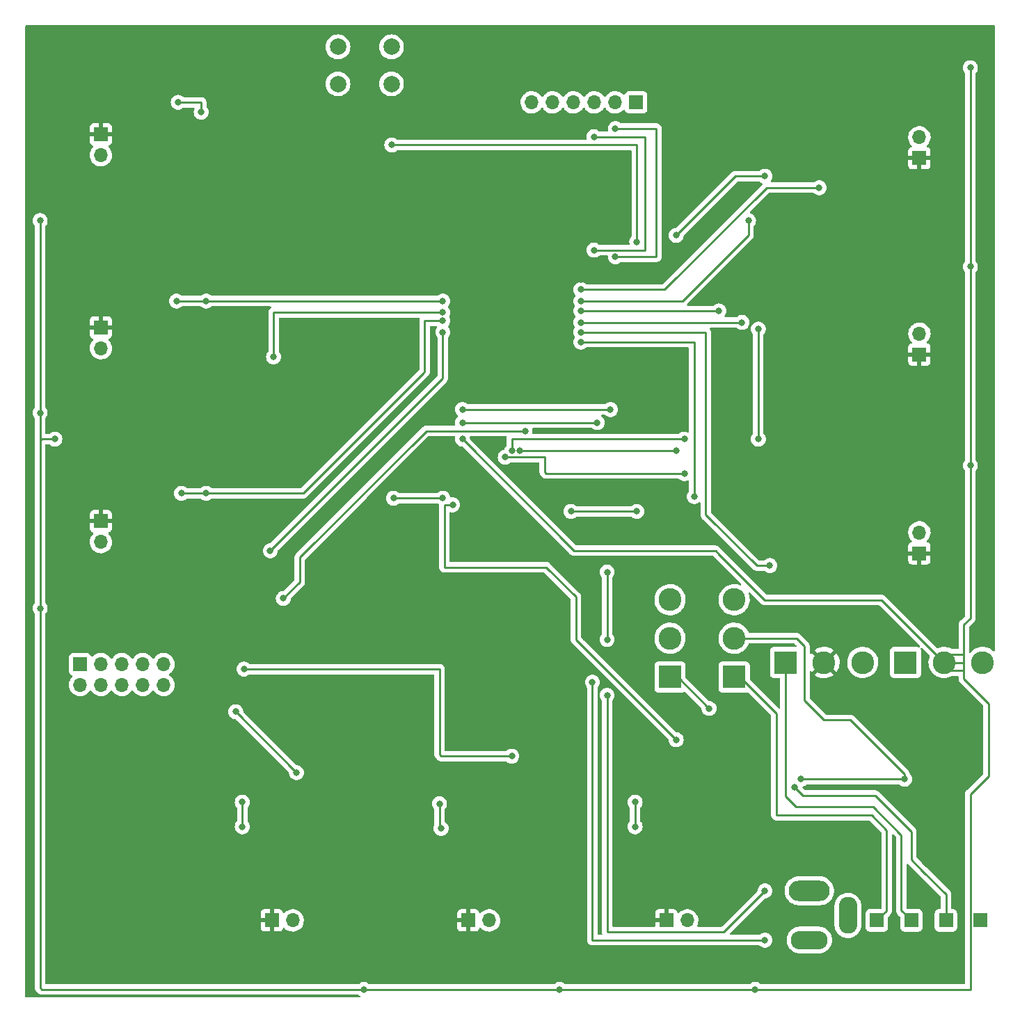
<source format=gbr>
%TF.GenerationSoftware,KiCad,Pcbnew,(6.0.11-0)*%
%TF.CreationDate,2023-11-22T21:35:16-06:00*%
%TF.ProjectId,ECE395_Digital_Target,45434533-3935-45f4-9469-676974616c5f,rev?*%
%TF.SameCoordinates,Original*%
%TF.FileFunction,Copper,L2,Bot*%
%TF.FilePolarity,Positive*%
%FSLAX46Y46*%
G04 Gerber Fmt 4.6, Leading zero omitted, Abs format (unit mm)*
G04 Created by KiCad (PCBNEW (6.0.11-0)) date 2023-11-22 21:35:16*
%MOMM*%
%LPD*%
G01*
G04 APERTURE LIST*
%TA.AperFunction,ComponentPad*%
%ADD10R,1.700000X1.700000*%
%TD*%
%TA.AperFunction,ComponentPad*%
%ADD11O,1.700000X1.700000*%
%TD*%
%TA.AperFunction,ComponentPad*%
%ADD12R,2.775000X2.775000*%
%TD*%
%TA.AperFunction,ComponentPad*%
%ADD13C,2.775000*%
%TD*%
%TA.AperFunction,ComponentPad*%
%ADD14O,5.000000X2.500000*%
%TD*%
%TA.AperFunction,ComponentPad*%
%ADD15O,4.500000X2.250000*%
%TD*%
%TA.AperFunction,ComponentPad*%
%ADD16O,2.250000X4.500000*%
%TD*%
%TA.AperFunction,ComponentPad*%
%ADD17C,2.000000*%
%TD*%
%TA.AperFunction,ViaPad*%
%ADD18C,0.800000*%
%TD*%
%TA.AperFunction,Conductor*%
%ADD19C,0.250000*%
%TD*%
G04 APERTURE END LIST*
D10*
%TO.P,S2,1,Pin_1*%
%TO.N,unconnected-(S2-Pad1)*%
X123925000Y-41400000D03*
D11*
%TO.P,S2,2,Pin_2*%
%TO.N,Net-(S2-Pad2)*%
X121385000Y-41400000D03*
%TO.P,S2,3,Pin_3*%
%TO.N,Net-(S2-Pad3)*%
X118845000Y-41400000D03*
%TO.P,S2,4,Pin_4*%
%TO.N,unconnected-(S2-Pad4)*%
X116305000Y-41400000D03*
%TO.P,S2,5,Pin_5*%
%TO.N,unconnected-(S2-Pad5)*%
X113765000Y-41400000D03*
%TO.P,S2,6,Pin_6*%
%TO.N,GND*%
X111225000Y-41400000D03*
%TD*%
D12*
%TO.P,S63,1*%
%TO.N,Net-(J133-Pad1)*%
X156700000Y-109600000D03*
D13*
%TO.P,S63,2*%
%TO.N,+3V3*%
X161400000Y-109600000D03*
%TO.P,S63,3*%
%TO.N,Net-(10uF4-Pad1)*%
X166100000Y-109600000D03*
%TD*%
D14*
%TO.P,J0,1*%
%TO.N,Net-(J0-Pad1)*%
X145000000Y-137387500D03*
D15*
%TO.P,J0,2*%
%TO.N,Net-(J0-Pad2)*%
X145000000Y-143387500D03*
D16*
%TO.P,J0,3*%
%TO.N,unconnected-(J0-Pad3)*%
X149700000Y-140387500D03*
%TD*%
D10*
%TO.P,J1,1,Pin_1*%
%TO.N,6.6V*%
X58800000Y-45300000D03*
D11*
%TO.P,J1,2,Pin_2*%
%TO.N,Net-(J1-Pad2)*%
X58800000Y-47840000D03*
%TD*%
D10*
%TO.P,J7,1,Pin_1*%
%TO.N,6.6V*%
X79600000Y-141000000D03*
D11*
%TO.P,J7,2,Pin_2*%
%TO.N,Net-(J7-Pad2)*%
X82140000Y-141000000D03*
%TD*%
D12*
%TO.P,S550,1*%
%TO.N,Net-(J112-Pad1)*%
X135852500Y-111350000D03*
D13*
%TO.P,S550,2*%
%TO.N,+12V*%
X135852500Y-106650000D03*
%TO.P,S550,3*%
%TO.N,Net-(J0-Pad1)*%
X135852500Y-101950000D03*
%TD*%
D10*
%TO.P,J4,1,Pin_1*%
%TO.N,6.6V*%
X158400000Y-48200000D03*
D11*
%TO.P,J4,2,Pin_2*%
%TO.N,Net-(J4-Pad2)*%
X158400000Y-45660000D03*
%TD*%
D10*
%TO.P,J5,1,Pin_1*%
%TO.N,6.6V*%
X158400000Y-72100000D03*
D11*
%TO.P,J5,2,Pin_2*%
%TO.N,Net-(J5-Pad2)*%
X158400000Y-69560000D03*
%TD*%
D10*
%TO.P,S1,1,Pin_1*%
%TO.N,unconnected-(S1-Pad1)*%
X56260000Y-109800000D03*
D11*
%TO.P,S1,2,Pin_2*%
%TO.N,Net-(S1-Pad2)*%
X56260000Y-112340000D03*
%TO.P,S1,3,Pin_3*%
%TO.N,unconnected-(S1-Pad3)*%
X58800000Y-109800000D03*
%TO.P,S1,4,Pin_4*%
%TO.N,Net-(S1-Pad4)*%
X58800000Y-112340000D03*
%TO.P,S1,5,Pin_5*%
%TO.N,GND*%
X61340000Y-109800000D03*
%TO.P,S1,6,Pin_6*%
X61340000Y-112340000D03*
%TO.P,S1,7,Pin_7*%
%TO.N,unconnected-(S1-Pad7)*%
X63880000Y-109800000D03*
%TO.P,S1,8,Pin_8*%
%TO.N,unconnected-(S1-Pad8)*%
X63880000Y-112340000D03*
%TO.P,S1,9,Pin_9*%
%TO.N,unconnected-(S1-Pad9)*%
X66420000Y-109800000D03*
%TO.P,S1,10,Pin_10*%
%TO.N,unconnected-(S1-Pad10)*%
X66420000Y-112340000D03*
%TD*%
D12*
%TO.P,S65,1*%
%TO.N,Net-(J166-Pad1)*%
X142100000Y-109600000D03*
D13*
%TO.P,S65,2*%
%TO.N,6.6V*%
X146800000Y-109600000D03*
%TO.P,S65,3*%
%TO.N,Net-(10uF3-Pad1)*%
X151500000Y-109600000D03*
%TD*%
D10*
%TO.P,J9,1,Pin_1*%
%TO.N,6.6V*%
X127600000Y-141000000D03*
D11*
%TO.P,J9,2,Pin_2*%
%TO.N,Net-(J9-Pad2)*%
X130140000Y-141000000D03*
%TD*%
D12*
%TO.P,S350,1*%
%TO.N,Net-(J999-Pad1)*%
X128052500Y-111350000D03*
D13*
%TO.P,S350,2*%
%TO.N,GND*%
X128052500Y-106650000D03*
%TO.P,S350,3*%
%TO.N,Net-(J0-Pad2)*%
X128052500Y-101950000D03*
%TD*%
D10*
%TO.P,J166,1,Pin_1*%
%TO.N,Net-(J166-Pad1)*%
X157425000Y-141000000D03*
%TD*%
%TO.P,J6,1,Pin_1*%
%TO.N,6.6V*%
X158400000Y-96300000D03*
D11*
%TO.P,J6,2,Pin_2*%
%TO.N,Net-(J6-Pad2)*%
X158400000Y-93760000D03*
%TD*%
D10*
%TO.P,J8,1,Pin_1*%
%TO.N,6.6V*%
X103500000Y-141000000D03*
D11*
%TO.P,J8,2,Pin_2*%
%TO.N,Net-(J8-Pad2)*%
X106040000Y-141000000D03*
%TD*%
D17*
%TO.P,SW1,1,1*%
%TO.N,GND*%
X87650000Y-34650000D03*
X94150000Y-34650000D03*
%TO.P,SW1,2,2*%
%TO.N,Net-(C300-Pad1)*%
X94150000Y-39150000D03*
X87650000Y-39150000D03*
%TD*%
D10*
%TO.P,J3,1,Pin_1*%
%TO.N,6.6V*%
X58800000Y-92400000D03*
D11*
%TO.P,J3,2,Pin_2*%
%TO.N,Net-(J3-Pad2)*%
X58800000Y-94940000D03*
%TD*%
D10*
%TO.P,J112,1,Pin_1*%
%TO.N,Net-(J112-Pad1)*%
X153225000Y-141000000D03*
%TD*%
%TO.P,J2,1,Pin_1*%
%TO.N,6.6V*%
X58800000Y-68800000D03*
D11*
%TO.P,J2,2,Pin_2*%
%TO.N,Net-(J2-Pad2)*%
X58800000Y-71340000D03*
%TD*%
D10*
%TO.P,J133,1,Pin_1*%
%TO.N,Net-(J133-Pad1)*%
X165825000Y-141000000D03*
%TD*%
%TO.P,J999,1,Pin_1*%
%TO.N,Net-(J999-Pad1)*%
X161625000Y-141000000D03*
%TD*%
D18*
%TO.N,+12V*%
X156600000Y-123800000D03*
X144000000Y-123800000D03*
%TO.N,6.6V*%
X96400000Y-112200000D03*
X117000000Y-57600000D03*
X131000000Y-57600000D03*
X117200000Y-73800000D03*
X153400000Y-131400000D03*
X96400000Y-120400000D03*
X117200000Y-63000000D03*
X130200000Y-138400000D03*
%TO.N,+3V3*%
X51400000Y-55800000D03*
X90800000Y-149400000D03*
X138400000Y-149400000D03*
X53200000Y-82400000D03*
X164600000Y-85600000D03*
X51400000Y-103000000D03*
X164600000Y-37200000D03*
X164600000Y-61400000D03*
X114600000Y-149400000D03*
X102800000Y-82400000D03*
X51400000Y-79200000D03*
%TO.N,Net-(C300-Pad1)*%
X124000000Y-91200000D03*
X94200000Y-46600000D03*
X124000000Y-58400000D03*
X116000000Y-91200000D03*
%TO.N,Net-(D1-Pad2)*%
X102800000Y-78800000D03*
X120800000Y-78800000D03*
%TO.N,Net-(D2-Pad2)*%
X119200000Y-80400000D03*
X102800000Y-80400000D03*
%TO.N,Net-(D3-Pad2)*%
X81000000Y-101800000D03*
X110400000Y-81400000D03*
%TO.N,Net-(D4-Pad2)*%
X128800000Y-57600000D03*
X109799503Y-83800000D03*
X139600000Y-50400000D03*
X128800000Y-83800000D03*
%TO.N,Net-(D5-Pad2)*%
X108800000Y-83800000D03*
X129800000Y-82400000D03*
X138800000Y-82400000D03*
X138800000Y-69000000D03*
%TO.N,Net-(D6-Pad2)*%
X108000000Y-84600000D03*
X129800000Y-86600000D03*
%TO.N,Net-(D7-Pad2)*%
X82600000Y-123000000D03*
X75200000Y-115600000D03*
%TO.N,Net-(D8-Pad2)*%
X94400000Y-89600000D03*
X100400000Y-89600000D03*
X108800000Y-121000000D03*
X76200000Y-110400000D03*
%TO.N,Net-(D9-Pad2)*%
X128800000Y-119000000D03*
X101600000Y-90400000D03*
%TO.N,Net-(NOT1-Pad1)*%
X68200000Y-41400000D03*
X71000000Y-42600000D03*
%TO.N,Net-(NOT1-Pad3)*%
X71600000Y-65600000D03*
X68000000Y-65600000D03*
X100400000Y-65600000D03*
%TO.N,Net-(NOT1-Pad4)*%
X100400000Y-67000000D03*
X79800000Y-72400000D03*
%TO.N,Net-(NOT1-Pad5)*%
X71600000Y-89000000D03*
X68600000Y-89000000D03*
X100400000Y-68000000D03*
%TO.N,Net-(NOT1-Pad6)*%
X79400000Y-96000000D03*
X100400000Y-69400000D03*
%TO.N,Net-(NOT1-Pad8)*%
X131000000Y-89400000D03*
X117200000Y-70600000D03*
%TO.N,Net-(NOT1-Pad9)*%
X140200000Y-97800000D03*
X117200000Y-69400000D03*
%TO.N,Net-(NOT1-Pad10)*%
X117200000Y-68200000D03*
X136800000Y-68200000D03*
%TO.N,Net-(NOT1-Pad11)*%
X117200000Y-66800000D03*
X134000000Y-66800000D03*
%TO.N,Net-(NOT1-Pad12)*%
X117200000Y-65600000D03*
X137600000Y-55800000D03*
%TO.N,Net-(NOT1-Pad13)*%
X146200000Y-51800000D03*
X117200000Y-64200000D03*
%TO.N,Net-(NOT2-Pad1)*%
X76000000Y-129600000D03*
X76000000Y-126600000D03*
%TO.N,Net-(NOT2-Pad3)*%
X100000000Y-126800000D03*
X100200000Y-129800000D03*
%TO.N,Net-(NOT2-Pad5)*%
X123800000Y-129600000D03*
X123800000Y-126600000D03*
%TO.N,Net-(S2-Pad2)*%
X121400000Y-60200000D03*
X121400000Y-44600000D03*
%TO.N,Net-(S2-Pad3)*%
X118800000Y-59400000D03*
X118800000Y-45600000D03*
%TO.N,Net-(J0-Pad1)*%
X120400000Y-98600000D03*
X120400000Y-113600000D03*
X139600000Y-137400000D03*
X120400000Y-106800000D03*
%TO.N,Net-(J0-Pad2)*%
X139600000Y-143400000D03*
X118600000Y-112000000D03*
%TO.N,Net-(J999-Pad1)*%
X143200000Y-124800000D03*
X132800000Y-115200000D03*
%TD*%
D19*
%TO.N,+12V*%
X150000000Y-116600000D02*
X153200000Y-119800000D01*
X144400000Y-107600000D02*
X144400000Y-114200000D01*
X144400000Y-114200000D02*
X146200000Y-116000000D01*
X135852500Y-106650000D02*
X143450000Y-106650000D01*
X143450000Y-106650000D02*
X144400000Y-107600000D01*
X156600000Y-123800000D02*
X144000000Y-123800000D01*
X156600000Y-123200000D02*
X156600000Y-123800000D01*
X153200000Y-119800000D02*
X156600000Y-123200000D01*
X146800000Y-116600000D02*
X150000000Y-116600000D01*
X146200000Y-116000000D02*
X146800000Y-116600000D01*
%TO.N,6.6V*%
X135400000Y-133200000D02*
X130200000Y-138400000D01*
X96400000Y-120400000D02*
X96400000Y-112200000D01*
X131000000Y-57600000D02*
X125600000Y-63000000D01*
X117000000Y-57600000D02*
X117000000Y-60000000D01*
X151600000Y-133200000D02*
X135400000Y-133200000D01*
X117000000Y-60000000D02*
X115800000Y-61200000D01*
X153400000Y-131400000D02*
X151600000Y-133200000D01*
X125600000Y-63000000D02*
X117200000Y-63000000D01*
X115800000Y-61200000D02*
X115800000Y-72400000D01*
X115800000Y-72400000D02*
X117200000Y-73800000D01*
%TO.N,+3V3*%
X164600000Y-85600000D02*
X164600000Y-61400000D01*
X53200000Y-82400000D02*
X51600000Y-82400000D01*
X51400000Y-149200000D02*
X51400000Y-103000000D01*
X164600000Y-149400000D02*
X138400000Y-149400000D01*
X51400000Y-79200000D02*
X51400000Y-55800000D01*
X90800000Y-149400000D02*
X51600000Y-149400000D01*
X164600000Y-149400000D02*
X164600000Y-125600000D01*
X153800000Y-102000000D02*
X143400000Y-102000000D01*
X164600000Y-104200000D02*
X164600000Y-85600000D01*
X164600000Y-61400000D02*
X164600000Y-37200000D01*
X163800000Y-111600000D02*
X163800000Y-110600000D01*
X163800000Y-109600000D02*
X163800000Y-108600000D01*
X133600000Y-96000000D02*
X116400000Y-96000000D01*
X164600000Y-125600000D02*
X166800000Y-123400000D01*
X116400000Y-96000000D02*
X102800000Y-82400000D01*
X143400000Y-102000000D02*
X139600000Y-102000000D01*
X163800000Y-108600000D02*
X163800000Y-105000000D01*
X163800000Y-105000000D02*
X164600000Y-104200000D01*
X161400000Y-109600000D02*
X163800000Y-109600000D01*
X51600000Y-82400000D02*
X51400000Y-82600000D01*
X161400000Y-109600000D02*
X162400000Y-110600000D01*
X166800000Y-114600000D02*
X163800000Y-111600000D01*
X166800000Y-114600000D02*
X166800000Y-123400000D01*
X162400000Y-110600000D02*
X163800000Y-110600000D01*
X138400000Y-149400000D02*
X114600000Y-149400000D01*
X161400000Y-109600000D02*
X153800000Y-102000000D01*
X163800000Y-110600000D02*
X163800000Y-109600000D01*
X114600000Y-149400000D02*
X90800000Y-149400000D01*
X161400000Y-109600000D02*
X162400000Y-108600000D01*
X51600000Y-149400000D02*
X51400000Y-149200000D01*
X139600000Y-102000000D02*
X134000000Y-96400000D01*
X51400000Y-82600000D02*
X51400000Y-79200000D01*
X134000000Y-96400000D02*
X133600000Y-96000000D01*
X51400000Y-103000000D02*
X51400000Y-82600000D01*
X162400000Y-108600000D02*
X163800000Y-108600000D01*
%TO.N,Net-(C300-Pad1)*%
X94200000Y-46600000D02*
X124000000Y-46600000D01*
X124000000Y-91200000D02*
X116000000Y-91200000D01*
X124000000Y-46600000D02*
X124000000Y-58400000D01*
%TO.N,Net-(D1-Pad2)*%
X102800000Y-78800000D02*
X120800000Y-78800000D01*
%TO.N,Net-(D2-Pad2)*%
X102800000Y-80400000D02*
X119200000Y-80400000D01*
%TO.N,Net-(D3-Pad2)*%
X81000000Y-101800000D02*
X83000000Y-99800000D01*
X83000000Y-99800000D02*
X83000000Y-96800000D01*
X98400000Y-81400000D02*
X110400000Y-81400000D01*
X83000000Y-96800000D02*
X98400000Y-81400000D01*
%TO.N,Net-(D4-Pad2)*%
X128800000Y-83800000D02*
X109800000Y-83800000D01*
X136000000Y-50400000D02*
X128800000Y-57600000D01*
X109800000Y-83800000D02*
X109799503Y-83800000D01*
X136800000Y-50400000D02*
X136000000Y-50400000D01*
X139600000Y-50400000D02*
X136800000Y-50400000D01*
%TO.N,Net-(D5-Pad2)*%
X129800000Y-82400000D02*
X108800000Y-82400000D01*
X138800000Y-69000000D02*
X138800000Y-80200000D01*
X108800000Y-82400000D02*
X108800000Y-83800000D01*
X138800000Y-80200000D02*
X138800000Y-82400000D01*
%TO.N,Net-(D6-Pad2)*%
X113000000Y-86600000D02*
X112800000Y-86400000D01*
X112800000Y-84600000D02*
X108000000Y-84600000D01*
X112800000Y-86400000D02*
X112800000Y-84600000D01*
X129800000Y-86600000D02*
X113000000Y-86600000D01*
%TO.N,Net-(D7-Pad2)*%
X82600000Y-123000000D02*
X75200000Y-115600000D01*
%TO.N,Net-(D8-Pad2)*%
X100000000Y-110400000D02*
X76200000Y-110400000D01*
X100000000Y-120800000D02*
X100000000Y-110400000D01*
X108800000Y-121000000D02*
X100200000Y-121000000D01*
X94400000Y-89600000D02*
X100400000Y-89600000D01*
X100200000Y-121000000D02*
X100000000Y-120800000D01*
%TO.N,Net-(D9-Pad2)*%
X128800000Y-119000000D02*
X116600000Y-106800000D01*
X116600000Y-106800000D02*
X116600000Y-101600000D01*
X100600000Y-90400000D02*
X101600000Y-90400000D01*
X100600000Y-98000000D02*
X100600000Y-90400000D01*
X116600000Y-101600000D02*
X113000000Y-98000000D01*
X113000000Y-98000000D02*
X100600000Y-98000000D01*
%TO.N,Net-(NOT1-Pad1)*%
X71000000Y-42600000D02*
X71000000Y-41400000D01*
X71000000Y-41400000D02*
X68200000Y-41400000D01*
%TO.N,Net-(NOT1-Pad3)*%
X71600000Y-65600000D02*
X68000000Y-65600000D01*
X71600000Y-65600000D02*
X100400000Y-65600000D01*
%TO.N,Net-(NOT1-Pad4)*%
X79800000Y-67000000D02*
X100400000Y-67000000D01*
X79800000Y-72400000D02*
X79800000Y-67000000D01*
%TO.N,Net-(NOT1-Pad5)*%
X71600000Y-89000000D02*
X83400000Y-89000000D01*
X71600000Y-89000000D02*
X68600000Y-89000000D01*
X98200000Y-68000000D02*
X100400000Y-68000000D01*
X83800000Y-88600000D02*
X98000000Y-74400000D01*
X98000000Y-74400000D02*
X98200000Y-74200000D01*
X83400000Y-89000000D02*
X83800000Y-88600000D01*
X98200000Y-74200000D02*
X98200000Y-68000000D01*
%TO.N,Net-(NOT1-Pad6)*%
X79400000Y-96000000D02*
X100400000Y-75000000D01*
X100400000Y-75000000D02*
X100400000Y-69400000D01*
%TO.N,Net-(NOT1-Pad8)*%
X131000000Y-70600000D02*
X117200000Y-70600000D01*
X131000000Y-89400000D02*
X131000000Y-70600000D01*
%TO.N,Net-(NOT1-Pad9)*%
X132800000Y-92000000D02*
X132400000Y-91600000D01*
X132400000Y-69400000D02*
X117200000Y-69400000D01*
X140200000Y-97800000D02*
X138600000Y-97800000D01*
X132400000Y-91600000D02*
X132400000Y-69400000D01*
X138600000Y-97800000D02*
X132800000Y-92000000D01*
%TO.N,Net-(NOT1-Pad10)*%
X136800000Y-68200000D02*
X117200000Y-68200000D01*
%TO.N,Net-(NOT1-Pad11)*%
X134000000Y-66800000D02*
X117200000Y-66800000D01*
%TO.N,Net-(NOT1-Pad12)*%
X129600000Y-65600000D02*
X117200000Y-65600000D01*
X137600000Y-57600000D02*
X129600000Y-65600000D01*
X137600000Y-55800000D02*
X137600000Y-57600000D01*
%TO.N,Net-(NOT1-Pad13)*%
X139800000Y-51800000D02*
X127400000Y-64200000D01*
X127400000Y-64200000D02*
X117200000Y-64200000D01*
X146200000Y-51800000D02*
X139800000Y-51800000D01*
%TO.N,Net-(NOT2-Pad1)*%
X76000000Y-126600000D02*
X76000000Y-129600000D01*
%TO.N,Net-(NOT2-Pad3)*%
X100000000Y-126800000D02*
X100000000Y-129600000D01*
X100000000Y-129600000D02*
X100200000Y-129800000D01*
%TO.N,Net-(NOT2-Pad5)*%
X123800000Y-126600000D02*
X123800000Y-129600000D01*
%TO.N,Net-(S2-Pad2)*%
X126400000Y-44600000D02*
X126400000Y-60200000D01*
X121400000Y-44600000D02*
X126400000Y-44600000D01*
X126400000Y-60200000D02*
X121400000Y-60200000D01*
%TO.N,Net-(S2-Pad3)*%
X125000000Y-59400000D02*
X118800000Y-59400000D01*
X118800000Y-45600000D02*
X125000000Y-45600000D01*
X125000000Y-45600000D02*
X125000000Y-59400000D01*
%TO.N,Net-(J0-Pad1)*%
X120400000Y-106800000D02*
X120400000Y-98600000D01*
X134600000Y-142400000D02*
X133600000Y-142400000D01*
X133600000Y-142400000D02*
X120400000Y-142400000D01*
X139600000Y-137400000D02*
X134600000Y-142400000D01*
X120400000Y-142400000D02*
X120400000Y-113600000D01*
%TO.N,Net-(J0-Pad2)*%
X118600000Y-143400000D02*
X136600000Y-143400000D01*
X118600000Y-112000000D02*
X118600000Y-143400000D01*
X136600000Y-143400000D02*
X139600000Y-143400000D01*
%TO.N,Net-(J112-Pad1)*%
X153225000Y-141000000D02*
X154400000Y-139825000D01*
X154400000Y-130000000D02*
X152600000Y-128200000D01*
X154400000Y-133200000D02*
X154400000Y-130000000D01*
X141000000Y-128200000D02*
X141000000Y-115800000D01*
X152600000Y-128200000D02*
X141000000Y-128200000D01*
X136550000Y-111350000D02*
X135852500Y-111350000D01*
X141000000Y-115800000D02*
X136550000Y-111350000D01*
X154400000Y-139825000D02*
X154400000Y-133200000D01*
%TO.N,Net-(J166-Pad1)*%
X156200000Y-139775000D02*
X156200000Y-130600000D01*
X143400000Y-127200000D02*
X142100000Y-125900000D01*
X152800000Y-127200000D02*
X143400000Y-127200000D01*
X142100000Y-125900000D02*
X142100000Y-109600000D01*
X157425000Y-141000000D02*
X156200000Y-139775000D01*
X156200000Y-130600000D02*
X152800000Y-127200000D01*
%TO.N,Net-(J999-Pad1)*%
X157400000Y-130200000D02*
X153000000Y-125800000D01*
X158800000Y-135000000D02*
X157400000Y-133600000D01*
X153000000Y-125800000D02*
X145400000Y-125800000D01*
X144200000Y-125800000D02*
X143200000Y-124800000D01*
X145400000Y-125800000D02*
X144200000Y-125800000D01*
X157400000Y-133600000D02*
X157400000Y-130200000D01*
X128950000Y-111350000D02*
X128052500Y-111350000D01*
X161625000Y-137825000D02*
X158800000Y-135000000D01*
X132800000Y-115200000D02*
X128950000Y-111350000D01*
X161625000Y-141000000D02*
X161625000Y-137825000D01*
%TD*%
%TA.AperFunction,Conductor*%
%TO.N,6.6V*%
G36*
X167542121Y-32020002D02*
G01*
X167588614Y-32073658D01*
X167600000Y-32126000D01*
X167600000Y-108113352D01*
X167579998Y-108181473D01*
X167526342Y-108227966D01*
X167456068Y-108238070D01*
X167391488Y-108208576D01*
X167384208Y-108201745D01*
X167360181Y-108177338D01*
X167357050Y-108174157D01*
X167353510Y-108171456D01*
X167353504Y-108171450D01*
X167147147Y-108013963D01*
X167147143Y-108013960D01*
X167143606Y-108011261D01*
X166909340Y-107880066D01*
X166658924Y-107783188D01*
X166654599Y-107782185D01*
X166654594Y-107782184D01*
X166470864Y-107739598D01*
X166397357Y-107722560D01*
X166129857Y-107699392D01*
X166125422Y-107699636D01*
X166125418Y-107699636D01*
X165866204Y-107713901D01*
X165866197Y-107713902D01*
X165861761Y-107714146D01*
X165598419Y-107766528D01*
X165345084Y-107855493D01*
X165106812Y-107979265D01*
X165103197Y-107981848D01*
X165103191Y-107981852D01*
X164891978Y-108132787D01*
X164891974Y-108132790D01*
X164888357Y-108135375D01*
X164694077Y-108320709D01*
X164691321Y-108324205D01*
X164691315Y-108324212D01*
X164658450Y-108365901D01*
X164600569Y-108407015D01*
X164529649Y-108410309D01*
X164468206Y-108374738D01*
X164435749Y-108311595D01*
X164433500Y-108287896D01*
X164433500Y-105314595D01*
X164453502Y-105246474D01*
X164470405Y-105225499D01*
X164723791Y-104972114D01*
X164992258Y-104703647D01*
X165000537Y-104696113D01*
X165007018Y-104692000D01*
X165053644Y-104642348D01*
X165056398Y-104639507D01*
X165076135Y-104619770D01*
X165078615Y-104616573D01*
X165086320Y-104607551D01*
X165104567Y-104588120D01*
X165116586Y-104575321D01*
X165120405Y-104568375D01*
X165120407Y-104568372D01*
X165126348Y-104557566D01*
X165137199Y-104541047D01*
X165144758Y-104531301D01*
X165149614Y-104525041D01*
X165152759Y-104517772D01*
X165152762Y-104517768D01*
X165167174Y-104484463D01*
X165172391Y-104473813D01*
X165193695Y-104435060D01*
X165198733Y-104415437D01*
X165205137Y-104396734D01*
X165210033Y-104385420D01*
X165210033Y-104385419D01*
X165213181Y-104378145D01*
X165214420Y-104370322D01*
X165214423Y-104370312D01*
X165220099Y-104334476D01*
X165222505Y-104322856D01*
X165231528Y-104287711D01*
X165231528Y-104287710D01*
X165233500Y-104280030D01*
X165233500Y-104259776D01*
X165235051Y-104240065D01*
X165236980Y-104227886D01*
X165238220Y-104220057D01*
X165234059Y-104176038D01*
X165233500Y-104164181D01*
X165233500Y-86302524D01*
X165253502Y-86234403D01*
X165265858Y-86218221D01*
X165339040Y-86136944D01*
X165434527Y-85971556D01*
X165493542Y-85789928D01*
X165494761Y-85778336D01*
X165512814Y-85606565D01*
X165513504Y-85600000D01*
X165493542Y-85410072D01*
X165434527Y-85228444D01*
X165339040Y-85063056D01*
X165265863Y-84981785D01*
X165235147Y-84917779D01*
X165233500Y-84897476D01*
X165233500Y-62102524D01*
X165253502Y-62034403D01*
X165265858Y-62018221D01*
X165339040Y-61936944D01*
X165434527Y-61771556D01*
X165493542Y-61589928D01*
X165513504Y-61400000D01*
X165493542Y-61210072D01*
X165434527Y-61028444D01*
X165339040Y-60863056D01*
X165265863Y-60781785D01*
X165235147Y-60717779D01*
X165233500Y-60697476D01*
X165233500Y-37902524D01*
X165253502Y-37834403D01*
X165265858Y-37818221D01*
X165339040Y-37736944D01*
X165434527Y-37571556D01*
X165493542Y-37389928D01*
X165513504Y-37200000D01*
X165493542Y-37010072D01*
X165434527Y-36828444D01*
X165339040Y-36663056D01*
X165211253Y-36521134D01*
X165056752Y-36408882D01*
X165050724Y-36406198D01*
X165050722Y-36406197D01*
X164888319Y-36333891D01*
X164888318Y-36333891D01*
X164882288Y-36331206D01*
X164788887Y-36311353D01*
X164701944Y-36292872D01*
X164701939Y-36292872D01*
X164695487Y-36291500D01*
X164504513Y-36291500D01*
X164498061Y-36292872D01*
X164498056Y-36292872D01*
X164411113Y-36311353D01*
X164317712Y-36331206D01*
X164311682Y-36333891D01*
X164311681Y-36333891D01*
X164149278Y-36406197D01*
X164149276Y-36406198D01*
X164143248Y-36408882D01*
X163988747Y-36521134D01*
X163860960Y-36663056D01*
X163765473Y-36828444D01*
X163706458Y-37010072D01*
X163686496Y-37200000D01*
X163706458Y-37389928D01*
X163765473Y-37571556D01*
X163860960Y-37736944D01*
X163934137Y-37818215D01*
X163964853Y-37882221D01*
X163966500Y-37902524D01*
X163966500Y-60697476D01*
X163946498Y-60765597D01*
X163934142Y-60781779D01*
X163860960Y-60863056D01*
X163765473Y-61028444D01*
X163706458Y-61210072D01*
X163686496Y-61400000D01*
X163706458Y-61589928D01*
X163765473Y-61771556D01*
X163860960Y-61936944D01*
X163934137Y-62018215D01*
X163964853Y-62082221D01*
X163966500Y-62102524D01*
X163966500Y-84897476D01*
X163946498Y-84965597D01*
X163934142Y-84981779D01*
X163860960Y-85063056D01*
X163765473Y-85228444D01*
X163706458Y-85410072D01*
X163686496Y-85600000D01*
X163687186Y-85606565D01*
X163705240Y-85778336D01*
X163706458Y-85789928D01*
X163765473Y-85971556D01*
X163860960Y-86136944D01*
X163934137Y-86218215D01*
X163964853Y-86282221D01*
X163966500Y-86302524D01*
X163966500Y-103885405D01*
X163946498Y-103953526D01*
X163929595Y-103974501D01*
X163664030Y-104240065D01*
X163407742Y-104496353D01*
X163399463Y-104503887D01*
X163392982Y-104508000D01*
X163376980Y-104525041D01*
X163346357Y-104557651D01*
X163343602Y-104560493D01*
X163323865Y-104580230D01*
X163321385Y-104583427D01*
X163313682Y-104592447D01*
X163283414Y-104624679D01*
X163279595Y-104631625D01*
X163279593Y-104631628D01*
X163273652Y-104642434D01*
X163262801Y-104658953D01*
X163250386Y-104674959D01*
X163247241Y-104682228D01*
X163247238Y-104682232D01*
X163232826Y-104715537D01*
X163227609Y-104726187D01*
X163206305Y-104764940D01*
X163204334Y-104772615D01*
X163204334Y-104772616D01*
X163201267Y-104784562D01*
X163194863Y-104803266D01*
X163186819Y-104821855D01*
X163185580Y-104829678D01*
X163185577Y-104829688D01*
X163179901Y-104865524D01*
X163177495Y-104877144D01*
X163170217Y-104905493D01*
X163166500Y-104919970D01*
X163166500Y-104940224D01*
X163164949Y-104959934D01*
X163161780Y-104979943D01*
X163162526Y-104987835D01*
X163165941Y-105023961D01*
X163166500Y-105035819D01*
X163166500Y-107840500D01*
X163146498Y-107908621D01*
X163092842Y-107955114D01*
X163040500Y-107966500D01*
X162478768Y-107966500D01*
X162467585Y-107965973D01*
X162460092Y-107964298D01*
X162452167Y-107964547D01*
X162452166Y-107964547D01*
X162441072Y-107964896D01*
X162400063Y-107966185D01*
X162334539Y-107950181D01*
X162213226Y-107882242D01*
X162213220Y-107882239D01*
X162209340Y-107880066D01*
X162205201Y-107878465D01*
X162205193Y-107878461D01*
X161964313Y-107785273D01*
X161958924Y-107783188D01*
X161954599Y-107782185D01*
X161954594Y-107782184D01*
X161770864Y-107739598D01*
X161697357Y-107722560D01*
X161429857Y-107699392D01*
X161425422Y-107699636D01*
X161425418Y-107699636D01*
X161166204Y-107713901D01*
X161166197Y-107713902D01*
X161161761Y-107714146D01*
X160898419Y-107766528D01*
X160894226Y-107768000D01*
X160894213Y-107768004D01*
X160650538Y-107853577D01*
X160579638Y-107857276D01*
X160519694Y-107823790D01*
X157422103Y-104726198D01*
X154303652Y-101607747D01*
X154296112Y-101599461D01*
X154292000Y-101592982D01*
X154242348Y-101546356D01*
X154239507Y-101543602D01*
X154219770Y-101523865D01*
X154216573Y-101521385D01*
X154207551Y-101513680D01*
X154201541Y-101508036D01*
X154175321Y-101483414D01*
X154168375Y-101479595D01*
X154168372Y-101479593D01*
X154157566Y-101473652D01*
X154141047Y-101462801D01*
X154139105Y-101461295D01*
X154125041Y-101450386D01*
X154117772Y-101447241D01*
X154117768Y-101447238D01*
X154084463Y-101432826D01*
X154073813Y-101427609D01*
X154035060Y-101406305D01*
X154015437Y-101401267D01*
X153996734Y-101394863D01*
X153985420Y-101389967D01*
X153985419Y-101389967D01*
X153978145Y-101386819D01*
X153970322Y-101385580D01*
X153970312Y-101385577D01*
X153934476Y-101379901D01*
X153922856Y-101377495D01*
X153887711Y-101368472D01*
X153887710Y-101368472D01*
X153880030Y-101366500D01*
X153859776Y-101366500D01*
X153840065Y-101364949D01*
X153827886Y-101363020D01*
X153820057Y-101361780D01*
X153812165Y-101362526D01*
X153776039Y-101365941D01*
X153764181Y-101366500D01*
X139914594Y-101366500D01*
X139846473Y-101346498D01*
X139825499Y-101329595D01*
X137133180Y-98637275D01*
X134103652Y-95607747D01*
X134096112Y-95599461D01*
X134092000Y-95592982D01*
X134042348Y-95546356D01*
X134039507Y-95543602D01*
X134019770Y-95523865D01*
X134016573Y-95521385D01*
X134007551Y-95513680D01*
X133981100Y-95488841D01*
X133975321Y-95483414D01*
X133968375Y-95479595D01*
X133968372Y-95479593D01*
X133957566Y-95473652D01*
X133941047Y-95462801D01*
X133935048Y-95458148D01*
X133925041Y-95450386D01*
X133917772Y-95447241D01*
X133917768Y-95447238D01*
X133884463Y-95432826D01*
X133873813Y-95427609D01*
X133835060Y-95406305D01*
X133815437Y-95401267D01*
X133796734Y-95394863D01*
X133785420Y-95389967D01*
X133785419Y-95389967D01*
X133778145Y-95386819D01*
X133770322Y-95385580D01*
X133770312Y-95385577D01*
X133734476Y-95379901D01*
X133722856Y-95377495D01*
X133687711Y-95368472D01*
X133687710Y-95368472D01*
X133680030Y-95366500D01*
X133659776Y-95366500D01*
X133640065Y-95364949D01*
X133627886Y-95363020D01*
X133620057Y-95361780D01*
X133612165Y-95362526D01*
X133576039Y-95365941D01*
X133564181Y-95366500D01*
X116714595Y-95366500D01*
X116646474Y-95346498D01*
X116625500Y-95329595D01*
X112495905Y-91200000D01*
X115086496Y-91200000D01*
X115087186Y-91206565D01*
X115100958Y-91337595D01*
X115106458Y-91389928D01*
X115165473Y-91571556D01*
X115260960Y-91736944D01*
X115265378Y-91741851D01*
X115265379Y-91741852D01*
X115322626Y-91805431D01*
X115388747Y-91878866D01*
X115543248Y-91991118D01*
X115549276Y-91993802D01*
X115549278Y-91993803D01*
X115711681Y-92066109D01*
X115717712Y-92068794D01*
X115811112Y-92088647D01*
X115898056Y-92107128D01*
X115898061Y-92107128D01*
X115904513Y-92108500D01*
X116095487Y-92108500D01*
X116101939Y-92107128D01*
X116101944Y-92107128D01*
X116188888Y-92088647D01*
X116282288Y-92068794D01*
X116288319Y-92066109D01*
X116450722Y-91993803D01*
X116450724Y-91993802D01*
X116456752Y-91991118D01*
X116611253Y-91878866D01*
X116615668Y-91873963D01*
X116620580Y-91869540D01*
X116621705Y-91870789D01*
X116675014Y-91837949D01*
X116708200Y-91833500D01*
X123291800Y-91833500D01*
X123359921Y-91853502D01*
X123379147Y-91869843D01*
X123379420Y-91869540D01*
X123384332Y-91873963D01*
X123388747Y-91878866D01*
X123543248Y-91991118D01*
X123549276Y-91993802D01*
X123549278Y-91993803D01*
X123711681Y-92066109D01*
X123717712Y-92068794D01*
X123811112Y-92088647D01*
X123898056Y-92107128D01*
X123898061Y-92107128D01*
X123904513Y-92108500D01*
X124095487Y-92108500D01*
X124101939Y-92107128D01*
X124101944Y-92107128D01*
X124188888Y-92088647D01*
X124282288Y-92068794D01*
X124288319Y-92066109D01*
X124450722Y-91993803D01*
X124450724Y-91993802D01*
X124456752Y-91991118D01*
X124611253Y-91878866D01*
X124677374Y-91805431D01*
X124734621Y-91741852D01*
X124734622Y-91741851D01*
X124739040Y-91736944D01*
X124834527Y-91571556D01*
X124893542Y-91389928D01*
X124899043Y-91337595D01*
X124912814Y-91206565D01*
X124913504Y-91200000D01*
X124901181Y-91082749D01*
X124894232Y-91016635D01*
X124894232Y-91016633D01*
X124893542Y-91010072D01*
X124834527Y-90828444D01*
X124739040Y-90663056D01*
X124611253Y-90521134D01*
X124481000Y-90426499D01*
X124462094Y-90412763D01*
X124462093Y-90412762D01*
X124456752Y-90408882D01*
X124450724Y-90406198D01*
X124450722Y-90406197D01*
X124288319Y-90333891D01*
X124288318Y-90333891D01*
X124282288Y-90331206D01*
X124188887Y-90311353D01*
X124101944Y-90292872D01*
X124101939Y-90292872D01*
X124095487Y-90291500D01*
X123904513Y-90291500D01*
X123898061Y-90292872D01*
X123898056Y-90292872D01*
X123811113Y-90311353D01*
X123717712Y-90331206D01*
X123711682Y-90333891D01*
X123711681Y-90333891D01*
X123549278Y-90406197D01*
X123549276Y-90406198D01*
X123543248Y-90408882D01*
X123537907Y-90412762D01*
X123537906Y-90412763D01*
X123458898Y-90470166D01*
X123388747Y-90521134D01*
X123384332Y-90526037D01*
X123379420Y-90530460D01*
X123378295Y-90529211D01*
X123324986Y-90562051D01*
X123291800Y-90566500D01*
X116708200Y-90566500D01*
X116640079Y-90546498D01*
X116620853Y-90530157D01*
X116620580Y-90530460D01*
X116615668Y-90526037D01*
X116611253Y-90521134D01*
X116541102Y-90470166D01*
X116462094Y-90412763D01*
X116462093Y-90412762D01*
X116456752Y-90408882D01*
X116450724Y-90406198D01*
X116450722Y-90406197D01*
X116288319Y-90333891D01*
X116288318Y-90333891D01*
X116282288Y-90331206D01*
X116188887Y-90311353D01*
X116101944Y-90292872D01*
X116101939Y-90292872D01*
X116095487Y-90291500D01*
X115904513Y-90291500D01*
X115898061Y-90292872D01*
X115898056Y-90292872D01*
X115811113Y-90311353D01*
X115717712Y-90331206D01*
X115711682Y-90333891D01*
X115711681Y-90333891D01*
X115549278Y-90406197D01*
X115549276Y-90406198D01*
X115543248Y-90408882D01*
X115537907Y-90412762D01*
X115537906Y-90412763D01*
X115519000Y-90426499D01*
X115388747Y-90521134D01*
X115260960Y-90663056D01*
X115165473Y-90828444D01*
X115106458Y-91010072D01*
X115105768Y-91016633D01*
X115105768Y-91016635D01*
X115098819Y-91082749D01*
X115086496Y-91200000D01*
X112495905Y-91200000D01*
X103747122Y-82451217D01*
X103713096Y-82388905D01*
X103710907Y-82375292D01*
X103708472Y-82352119D01*
X103693542Y-82210072D01*
X103691502Y-82203794D01*
X103691502Y-82203792D01*
X103689762Y-82198438D01*
X103687733Y-82127471D01*
X103724394Y-82066672D01*
X103788106Y-82035346D01*
X103809594Y-82033500D01*
X108075308Y-82033500D01*
X108143429Y-82053502D01*
X108189922Y-82107158D01*
X108200026Y-82177432D01*
X108195558Y-82196645D01*
X108192717Y-82202682D01*
X108191232Y-82210469D01*
X108191231Y-82210471D01*
X108182195Y-82257843D01*
X108180471Y-82265558D01*
X108166500Y-82319970D01*
X108166500Y-82328207D01*
X108164268Y-82351816D01*
X108162725Y-82359906D01*
X108166249Y-82415925D01*
X108166251Y-82415951D01*
X108166500Y-82423862D01*
X108166500Y-83097476D01*
X108146498Y-83165597D01*
X108134142Y-83181779D01*
X108060960Y-83263056D01*
X107965473Y-83428444D01*
X107906458Y-83610072D01*
X107905919Y-83615200D01*
X107872447Y-83677199D01*
X107809125Y-83711776D01*
X107776181Y-83718778D01*
X107724170Y-83729833D01*
X107724167Y-83729834D01*
X107717712Y-83731206D01*
X107711682Y-83733891D01*
X107711681Y-83733891D01*
X107549278Y-83806197D01*
X107549276Y-83806198D01*
X107543248Y-83808882D01*
X107388747Y-83921134D01*
X107260960Y-84063056D01*
X107165473Y-84228444D01*
X107106458Y-84410072D01*
X107105768Y-84416633D01*
X107105768Y-84416635D01*
X107098820Y-84482745D01*
X107086496Y-84600000D01*
X107087186Y-84606565D01*
X107089879Y-84632183D01*
X107106458Y-84789928D01*
X107165473Y-84971556D01*
X107260960Y-85136944D01*
X107388747Y-85278866D01*
X107543248Y-85391118D01*
X107549276Y-85393802D01*
X107549278Y-85393803D01*
X107600560Y-85416635D01*
X107717712Y-85468794D01*
X107811112Y-85488647D01*
X107898056Y-85507128D01*
X107898061Y-85507128D01*
X107904513Y-85508500D01*
X108095487Y-85508500D01*
X108101939Y-85507128D01*
X108101944Y-85507128D01*
X108188888Y-85488647D01*
X108282288Y-85468794D01*
X108399440Y-85416635D01*
X108450722Y-85393803D01*
X108450724Y-85393802D01*
X108456752Y-85391118D01*
X108611253Y-85278866D01*
X108615668Y-85273963D01*
X108620580Y-85269540D01*
X108621705Y-85270789D01*
X108675014Y-85237949D01*
X108708200Y-85233500D01*
X112040500Y-85233500D01*
X112108621Y-85253502D01*
X112155114Y-85307158D01*
X112166500Y-85359500D01*
X112166500Y-86321233D01*
X112165973Y-86332416D01*
X112164298Y-86339909D01*
X112164547Y-86347835D01*
X112164547Y-86347836D01*
X112166438Y-86407986D01*
X112166500Y-86411945D01*
X112166500Y-86439856D01*
X112166997Y-86443790D01*
X112166997Y-86443791D01*
X112167005Y-86443856D01*
X112167938Y-86455693D01*
X112169327Y-86499889D01*
X112174978Y-86519339D01*
X112178987Y-86538700D01*
X112181526Y-86558797D01*
X112184445Y-86566168D01*
X112184445Y-86566170D01*
X112197804Y-86599912D01*
X112201649Y-86611142D01*
X112213982Y-86653593D01*
X112218015Y-86660412D01*
X112218017Y-86660417D01*
X112224293Y-86671028D01*
X112232988Y-86688776D01*
X112240448Y-86707617D01*
X112245110Y-86714033D01*
X112245110Y-86714034D01*
X112266436Y-86743387D01*
X112272952Y-86753307D01*
X112295458Y-86791362D01*
X112309779Y-86805683D01*
X112322619Y-86820716D01*
X112334528Y-86837107D01*
X112340634Y-86842158D01*
X112368605Y-86865298D01*
X112377384Y-86873288D01*
X112496343Y-86992247D01*
X112503887Y-87000537D01*
X112508000Y-87007018D01*
X112513777Y-87012443D01*
X112557667Y-87053658D01*
X112560509Y-87056413D01*
X112580231Y-87076135D01*
X112583373Y-87078572D01*
X112583433Y-87078619D01*
X112592445Y-87086317D01*
X112618036Y-87110347D01*
X112624679Y-87116586D01*
X112631622Y-87120403D01*
X112642431Y-87126345D01*
X112658953Y-87137198D01*
X112674959Y-87149614D01*
X112682237Y-87152764D01*
X112682238Y-87152764D01*
X112715537Y-87167174D01*
X112726187Y-87172391D01*
X112764940Y-87193695D01*
X112772615Y-87195666D01*
X112772616Y-87195666D01*
X112784562Y-87198733D01*
X112803267Y-87205137D01*
X112821855Y-87213181D01*
X112829678Y-87214420D01*
X112829688Y-87214423D01*
X112865524Y-87220099D01*
X112877144Y-87222505D01*
X112912289Y-87231528D01*
X112919970Y-87233500D01*
X112940224Y-87233500D01*
X112959934Y-87235051D01*
X112979943Y-87238220D01*
X112987835Y-87237474D01*
X113023961Y-87234059D01*
X113035819Y-87233500D01*
X129091800Y-87233500D01*
X129159921Y-87253502D01*
X129179147Y-87269843D01*
X129179420Y-87269540D01*
X129184332Y-87273963D01*
X129188747Y-87278866D01*
X129343248Y-87391118D01*
X129349276Y-87393802D01*
X129349278Y-87393803D01*
X129511681Y-87466109D01*
X129517712Y-87468794D01*
X129611113Y-87488647D01*
X129698056Y-87507128D01*
X129698061Y-87507128D01*
X129704513Y-87508500D01*
X129895487Y-87508500D01*
X129901939Y-87507128D01*
X129901944Y-87507128D01*
X129988887Y-87488647D01*
X130082288Y-87468794D01*
X130189252Y-87421171D01*
X130259618Y-87411737D01*
X130323915Y-87441843D01*
X130361729Y-87501932D01*
X130366500Y-87536278D01*
X130366500Y-88697476D01*
X130346498Y-88765597D01*
X130334142Y-88781779D01*
X130260960Y-88863056D01*
X130165473Y-89028444D01*
X130106458Y-89210072D01*
X130105768Y-89216633D01*
X130105768Y-89216635D01*
X130104527Y-89228444D01*
X130086496Y-89400000D01*
X130087186Y-89406565D01*
X130092736Y-89459366D01*
X130106458Y-89589928D01*
X130165473Y-89771556D01*
X130260960Y-89936944D01*
X130388747Y-90078866D01*
X130543248Y-90191118D01*
X130549276Y-90193802D01*
X130549278Y-90193803D01*
X130683365Y-90253502D01*
X130717712Y-90268794D01*
X130783365Y-90282749D01*
X130898056Y-90307128D01*
X130898061Y-90307128D01*
X130904513Y-90308500D01*
X131095487Y-90308500D01*
X131101939Y-90307128D01*
X131101944Y-90307128D01*
X131216635Y-90282749D01*
X131282288Y-90268794D01*
X131316635Y-90253502D01*
X131450722Y-90193803D01*
X131450724Y-90193802D01*
X131456752Y-90191118D01*
X131566440Y-90111425D01*
X131633306Y-90087567D01*
X131702458Y-90103647D01*
X131751938Y-90154560D01*
X131766500Y-90213361D01*
X131766500Y-91521233D01*
X131765973Y-91532416D01*
X131764298Y-91539909D01*
X131764547Y-91547835D01*
X131764547Y-91547836D01*
X131766438Y-91607986D01*
X131766500Y-91611945D01*
X131766500Y-91639856D01*
X131766997Y-91643790D01*
X131766997Y-91643791D01*
X131767005Y-91643856D01*
X131767938Y-91655693D01*
X131769327Y-91699889D01*
X131774978Y-91719339D01*
X131778987Y-91738700D01*
X131781526Y-91758797D01*
X131784445Y-91766168D01*
X131784445Y-91766170D01*
X131797804Y-91799912D01*
X131801649Y-91811142D01*
X131809437Y-91837949D01*
X131813982Y-91853593D01*
X131818015Y-91860412D01*
X131818017Y-91860417D01*
X131824293Y-91871028D01*
X131832988Y-91888776D01*
X131840448Y-91907617D01*
X131845110Y-91914033D01*
X131845110Y-91914034D01*
X131866436Y-91943387D01*
X131872952Y-91953307D01*
X131895458Y-91991362D01*
X131909779Y-92005683D01*
X131922619Y-92020716D01*
X131934528Y-92037107D01*
X131940634Y-92042158D01*
X131968605Y-92065298D01*
X131977384Y-92073288D01*
X138096343Y-98192247D01*
X138103887Y-98200537D01*
X138108000Y-98207018D01*
X138113777Y-98212443D01*
X138157667Y-98253658D01*
X138160509Y-98256413D01*
X138180231Y-98276135D01*
X138183355Y-98278558D01*
X138183359Y-98278562D01*
X138183424Y-98278612D01*
X138192445Y-98286317D01*
X138224679Y-98316586D01*
X138231627Y-98320405D01*
X138231629Y-98320407D01*
X138242432Y-98326346D01*
X138258959Y-98337202D01*
X138268698Y-98344757D01*
X138268700Y-98344758D01*
X138274960Y-98349614D01*
X138315540Y-98367174D01*
X138326188Y-98372391D01*
X138364940Y-98393695D01*
X138372616Y-98395666D01*
X138372619Y-98395667D01*
X138384562Y-98398733D01*
X138403267Y-98405137D01*
X138421855Y-98413181D01*
X138429678Y-98414420D01*
X138429688Y-98414423D01*
X138465524Y-98420099D01*
X138477144Y-98422505D01*
X138508075Y-98430446D01*
X138519970Y-98433500D01*
X138540224Y-98433500D01*
X138559934Y-98435051D01*
X138579943Y-98438220D01*
X138587835Y-98437474D01*
X138623961Y-98434059D01*
X138635819Y-98433500D01*
X139491800Y-98433500D01*
X139559921Y-98453502D01*
X139579147Y-98469843D01*
X139579420Y-98469540D01*
X139584332Y-98473963D01*
X139588747Y-98478866D01*
X139610329Y-98494546D01*
X139706930Y-98564731D01*
X139743248Y-98591118D01*
X139749276Y-98593802D01*
X139749278Y-98593803D01*
X139883365Y-98653502D01*
X139917712Y-98668794D01*
X140011112Y-98688647D01*
X140098056Y-98707128D01*
X140098061Y-98707128D01*
X140104513Y-98708500D01*
X140295487Y-98708500D01*
X140301939Y-98707128D01*
X140301944Y-98707128D01*
X140388887Y-98688647D01*
X140482288Y-98668794D01*
X140516635Y-98653502D01*
X140650722Y-98593803D01*
X140650724Y-98593802D01*
X140656752Y-98591118D01*
X140693071Y-98564731D01*
X140766807Y-98511158D01*
X140811253Y-98478866D01*
X140834091Y-98453502D01*
X140934621Y-98341852D01*
X140934622Y-98341851D01*
X140939040Y-98336944D01*
X141014053Y-98207018D01*
X141031223Y-98177279D01*
X141031224Y-98177278D01*
X141034527Y-98171556D01*
X141093542Y-97989928D01*
X141096698Y-97959906D01*
X141112814Y-97806565D01*
X141113504Y-97800000D01*
X141102100Y-97691500D01*
X141094232Y-97616635D01*
X141094232Y-97616633D01*
X141093542Y-97610072D01*
X141034527Y-97428444D01*
X140939040Y-97263056D01*
X140877464Y-97194669D01*
X157042001Y-97194669D01*
X157042371Y-97201490D01*
X157047895Y-97252352D01*
X157051521Y-97267604D01*
X157096676Y-97388054D01*
X157105214Y-97403649D01*
X157181715Y-97505724D01*
X157194276Y-97518285D01*
X157296351Y-97594786D01*
X157311946Y-97603324D01*
X157432394Y-97648478D01*
X157447649Y-97652105D01*
X157498514Y-97657631D01*
X157505328Y-97658000D01*
X158127885Y-97658000D01*
X158143124Y-97653525D01*
X158144329Y-97652135D01*
X158146000Y-97644452D01*
X158146000Y-97639884D01*
X158654000Y-97639884D01*
X158658475Y-97655123D01*
X158659865Y-97656328D01*
X158667548Y-97657999D01*
X159294669Y-97657999D01*
X159301490Y-97657629D01*
X159352352Y-97652105D01*
X159367604Y-97648479D01*
X159488054Y-97603324D01*
X159503649Y-97594786D01*
X159605724Y-97518285D01*
X159618285Y-97505724D01*
X159694786Y-97403649D01*
X159703324Y-97388054D01*
X159748478Y-97267606D01*
X159752105Y-97252351D01*
X159757631Y-97201486D01*
X159758000Y-97194672D01*
X159758000Y-96572115D01*
X159753525Y-96556876D01*
X159752135Y-96555671D01*
X159744452Y-96554000D01*
X158672115Y-96554000D01*
X158656876Y-96558475D01*
X158655671Y-96559865D01*
X158654000Y-96567548D01*
X158654000Y-97639884D01*
X158146000Y-97639884D01*
X158146000Y-96572115D01*
X158141525Y-96556876D01*
X158140135Y-96555671D01*
X158132452Y-96554000D01*
X157060116Y-96554000D01*
X157044877Y-96558475D01*
X157043672Y-96559865D01*
X157042001Y-96567548D01*
X157042001Y-97194669D01*
X140877464Y-97194669D01*
X140811253Y-97121134D01*
X140656752Y-97008882D01*
X140650724Y-97006198D01*
X140650722Y-97006197D01*
X140488319Y-96933891D01*
X140488318Y-96933891D01*
X140482288Y-96931206D01*
X140388887Y-96911353D01*
X140301944Y-96892872D01*
X140301939Y-96892872D01*
X140295487Y-96891500D01*
X140104513Y-96891500D01*
X140098061Y-96892872D01*
X140098056Y-96892872D01*
X140011112Y-96911353D01*
X139917712Y-96931206D01*
X139911682Y-96933891D01*
X139911681Y-96933891D01*
X139749278Y-97006197D01*
X139749276Y-97006198D01*
X139743248Y-97008882D01*
X139737907Y-97012762D01*
X139737906Y-97012763D01*
X139610329Y-97105454D01*
X139588747Y-97121134D01*
X139584332Y-97126037D01*
X139579420Y-97130460D01*
X139578295Y-97129211D01*
X139524986Y-97162051D01*
X139491800Y-97166500D01*
X138914594Y-97166500D01*
X138846473Y-97146498D01*
X138825499Y-97129595D01*
X135422600Y-93726695D01*
X157037251Y-93726695D01*
X157037548Y-93731848D01*
X157037548Y-93731851D01*
X157043011Y-93826590D01*
X157050110Y-93949715D01*
X157051247Y-93954761D01*
X157051248Y-93954767D01*
X157071119Y-94042939D01*
X157099222Y-94167639D01*
X157183266Y-94374616D01*
X157299987Y-94565088D01*
X157446250Y-94733938D01*
X157450225Y-94737238D01*
X157450231Y-94737244D01*
X157455425Y-94741556D01*
X157495059Y-94800460D01*
X157496555Y-94871441D01*
X157459439Y-94931962D01*
X157419168Y-94956480D01*
X157311946Y-94996676D01*
X157296351Y-95005214D01*
X157194276Y-95081715D01*
X157181715Y-95094276D01*
X157105214Y-95196351D01*
X157096676Y-95211946D01*
X157051522Y-95332394D01*
X157047895Y-95347649D01*
X157042369Y-95398514D01*
X157042000Y-95405328D01*
X157042000Y-96027885D01*
X157046475Y-96043124D01*
X157047865Y-96044329D01*
X157055548Y-96046000D01*
X159739884Y-96046000D01*
X159755123Y-96041525D01*
X159756328Y-96040135D01*
X159757999Y-96032452D01*
X159757999Y-95405331D01*
X159757629Y-95398510D01*
X159752105Y-95347648D01*
X159748479Y-95332396D01*
X159703324Y-95211946D01*
X159694786Y-95196351D01*
X159618285Y-95094276D01*
X159605724Y-95081715D01*
X159503649Y-95005214D01*
X159488054Y-94996676D01*
X159377813Y-94955348D01*
X159321049Y-94912706D01*
X159296349Y-94846145D01*
X159311557Y-94776796D01*
X159333104Y-94748115D01*
X159434430Y-94647144D01*
X159434440Y-94647132D01*
X159438096Y-94643489D01*
X159497594Y-94560689D01*
X159565435Y-94466277D01*
X159568453Y-94462077D01*
X159648265Y-94300590D01*
X159665136Y-94266453D01*
X159665137Y-94266451D01*
X159667430Y-94261811D01*
X159722019Y-94082138D01*
X159730865Y-94053023D01*
X159730865Y-94053021D01*
X159732370Y-94048069D01*
X159761529Y-93826590D01*
X159761892Y-93811744D01*
X159763074Y-93763365D01*
X159763074Y-93763361D01*
X159763156Y-93760000D01*
X159744852Y-93537361D01*
X159690431Y-93320702D01*
X159601354Y-93115840D01*
X159480014Y-92928277D01*
X159329670Y-92763051D01*
X159325619Y-92759852D01*
X159325615Y-92759848D01*
X159158414Y-92627800D01*
X159158410Y-92627798D01*
X159154359Y-92624598D01*
X158958789Y-92516638D01*
X158953920Y-92514914D01*
X158953916Y-92514912D01*
X158753087Y-92443795D01*
X158753083Y-92443794D01*
X158748212Y-92442069D01*
X158743119Y-92441162D01*
X158743116Y-92441161D01*
X158533373Y-92403800D01*
X158533367Y-92403799D01*
X158528284Y-92402894D01*
X158454452Y-92401992D01*
X158310081Y-92400228D01*
X158310079Y-92400228D01*
X158304911Y-92400165D01*
X158084091Y-92433955D01*
X157871756Y-92503357D01*
X157673607Y-92606507D01*
X157669474Y-92609610D01*
X157669471Y-92609612D01*
X157586225Y-92672115D01*
X157494965Y-92740635D01*
X157340629Y-92902138D01*
X157214743Y-93086680D01*
X157120688Y-93289305D01*
X157060989Y-93504570D01*
X157037251Y-93726695D01*
X135422600Y-93726695D01*
X133219770Y-91523865D01*
X133070405Y-91374500D01*
X133036379Y-91312188D01*
X133033500Y-91285405D01*
X133033500Y-82400000D01*
X137886496Y-82400000D01*
X137887186Y-82406565D01*
X137905409Y-82579943D01*
X137906458Y-82589928D01*
X137965473Y-82771556D01*
X138060960Y-82936944D01*
X138188747Y-83078866D01*
X138343248Y-83191118D01*
X138349276Y-83193802D01*
X138349278Y-83193803D01*
X138504824Y-83263056D01*
X138517712Y-83268794D01*
X138611113Y-83288647D01*
X138698056Y-83307128D01*
X138698061Y-83307128D01*
X138704513Y-83308500D01*
X138895487Y-83308500D01*
X138901939Y-83307128D01*
X138901944Y-83307128D01*
X138988887Y-83288647D01*
X139082288Y-83268794D01*
X139095176Y-83263056D01*
X139250722Y-83193803D01*
X139250724Y-83193802D01*
X139256752Y-83191118D01*
X139411253Y-83078866D01*
X139539040Y-82936944D01*
X139634527Y-82771556D01*
X139693542Y-82589928D01*
X139694592Y-82579943D01*
X139712814Y-82406565D01*
X139713504Y-82400000D01*
X139710907Y-82375292D01*
X139694232Y-82216635D01*
X139694232Y-82216633D01*
X139693542Y-82210072D01*
X139634527Y-82028444D01*
X139539040Y-81863056D01*
X139465863Y-81781785D01*
X139435147Y-81717779D01*
X139433500Y-81697476D01*
X139433500Y-72994669D01*
X157042001Y-72994669D01*
X157042371Y-73001490D01*
X157047895Y-73052352D01*
X157051521Y-73067604D01*
X157096676Y-73188054D01*
X157105214Y-73203649D01*
X157181715Y-73305724D01*
X157194276Y-73318285D01*
X157296351Y-73394786D01*
X157311946Y-73403324D01*
X157432394Y-73448478D01*
X157447649Y-73452105D01*
X157498514Y-73457631D01*
X157505328Y-73458000D01*
X158127885Y-73458000D01*
X158143124Y-73453525D01*
X158144329Y-73452135D01*
X158146000Y-73444452D01*
X158146000Y-73439884D01*
X158654000Y-73439884D01*
X158658475Y-73455123D01*
X158659865Y-73456328D01*
X158667548Y-73457999D01*
X159294669Y-73457999D01*
X159301490Y-73457629D01*
X159352352Y-73452105D01*
X159367604Y-73448479D01*
X159488054Y-73403324D01*
X159503649Y-73394786D01*
X159605724Y-73318285D01*
X159618285Y-73305724D01*
X159694786Y-73203649D01*
X159703324Y-73188054D01*
X159748478Y-73067606D01*
X159752105Y-73052351D01*
X159757631Y-73001486D01*
X159758000Y-72994672D01*
X159758000Y-72372115D01*
X159753525Y-72356876D01*
X159752135Y-72355671D01*
X159744452Y-72354000D01*
X158672115Y-72354000D01*
X158656876Y-72358475D01*
X158655671Y-72359865D01*
X158654000Y-72367548D01*
X158654000Y-73439884D01*
X158146000Y-73439884D01*
X158146000Y-72372115D01*
X158141525Y-72356876D01*
X158140135Y-72355671D01*
X158132452Y-72354000D01*
X157060116Y-72354000D01*
X157044877Y-72358475D01*
X157043672Y-72359865D01*
X157042001Y-72367548D01*
X157042001Y-72994669D01*
X139433500Y-72994669D01*
X139433500Y-69702524D01*
X139453502Y-69634403D01*
X139465858Y-69618221D01*
X139539040Y-69536944D01*
X139544957Y-69526695D01*
X157037251Y-69526695D01*
X157037548Y-69531848D01*
X157037548Y-69531851D01*
X157043011Y-69626590D01*
X157050110Y-69749715D01*
X157051247Y-69754761D01*
X157051248Y-69754767D01*
X157071119Y-69842939D01*
X157099222Y-69967639D01*
X157183266Y-70174616D01*
X157190553Y-70186507D01*
X157290236Y-70349175D01*
X157299987Y-70365088D01*
X157446250Y-70533938D01*
X157450225Y-70537238D01*
X157450231Y-70537244D01*
X157455425Y-70541556D01*
X157495059Y-70600460D01*
X157496555Y-70671441D01*
X157459439Y-70731962D01*
X157419168Y-70756480D01*
X157311946Y-70796676D01*
X157296351Y-70805214D01*
X157194276Y-70881715D01*
X157181715Y-70894276D01*
X157105214Y-70996351D01*
X157096676Y-71011946D01*
X157051522Y-71132394D01*
X157047895Y-71147649D01*
X157042369Y-71198514D01*
X157042000Y-71205328D01*
X157042000Y-71827885D01*
X157046475Y-71843124D01*
X157047865Y-71844329D01*
X157055548Y-71846000D01*
X159739884Y-71846000D01*
X159755123Y-71841525D01*
X159756328Y-71840135D01*
X159757999Y-71832452D01*
X159757999Y-71205331D01*
X159757629Y-71198510D01*
X159752105Y-71147648D01*
X159748479Y-71132396D01*
X159703324Y-71011946D01*
X159694786Y-70996351D01*
X159618285Y-70894276D01*
X159605724Y-70881715D01*
X159503649Y-70805214D01*
X159488054Y-70796676D01*
X159377813Y-70755348D01*
X159321049Y-70712706D01*
X159296349Y-70646145D01*
X159311557Y-70576796D01*
X159333104Y-70548115D01*
X159434430Y-70447144D01*
X159434440Y-70447132D01*
X159438096Y-70443489D01*
X159457393Y-70416635D01*
X159565435Y-70266277D01*
X159568453Y-70262077D01*
X159585076Y-70228444D01*
X159665136Y-70066453D01*
X159665137Y-70066451D01*
X159667430Y-70061811D01*
X159707105Y-69931226D01*
X159730865Y-69853023D01*
X159730865Y-69853021D01*
X159732370Y-69848069D01*
X159761529Y-69626590D01*
X159761734Y-69618213D01*
X159763074Y-69563365D01*
X159763074Y-69563361D01*
X159763156Y-69560000D01*
X159744852Y-69337361D01*
X159690431Y-69120702D01*
X159601354Y-68915840D01*
X159521463Y-68792347D01*
X159482822Y-68732617D01*
X159482820Y-68732614D01*
X159480014Y-68728277D01*
X159329670Y-68563051D01*
X159325619Y-68559852D01*
X159325615Y-68559848D01*
X159158414Y-68427800D01*
X159158410Y-68427798D01*
X159154359Y-68424598D01*
X158958789Y-68316638D01*
X158953920Y-68314914D01*
X158953916Y-68314912D01*
X158753087Y-68243795D01*
X158753083Y-68243794D01*
X158748212Y-68242069D01*
X158743119Y-68241162D01*
X158743116Y-68241161D01*
X158533373Y-68203800D01*
X158533367Y-68203799D01*
X158528284Y-68202894D01*
X158454452Y-68201992D01*
X158310081Y-68200228D01*
X158310079Y-68200228D01*
X158304911Y-68200165D01*
X158084091Y-68233955D01*
X157871756Y-68303357D01*
X157673607Y-68406507D01*
X157669474Y-68409610D01*
X157669471Y-68409612D01*
X157499100Y-68537530D01*
X157494965Y-68540635D01*
X157491393Y-68544373D01*
X157350911Y-68691379D01*
X157340629Y-68702138D01*
X157337715Y-68706410D01*
X157337714Y-68706411D01*
X157319838Y-68732617D01*
X157214743Y-68886680D01*
X157199003Y-68920590D01*
X157134354Y-69059865D01*
X157120688Y-69089305D01*
X157060989Y-69304570D01*
X157037251Y-69526695D01*
X139544957Y-69526695D01*
X139634527Y-69371556D01*
X139693542Y-69189928D01*
X139700291Y-69125720D01*
X139712814Y-69006565D01*
X139713504Y-69000000D01*
X139701594Y-68886680D01*
X139694232Y-68816635D01*
X139694232Y-68816633D01*
X139693542Y-68810072D01*
X139634527Y-68628444D01*
X139627164Y-68615690D01*
X139542341Y-68468774D01*
X139539040Y-68463056D01*
X139507296Y-68427800D01*
X139415675Y-68326045D01*
X139415674Y-68326044D01*
X139411253Y-68321134D01*
X139256752Y-68208882D01*
X139250724Y-68206198D01*
X139250722Y-68206197D01*
X139088319Y-68133891D01*
X139088318Y-68133891D01*
X139082288Y-68131206D01*
X138988888Y-68111353D01*
X138901944Y-68092872D01*
X138901939Y-68092872D01*
X138895487Y-68091500D01*
X138704513Y-68091500D01*
X138698061Y-68092872D01*
X138698056Y-68092872D01*
X138611112Y-68111353D01*
X138517712Y-68131206D01*
X138511682Y-68133891D01*
X138511681Y-68133891D01*
X138349278Y-68206197D01*
X138349276Y-68206198D01*
X138343248Y-68208882D01*
X138188747Y-68321134D01*
X138184326Y-68326044D01*
X138184325Y-68326045D01*
X138092705Y-68427800D01*
X138060960Y-68463056D01*
X138057659Y-68468774D01*
X137972837Y-68615690D01*
X137965473Y-68628444D01*
X137906458Y-68810072D01*
X137905768Y-68816633D01*
X137905768Y-68816635D01*
X137898406Y-68886680D01*
X137886496Y-69000000D01*
X137887186Y-69006565D01*
X137899710Y-69125720D01*
X137906458Y-69189928D01*
X137965473Y-69371556D01*
X138060960Y-69536944D01*
X138134137Y-69618215D01*
X138164853Y-69682221D01*
X138166500Y-69702524D01*
X138166500Y-81697476D01*
X138146498Y-81765597D01*
X138134142Y-81781779D01*
X138060960Y-81863056D01*
X137965473Y-82028444D01*
X137906458Y-82210072D01*
X137905768Y-82216633D01*
X137905768Y-82216635D01*
X137889093Y-82375292D01*
X137886496Y-82400000D01*
X133033500Y-82400000D01*
X133033500Y-69471793D01*
X133035732Y-69448184D01*
X133035790Y-69447881D01*
X133035790Y-69447877D01*
X133037275Y-69440094D01*
X133033749Y-69384049D01*
X133033500Y-69376138D01*
X133033500Y-69360144D01*
X133031494Y-69344270D01*
X133030751Y-69336402D01*
X133027723Y-69288263D01*
X133027723Y-69288262D01*
X133027225Y-69280350D01*
X133024679Y-69272513D01*
X133019506Y-69249369D01*
X133019468Y-69249065D01*
X133019467Y-69249060D01*
X133018474Y-69241203D01*
X133015558Y-69233838D01*
X133015557Y-69233834D01*
X132997801Y-69188989D01*
X132995129Y-69181570D01*
X132977764Y-69128125D01*
X132973514Y-69121428D01*
X132973350Y-69121169D01*
X132962585Y-69100042D01*
X132962471Y-69099754D01*
X132962468Y-69099749D01*
X132959552Y-69092383D01*
X132954896Y-69085975D01*
X132954893Y-69085969D01*
X132926542Y-69046948D01*
X132922094Y-69040403D01*
X132913598Y-69027016D01*
X132893984Y-68958783D01*
X132914374Y-68890777D01*
X132968293Y-68844590D01*
X133019982Y-68833500D01*
X136091800Y-68833500D01*
X136159921Y-68853502D01*
X136179147Y-68869843D01*
X136179420Y-68869540D01*
X136184332Y-68873963D01*
X136188747Y-68878866D01*
X136343248Y-68991118D01*
X136349276Y-68993802D01*
X136349278Y-68993803D01*
X136494535Y-69058475D01*
X136517712Y-69068794D01*
X136598514Y-69085969D01*
X136698056Y-69107128D01*
X136698061Y-69107128D01*
X136704513Y-69108500D01*
X136895487Y-69108500D01*
X136901939Y-69107128D01*
X136901944Y-69107128D01*
X137001486Y-69085969D01*
X137082288Y-69068794D01*
X137105465Y-69058475D01*
X137250722Y-68993803D01*
X137250724Y-68993802D01*
X137256752Y-68991118D01*
X137411253Y-68878866D01*
X137496392Y-68784310D01*
X137534621Y-68741852D01*
X137534622Y-68741851D01*
X137539040Y-68736944D01*
X137634527Y-68571556D01*
X137693542Y-68389928D01*
X137694872Y-68377279D01*
X137712814Y-68206565D01*
X137713504Y-68200000D01*
X137702100Y-68091500D01*
X137694232Y-68016635D01*
X137694232Y-68016633D01*
X137693542Y-68010072D01*
X137634527Y-67828444D01*
X137539040Y-67663056D01*
X137411253Y-67521134D01*
X137304636Y-67443672D01*
X137262094Y-67412763D01*
X137262093Y-67412762D01*
X137256752Y-67408882D01*
X137250724Y-67406198D01*
X137250722Y-67406197D01*
X137088319Y-67333891D01*
X137088318Y-67333891D01*
X137082288Y-67331206D01*
X136988887Y-67311353D01*
X136901944Y-67292872D01*
X136901939Y-67292872D01*
X136895487Y-67291500D01*
X136704513Y-67291500D01*
X136698061Y-67292872D01*
X136698056Y-67292872D01*
X136611113Y-67311353D01*
X136517712Y-67331206D01*
X136511682Y-67333891D01*
X136511681Y-67333891D01*
X136349278Y-67406197D01*
X136349276Y-67406198D01*
X136343248Y-67408882D01*
X136337907Y-67412762D01*
X136337906Y-67412763D01*
X136295364Y-67443672D01*
X136188747Y-67521134D01*
X136184332Y-67526037D01*
X136179420Y-67530460D01*
X136178295Y-67529211D01*
X136124986Y-67562051D01*
X136091800Y-67566500D01*
X134815347Y-67566500D01*
X134747226Y-67546498D01*
X134700733Y-67492842D01*
X134690629Y-67422568D01*
X134721709Y-67356192D01*
X134739040Y-67336944D01*
X134834527Y-67171556D01*
X134893542Y-66989928D01*
X134896698Y-66959906D01*
X134912814Y-66806565D01*
X134913504Y-66800000D01*
X134895077Y-66624679D01*
X134894232Y-66616635D01*
X134894232Y-66616633D01*
X134893542Y-66610072D01*
X134834527Y-66428444D01*
X134739040Y-66263056D01*
X134727149Y-66249849D01*
X134615675Y-66126045D01*
X134615674Y-66126044D01*
X134611253Y-66121134D01*
X134456752Y-66008882D01*
X134450724Y-66006198D01*
X134450722Y-66006197D01*
X134288319Y-65933891D01*
X134288318Y-65933891D01*
X134282288Y-65931206D01*
X134188888Y-65911353D01*
X134101944Y-65892872D01*
X134101939Y-65892872D01*
X134095487Y-65891500D01*
X133904513Y-65891500D01*
X133898061Y-65892872D01*
X133898056Y-65892872D01*
X133811112Y-65911353D01*
X133717712Y-65931206D01*
X133711682Y-65933891D01*
X133711681Y-65933891D01*
X133549278Y-66006197D01*
X133549276Y-66006198D01*
X133543248Y-66008882D01*
X133388747Y-66121134D01*
X133384332Y-66126037D01*
X133379420Y-66130460D01*
X133378295Y-66129211D01*
X133324986Y-66162051D01*
X133291800Y-66166500D01*
X130233594Y-66166500D01*
X130165473Y-66146498D01*
X130118980Y-66092842D01*
X130108876Y-66022568D01*
X130138370Y-65957988D01*
X130144499Y-65951405D01*
X137992247Y-58103657D01*
X138000537Y-58096113D01*
X138007018Y-58092000D01*
X138053659Y-58042332D01*
X138056413Y-58039491D01*
X138076134Y-58019770D01*
X138078612Y-58016575D01*
X138086318Y-58007553D01*
X138111158Y-57981101D01*
X138116586Y-57975321D01*
X138126346Y-57957568D01*
X138137199Y-57941045D01*
X138144753Y-57931306D01*
X138149613Y-57925041D01*
X138167176Y-57884457D01*
X138172383Y-57873827D01*
X138193695Y-57835060D01*
X138195666Y-57827383D01*
X138195668Y-57827378D01*
X138198732Y-57815442D01*
X138205138Y-57796730D01*
X138210034Y-57785417D01*
X138213181Y-57778145D01*
X138215169Y-57765597D01*
X138220097Y-57734481D01*
X138222504Y-57722860D01*
X138231528Y-57687711D01*
X138231528Y-57687710D01*
X138233500Y-57680030D01*
X138233500Y-57659769D01*
X138235051Y-57640058D01*
X138236979Y-57627885D01*
X138238219Y-57620057D01*
X138234059Y-57576046D01*
X138233500Y-57564189D01*
X138233500Y-56502524D01*
X138253502Y-56434403D01*
X138265858Y-56418221D01*
X138339040Y-56336944D01*
X138434527Y-56171556D01*
X138493542Y-55989928D01*
X138513504Y-55800000D01*
X138493542Y-55610072D01*
X138434527Y-55428444D01*
X138339040Y-55263056D01*
X138211253Y-55121134D01*
X138056752Y-55008882D01*
X138050724Y-55006198D01*
X138050722Y-55006197D01*
X137888319Y-54933891D01*
X137888318Y-54933891D01*
X137882288Y-54931206D01*
X137875833Y-54929834D01*
X137875824Y-54929831D01*
X137847361Y-54923781D01*
X137784888Y-54890053D01*
X137750567Y-54827903D01*
X137755295Y-54757064D01*
X137784464Y-54711440D01*
X140025499Y-52470405D01*
X140087811Y-52436379D01*
X140114594Y-52433500D01*
X145491800Y-52433500D01*
X145559921Y-52453502D01*
X145579147Y-52469843D01*
X145579420Y-52469540D01*
X145584332Y-52473963D01*
X145588747Y-52478866D01*
X145743248Y-52591118D01*
X145749276Y-52593802D01*
X145749278Y-52593803D01*
X145911681Y-52666109D01*
X145917712Y-52668794D01*
X146011113Y-52688647D01*
X146098056Y-52707128D01*
X146098061Y-52707128D01*
X146104513Y-52708500D01*
X146295487Y-52708500D01*
X146301939Y-52707128D01*
X146301944Y-52707128D01*
X146388888Y-52688647D01*
X146482288Y-52668794D01*
X146488319Y-52666109D01*
X146650722Y-52593803D01*
X146650724Y-52593802D01*
X146656752Y-52591118D01*
X146811253Y-52478866D01*
X146834091Y-52453502D01*
X146934621Y-52341852D01*
X146934622Y-52341851D01*
X146939040Y-52336944D01*
X147034527Y-52171556D01*
X147093542Y-51989928D01*
X147113504Y-51800000D01*
X147093542Y-51610072D01*
X147034527Y-51428444D01*
X146939040Y-51263056D01*
X146811253Y-51121134D01*
X146656752Y-51008882D01*
X146650724Y-51006198D01*
X146650722Y-51006197D01*
X146488319Y-50933891D01*
X146488318Y-50933891D01*
X146482288Y-50931206D01*
X146388888Y-50911353D01*
X146301944Y-50892872D01*
X146301939Y-50892872D01*
X146295487Y-50891500D01*
X146104513Y-50891500D01*
X146098061Y-50892872D01*
X146098056Y-50892872D01*
X146011112Y-50911353D01*
X145917712Y-50931206D01*
X145911682Y-50933891D01*
X145911681Y-50933891D01*
X145749278Y-51006197D01*
X145749276Y-51006198D01*
X145743248Y-51008882D01*
X145588747Y-51121134D01*
X145584332Y-51126037D01*
X145579420Y-51130460D01*
X145578295Y-51129211D01*
X145524986Y-51162051D01*
X145491800Y-51166500D01*
X140415347Y-51166500D01*
X140347226Y-51146498D01*
X140300733Y-51092842D01*
X140290629Y-51022568D01*
X140321709Y-50956192D01*
X140339040Y-50936944D01*
X140434527Y-50771556D01*
X140493542Y-50589928D01*
X140513504Y-50400000D01*
X140493542Y-50210072D01*
X140434527Y-50028444D01*
X140339040Y-49863056D01*
X140322881Y-49845109D01*
X140215675Y-49726045D01*
X140215674Y-49726044D01*
X140211253Y-49721134D01*
X140056752Y-49608882D01*
X140050724Y-49606198D01*
X140050722Y-49606197D01*
X139888319Y-49533891D01*
X139888318Y-49533891D01*
X139882288Y-49531206D01*
X139788888Y-49511353D01*
X139701944Y-49492872D01*
X139701939Y-49492872D01*
X139695487Y-49491500D01*
X139504513Y-49491500D01*
X139498061Y-49492872D01*
X139498056Y-49492872D01*
X139411112Y-49511353D01*
X139317712Y-49531206D01*
X139311682Y-49533891D01*
X139311681Y-49533891D01*
X139149278Y-49606197D01*
X139149276Y-49606198D01*
X139143248Y-49608882D01*
X138988747Y-49721134D01*
X138984332Y-49726037D01*
X138979420Y-49730460D01*
X138978295Y-49729211D01*
X138924986Y-49762051D01*
X138891800Y-49766500D01*
X136078768Y-49766500D01*
X136067585Y-49765973D01*
X136060092Y-49764298D01*
X136052166Y-49764547D01*
X136052165Y-49764547D01*
X135992002Y-49766438D01*
X135988044Y-49766500D01*
X135960144Y-49766500D01*
X135956154Y-49767004D01*
X135944320Y-49767936D01*
X135900111Y-49769326D01*
X135892495Y-49771539D01*
X135892493Y-49771539D01*
X135880652Y-49774979D01*
X135861293Y-49778988D01*
X135859983Y-49779154D01*
X135841203Y-49781526D01*
X135833837Y-49784442D01*
X135833831Y-49784444D01*
X135800098Y-49797800D01*
X135788868Y-49801645D01*
X135754017Y-49811770D01*
X135746407Y-49813981D01*
X135739584Y-49818016D01*
X135728966Y-49824295D01*
X135711213Y-49832992D01*
X135703568Y-49836019D01*
X135692383Y-49840448D01*
X135685968Y-49845109D01*
X135656612Y-49866437D01*
X135646695Y-49872951D01*
X135608638Y-49895458D01*
X135594317Y-49909779D01*
X135579284Y-49922619D01*
X135562893Y-49934528D01*
X135557842Y-49940634D01*
X135534702Y-49968605D01*
X135526712Y-49977384D01*
X128849500Y-56654595D01*
X128787188Y-56688621D01*
X128760405Y-56691500D01*
X128704513Y-56691500D01*
X128698061Y-56692872D01*
X128698056Y-56692872D01*
X128611112Y-56711353D01*
X128517712Y-56731206D01*
X128511682Y-56733891D01*
X128511681Y-56733891D01*
X128349278Y-56806197D01*
X128349276Y-56806198D01*
X128343248Y-56808882D01*
X128188747Y-56921134D01*
X128060960Y-57063056D01*
X127965473Y-57228444D01*
X127906458Y-57410072D01*
X127886496Y-57600000D01*
X127887186Y-57606565D01*
X127905220Y-57778145D01*
X127906458Y-57789928D01*
X127965473Y-57971556D01*
X128060960Y-58136944D01*
X128188747Y-58278866D01*
X128343248Y-58391118D01*
X128349276Y-58393802D01*
X128349278Y-58393803D01*
X128511681Y-58466109D01*
X128517712Y-58468794D01*
X128611112Y-58488647D01*
X128698056Y-58507128D01*
X128698061Y-58507128D01*
X128704513Y-58508500D01*
X128895487Y-58508500D01*
X128901939Y-58507128D01*
X128901944Y-58507128D01*
X128988888Y-58488647D01*
X129082288Y-58468794D01*
X129088319Y-58466109D01*
X129250722Y-58393803D01*
X129250724Y-58393802D01*
X129256752Y-58391118D01*
X129411253Y-58278866D01*
X129539040Y-58136944D01*
X129634527Y-57971556D01*
X129693542Y-57789928D01*
X129694781Y-57778145D01*
X129710907Y-57624707D01*
X129737920Y-57559050D01*
X129747122Y-57548782D01*
X136225499Y-51070405D01*
X136287811Y-51036379D01*
X136314594Y-51033500D01*
X138891800Y-51033500D01*
X138959921Y-51053502D01*
X138979147Y-51069843D01*
X138979420Y-51069540D01*
X138984332Y-51073963D01*
X138988747Y-51078866D01*
X139143248Y-51191118D01*
X139149274Y-51193801D01*
X139149281Y-51193805D01*
X139231594Y-51230452D01*
X139285690Y-51276432D01*
X139306340Y-51344359D01*
X139286988Y-51412667D01*
X139269441Y-51434654D01*
X127174500Y-63529595D01*
X127112188Y-63563621D01*
X127085405Y-63566500D01*
X117908200Y-63566500D01*
X117840079Y-63546498D01*
X117820853Y-63530157D01*
X117820580Y-63530460D01*
X117815668Y-63526037D01*
X117811253Y-63521134D01*
X117656752Y-63408882D01*
X117650724Y-63406198D01*
X117650722Y-63406197D01*
X117488319Y-63333891D01*
X117488318Y-63333891D01*
X117482288Y-63331206D01*
X117388887Y-63311353D01*
X117301944Y-63292872D01*
X117301939Y-63292872D01*
X117295487Y-63291500D01*
X117104513Y-63291500D01*
X117098061Y-63292872D01*
X117098056Y-63292872D01*
X117011113Y-63311353D01*
X116917712Y-63331206D01*
X116911682Y-63333891D01*
X116911681Y-63333891D01*
X116749278Y-63406197D01*
X116749276Y-63406198D01*
X116743248Y-63408882D01*
X116588747Y-63521134D01*
X116584326Y-63526044D01*
X116584325Y-63526045D01*
X116550492Y-63563621D01*
X116460960Y-63663056D01*
X116365473Y-63828444D01*
X116306458Y-64010072D01*
X116286496Y-64200000D01*
X116306458Y-64389928D01*
X116365473Y-64571556D01*
X116460960Y-64736944D01*
X116465378Y-64741851D01*
X116465379Y-64741852D01*
X116531863Y-64815690D01*
X116562581Y-64879697D01*
X116553816Y-64950151D01*
X116531863Y-64984310D01*
X116460960Y-65063056D01*
X116365473Y-65228444D01*
X116306458Y-65410072D01*
X116286496Y-65600000D01*
X116306458Y-65789928D01*
X116365473Y-65971556D01*
X116368776Y-65977278D01*
X116368777Y-65977279D01*
X116460960Y-66136944D01*
X116458223Y-66138524D01*
X116477649Y-66192347D01*
X116461822Y-66261557D01*
X116460886Y-66263013D01*
X116460960Y-66263056D01*
X116397614Y-66372775D01*
X116365473Y-66428444D01*
X116306458Y-66610072D01*
X116305768Y-66616633D01*
X116305768Y-66616635D01*
X116304923Y-66624679D01*
X116286496Y-66800000D01*
X116287186Y-66806565D01*
X116303303Y-66959906D01*
X116306458Y-66989928D01*
X116365473Y-67171556D01*
X116460960Y-67336944D01*
X116465378Y-67341851D01*
X116465379Y-67341852D01*
X116531863Y-67415690D01*
X116562581Y-67479697D01*
X116553816Y-67550151D01*
X116531863Y-67584310D01*
X116460960Y-67663056D01*
X116365473Y-67828444D01*
X116306458Y-68010072D01*
X116305768Y-68016633D01*
X116305768Y-68016635D01*
X116297900Y-68091500D01*
X116286496Y-68200000D01*
X116287186Y-68206565D01*
X116305129Y-68377279D01*
X116306458Y-68389928D01*
X116365473Y-68571556D01*
X116368776Y-68577278D01*
X116368777Y-68577279D01*
X116460960Y-68736944D01*
X116458223Y-68738524D01*
X116477649Y-68792347D01*
X116461822Y-68861557D01*
X116460886Y-68863013D01*
X116460960Y-68863056D01*
X116365473Y-69028444D01*
X116306458Y-69210072D01*
X116305768Y-69216633D01*
X116305768Y-69216635D01*
X116290685Y-69360144D01*
X116286496Y-69400000D01*
X116287186Y-69406565D01*
X116301405Y-69541847D01*
X116306458Y-69589928D01*
X116365473Y-69771556D01*
X116368776Y-69777278D01*
X116368777Y-69777279D01*
X116460960Y-69936944D01*
X116458223Y-69938524D01*
X116477649Y-69992347D01*
X116461822Y-70061557D01*
X116460886Y-70063013D01*
X116460960Y-70063056D01*
X116379241Y-70204598D01*
X116365473Y-70228444D01*
X116306458Y-70410072D01*
X116305768Y-70416633D01*
X116305768Y-70416635D01*
X116296136Y-70508277D01*
X116286496Y-70600000D01*
X116287186Y-70606565D01*
X116302943Y-70756480D01*
X116306458Y-70789928D01*
X116365473Y-70971556D01*
X116460960Y-71136944D01*
X116588747Y-71278866D01*
X116743248Y-71391118D01*
X116749276Y-71393802D01*
X116749278Y-71393803D01*
X116785451Y-71409908D01*
X116917712Y-71468794D01*
X117011112Y-71488647D01*
X117098056Y-71507128D01*
X117098061Y-71507128D01*
X117104513Y-71508500D01*
X117295487Y-71508500D01*
X117301939Y-71507128D01*
X117301944Y-71507128D01*
X117388888Y-71488647D01*
X117482288Y-71468794D01*
X117614549Y-71409908D01*
X117650722Y-71393803D01*
X117650724Y-71393802D01*
X117656752Y-71391118D01*
X117811253Y-71278866D01*
X117815668Y-71273963D01*
X117820580Y-71269540D01*
X117821705Y-71270789D01*
X117875014Y-71237949D01*
X117908200Y-71233500D01*
X130240500Y-71233500D01*
X130308621Y-71253502D01*
X130355114Y-71307158D01*
X130366500Y-71359500D01*
X130366500Y-81463722D01*
X130346498Y-81531843D01*
X130292842Y-81578336D01*
X130222568Y-81588440D01*
X130189253Y-81578829D01*
X130082288Y-81531206D01*
X129988887Y-81511353D01*
X129901944Y-81492872D01*
X129901939Y-81492872D01*
X129895487Y-81491500D01*
X129704513Y-81491500D01*
X129698061Y-81492872D01*
X129698056Y-81492872D01*
X129611113Y-81511353D01*
X129517712Y-81531206D01*
X129511682Y-81533891D01*
X129511681Y-81533891D01*
X129349278Y-81606197D01*
X129349276Y-81606198D01*
X129343248Y-81608882D01*
X129188747Y-81721134D01*
X129184332Y-81726037D01*
X129179420Y-81730460D01*
X129178295Y-81729211D01*
X129124986Y-81762051D01*
X129091800Y-81766500D01*
X111409594Y-81766500D01*
X111341473Y-81746498D01*
X111294980Y-81692842D01*
X111284876Y-81622568D01*
X111289762Y-81601562D01*
X111291502Y-81596208D01*
X111291503Y-81596203D01*
X111293542Y-81589928D01*
X111294761Y-81578336D01*
X111312814Y-81406565D01*
X111313504Y-81400000D01*
X111293542Y-81210072D01*
X111291503Y-81203797D01*
X111291502Y-81203792D01*
X111289762Y-81198438D01*
X111287733Y-81127471D01*
X111324394Y-81066672D01*
X111388106Y-81035346D01*
X111409594Y-81033500D01*
X118491800Y-81033500D01*
X118559921Y-81053502D01*
X118579147Y-81069843D01*
X118579420Y-81069540D01*
X118584332Y-81073963D01*
X118588747Y-81078866D01*
X118743248Y-81191118D01*
X118749276Y-81193802D01*
X118749278Y-81193803D01*
X118800560Y-81216635D01*
X118917712Y-81268794D01*
X119011112Y-81288647D01*
X119098056Y-81307128D01*
X119098061Y-81307128D01*
X119104513Y-81308500D01*
X119295487Y-81308500D01*
X119301939Y-81307128D01*
X119301944Y-81307128D01*
X119388888Y-81288647D01*
X119482288Y-81268794D01*
X119599440Y-81216635D01*
X119650722Y-81193803D01*
X119650724Y-81193802D01*
X119656752Y-81191118D01*
X119811253Y-81078866D01*
X119906419Y-80973173D01*
X119934621Y-80941852D01*
X119934622Y-80941851D01*
X119939040Y-80936944D01*
X120011309Y-80811770D01*
X120031223Y-80777279D01*
X120031224Y-80777278D01*
X120034527Y-80771556D01*
X120093542Y-80589928D01*
X120113504Y-80400000D01*
X120093542Y-80210072D01*
X120034527Y-80028444D01*
X119939040Y-79863056D01*
X119811253Y-79721134D01*
X119791976Y-79707128D01*
X119729086Y-79661436D01*
X119685732Y-79605214D01*
X119679657Y-79534477D01*
X119712789Y-79471686D01*
X119774609Y-79436774D01*
X119803147Y-79433500D01*
X120091800Y-79433500D01*
X120159921Y-79453502D01*
X120179147Y-79469843D01*
X120179420Y-79469540D01*
X120184332Y-79473963D01*
X120188747Y-79478866D01*
X120206136Y-79491500D01*
X120260787Y-79531206D01*
X120343248Y-79591118D01*
X120349276Y-79593802D01*
X120349278Y-79593803D01*
X120511681Y-79666109D01*
X120517712Y-79668794D01*
X120607194Y-79687814D01*
X120698056Y-79707128D01*
X120698061Y-79707128D01*
X120704513Y-79708500D01*
X120895487Y-79708500D01*
X120901939Y-79707128D01*
X120901944Y-79707128D01*
X120992806Y-79687814D01*
X121082288Y-79668794D01*
X121088319Y-79666109D01*
X121250722Y-79593803D01*
X121250724Y-79593802D01*
X121256752Y-79591118D01*
X121411253Y-79478866D01*
X121491333Y-79389928D01*
X121534621Y-79341852D01*
X121534622Y-79341851D01*
X121539040Y-79336944D01*
X121634527Y-79171556D01*
X121693542Y-78989928D01*
X121713504Y-78800000D01*
X121699111Y-78663056D01*
X121694232Y-78616635D01*
X121694232Y-78616633D01*
X121693542Y-78610072D01*
X121634527Y-78428444D01*
X121539040Y-78263056D01*
X121411253Y-78121134D01*
X121256752Y-78008882D01*
X121250724Y-78006198D01*
X121250722Y-78006197D01*
X121088319Y-77933891D01*
X121088318Y-77933891D01*
X121082288Y-77931206D01*
X120988887Y-77911353D01*
X120901944Y-77892872D01*
X120901939Y-77892872D01*
X120895487Y-77891500D01*
X120704513Y-77891500D01*
X120698061Y-77892872D01*
X120698056Y-77892872D01*
X120611113Y-77911353D01*
X120517712Y-77931206D01*
X120511682Y-77933891D01*
X120511681Y-77933891D01*
X120349278Y-78006197D01*
X120349276Y-78006198D01*
X120343248Y-78008882D01*
X120188747Y-78121134D01*
X120184332Y-78126037D01*
X120179420Y-78130460D01*
X120178295Y-78129211D01*
X120124986Y-78162051D01*
X120091800Y-78166500D01*
X103508200Y-78166500D01*
X103440079Y-78146498D01*
X103420853Y-78130157D01*
X103420580Y-78130460D01*
X103415668Y-78126037D01*
X103411253Y-78121134D01*
X103256752Y-78008882D01*
X103250724Y-78006198D01*
X103250722Y-78006197D01*
X103088319Y-77933891D01*
X103088318Y-77933891D01*
X103082288Y-77931206D01*
X102988887Y-77911353D01*
X102901944Y-77892872D01*
X102901939Y-77892872D01*
X102895487Y-77891500D01*
X102704513Y-77891500D01*
X102698061Y-77892872D01*
X102698056Y-77892872D01*
X102611113Y-77911353D01*
X102517712Y-77931206D01*
X102511682Y-77933891D01*
X102511681Y-77933891D01*
X102349278Y-78006197D01*
X102349276Y-78006198D01*
X102343248Y-78008882D01*
X102188747Y-78121134D01*
X102060960Y-78263056D01*
X101965473Y-78428444D01*
X101906458Y-78610072D01*
X101905768Y-78616633D01*
X101905768Y-78616635D01*
X101900889Y-78663056D01*
X101886496Y-78800000D01*
X101906458Y-78989928D01*
X101965473Y-79171556D01*
X102060960Y-79336944D01*
X102065378Y-79341851D01*
X102065379Y-79341852D01*
X102108667Y-79389928D01*
X102188747Y-79478866D01*
X102194089Y-79482747D01*
X102194091Y-79482749D01*
X102215171Y-79498064D01*
X102258525Y-79554286D01*
X102264601Y-79625022D01*
X102231469Y-79687814D01*
X102215173Y-79701935D01*
X102188747Y-79721134D01*
X102060960Y-79863056D01*
X101965473Y-80028444D01*
X101906458Y-80210072D01*
X101886496Y-80400000D01*
X101906458Y-80589928D01*
X101908497Y-80596203D01*
X101908498Y-80596208D01*
X101910238Y-80601562D01*
X101912267Y-80672529D01*
X101875606Y-80733328D01*
X101811894Y-80764654D01*
X101790406Y-80766500D01*
X98478767Y-80766500D01*
X98467584Y-80765973D01*
X98460091Y-80764298D01*
X98452165Y-80764547D01*
X98452164Y-80764547D01*
X98392001Y-80766438D01*
X98388043Y-80766500D01*
X98360144Y-80766500D01*
X98356154Y-80767004D01*
X98344320Y-80767936D01*
X98300111Y-80769326D01*
X98292497Y-80771538D01*
X98292492Y-80771539D01*
X98280659Y-80774977D01*
X98261296Y-80778988D01*
X98241203Y-80781526D01*
X98233836Y-80784443D01*
X98233831Y-80784444D01*
X98200092Y-80797802D01*
X98188865Y-80801646D01*
X98146407Y-80813982D01*
X98139581Y-80818019D01*
X98128972Y-80824293D01*
X98111224Y-80832988D01*
X98092383Y-80840448D01*
X98085967Y-80845110D01*
X98085966Y-80845110D01*
X98056613Y-80866436D01*
X98046693Y-80872952D01*
X98015465Y-80891420D01*
X98015462Y-80891422D01*
X98008638Y-80895458D01*
X97994317Y-80909779D01*
X97979284Y-80922619D01*
X97962893Y-80934528D01*
X97957842Y-80940634D01*
X97934702Y-80968605D01*
X97926712Y-80977384D01*
X82607747Y-96296348D01*
X82599461Y-96303888D01*
X82592982Y-96308000D01*
X82587557Y-96313777D01*
X82546357Y-96357651D01*
X82543602Y-96360493D01*
X82523865Y-96380230D01*
X82521385Y-96383427D01*
X82513682Y-96392447D01*
X82483414Y-96424679D01*
X82479595Y-96431625D01*
X82479593Y-96431628D01*
X82473652Y-96442434D01*
X82462801Y-96458953D01*
X82450386Y-96474959D01*
X82447241Y-96482228D01*
X82447238Y-96482232D01*
X82432826Y-96515537D01*
X82427609Y-96526187D01*
X82406305Y-96564940D01*
X82404334Y-96572615D01*
X82404334Y-96572616D01*
X82401267Y-96584562D01*
X82394863Y-96603266D01*
X82390573Y-96613181D01*
X82386819Y-96621855D01*
X82385580Y-96629678D01*
X82385577Y-96629688D01*
X82379901Y-96665524D01*
X82377495Y-96677144D01*
X82366500Y-96719970D01*
X82366500Y-96740224D01*
X82364949Y-96759934D01*
X82361780Y-96779943D01*
X82362526Y-96787835D01*
X82365941Y-96823961D01*
X82366500Y-96835819D01*
X82366500Y-99485406D01*
X82346498Y-99553527D01*
X82329595Y-99574501D01*
X81049500Y-100854595D01*
X80987188Y-100888621D01*
X80960405Y-100891500D01*
X80904513Y-100891500D01*
X80898061Y-100892872D01*
X80898056Y-100892872D01*
X80811113Y-100911353D01*
X80717712Y-100931206D01*
X80711682Y-100933891D01*
X80711681Y-100933891D01*
X80549278Y-101006197D01*
X80549276Y-101006198D01*
X80543248Y-101008882D01*
X80388747Y-101121134D01*
X80384326Y-101126044D01*
X80384325Y-101126045D01*
X80383725Y-101126712D01*
X80260960Y-101263056D01*
X80227831Y-101320437D01*
X80172942Y-101415508D01*
X80165473Y-101428444D01*
X80106458Y-101610072D01*
X80086496Y-101800000D01*
X80106458Y-101989928D01*
X80165473Y-102171556D01*
X80260960Y-102336944D01*
X80265378Y-102341851D01*
X80265379Y-102341852D01*
X80368517Y-102456398D01*
X80388747Y-102478866D01*
X80543248Y-102591118D01*
X80549276Y-102593802D01*
X80549278Y-102593803D01*
X80649041Y-102638220D01*
X80717712Y-102668794D01*
X80777061Y-102681409D01*
X80898056Y-102707128D01*
X80898061Y-102707128D01*
X80904513Y-102708500D01*
X81095487Y-102708500D01*
X81101939Y-102707128D01*
X81101944Y-102707128D01*
X81222939Y-102681409D01*
X81282288Y-102668794D01*
X81350959Y-102638220D01*
X81450722Y-102593803D01*
X81450724Y-102593802D01*
X81456752Y-102591118D01*
X81611253Y-102478866D01*
X81631483Y-102456398D01*
X81734621Y-102341852D01*
X81734622Y-102341851D01*
X81739040Y-102336944D01*
X81834527Y-102171556D01*
X81893542Y-101989928D01*
X81910907Y-101824706D01*
X81937920Y-101759050D01*
X81947122Y-101748782D01*
X83392253Y-100303652D01*
X83400539Y-100296112D01*
X83407018Y-100292000D01*
X83453644Y-100242348D01*
X83456398Y-100239507D01*
X83476135Y-100219770D01*
X83478615Y-100216573D01*
X83486320Y-100207551D01*
X83516586Y-100175321D01*
X83520405Y-100168375D01*
X83520407Y-100168372D01*
X83526348Y-100157566D01*
X83537199Y-100141047D01*
X83542051Y-100134791D01*
X83549614Y-100125041D01*
X83552759Y-100117772D01*
X83552762Y-100117768D01*
X83567174Y-100084463D01*
X83572391Y-100073813D01*
X83593695Y-100035060D01*
X83598733Y-100015437D01*
X83605137Y-99996734D01*
X83610033Y-99985420D01*
X83610033Y-99985419D01*
X83613181Y-99978145D01*
X83614420Y-99970322D01*
X83614423Y-99970312D01*
X83620099Y-99934476D01*
X83622505Y-99922856D01*
X83631528Y-99887711D01*
X83631528Y-99887710D01*
X83633500Y-99880030D01*
X83633500Y-99859776D01*
X83635051Y-99840065D01*
X83636980Y-99827886D01*
X83638220Y-99820057D01*
X83634059Y-99776038D01*
X83633500Y-99764181D01*
X83633500Y-97114594D01*
X83653502Y-97046473D01*
X83670405Y-97025499D01*
X91095904Y-89600000D01*
X93486496Y-89600000D01*
X93487186Y-89606565D01*
X93505129Y-89777279D01*
X93506458Y-89789928D01*
X93565473Y-89971556D01*
X93660960Y-90136944D01*
X93665378Y-90141851D01*
X93665379Y-90141852D01*
X93779678Y-90268794D01*
X93788747Y-90278866D01*
X93808025Y-90292872D01*
X93914562Y-90370276D01*
X93943248Y-90391118D01*
X93949276Y-90393802D01*
X93949278Y-90393803D01*
X94022715Y-90426499D01*
X94117712Y-90468794D01*
X94211113Y-90488647D01*
X94298056Y-90507128D01*
X94298061Y-90507128D01*
X94304513Y-90508500D01*
X94495487Y-90508500D01*
X94501939Y-90507128D01*
X94501944Y-90507128D01*
X94588887Y-90488647D01*
X94682288Y-90468794D01*
X94777285Y-90426499D01*
X94850722Y-90393803D01*
X94850724Y-90393802D01*
X94856752Y-90391118D01*
X94885439Y-90370276D01*
X94993864Y-90291500D01*
X95011253Y-90278866D01*
X95015668Y-90273963D01*
X95020580Y-90269540D01*
X95021705Y-90270789D01*
X95075014Y-90237949D01*
X95108200Y-90233500D01*
X99691800Y-90233500D01*
X99759921Y-90253502D01*
X99779147Y-90269843D01*
X99779420Y-90269540D01*
X99784332Y-90273963D01*
X99788747Y-90278866D01*
X99801331Y-90288009D01*
X99914561Y-90370276D01*
X99957915Y-90426499D01*
X99966500Y-90472212D01*
X99966500Y-97928207D01*
X99964268Y-97951816D01*
X99962725Y-97959906D01*
X99963223Y-97967817D01*
X99966251Y-98015951D01*
X99966500Y-98023862D01*
X99966500Y-98039856D01*
X99968506Y-98055730D01*
X99969248Y-98063590D01*
X99972775Y-98119650D01*
X99975225Y-98127191D01*
X99975321Y-98127487D01*
X99980494Y-98150631D01*
X99980532Y-98150935D01*
X99980533Y-98150940D01*
X99981526Y-98158797D01*
X99984442Y-98166162D01*
X99984443Y-98166166D01*
X100002199Y-98211011D01*
X100004871Y-98218430D01*
X100022236Y-98271875D01*
X100026486Y-98278571D01*
X100026486Y-98278572D01*
X100026650Y-98278831D01*
X100037415Y-98299958D01*
X100037529Y-98300246D01*
X100037532Y-98300251D01*
X100040448Y-98307617D01*
X100045104Y-98314025D01*
X100045107Y-98314031D01*
X100073458Y-98353052D01*
X100077901Y-98359589D01*
X100108000Y-98407018D01*
X100113778Y-98412444D01*
X100113779Y-98412445D01*
X100114007Y-98412659D01*
X100129688Y-98430446D01*
X100134528Y-98437107D01*
X100140637Y-98442161D01*
X100140638Y-98442162D01*
X100177796Y-98472903D01*
X100183730Y-98478134D01*
X100218898Y-98511158D01*
X100218901Y-98511160D01*
X100224679Y-98516586D01*
X100231903Y-98520558D01*
X100251506Y-98533881D01*
X100251746Y-98534080D01*
X100251753Y-98534084D01*
X100257856Y-98539133D01*
X100297400Y-98557741D01*
X100308676Y-98563047D01*
X100315708Y-98566629D01*
X100364940Y-98593695D01*
X100372615Y-98595665D01*
X100372621Y-98595668D01*
X100372919Y-98595744D01*
X100395228Y-98603776D01*
X100395503Y-98603906D01*
X100395511Y-98603909D01*
X100402682Y-98607283D01*
X100457849Y-98617806D01*
X100465558Y-98619529D01*
X100499551Y-98628257D01*
X100512293Y-98631529D01*
X100512294Y-98631529D01*
X100519970Y-98633500D01*
X100528207Y-98633500D01*
X100551816Y-98635732D01*
X100552119Y-98635790D01*
X100552123Y-98635790D01*
X100559906Y-98637275D01*
X100615951Y-98633749D01*
X100623862Y-98633500D01*
X112685406Y-98633500D01*
X112753527Y-98653502D01*
X112774501Y-98670405D01*
X115929595Y-101825500D01*
X115963621Y-101887812D01*
X115966500Y-101914595D01*
X115966500Y-106721233D01*
X115965973Y-106732416D01*
X115964298Y-106739909D01*
X115964547Y-106747835D01*
X115964547Y-106747836D01*
X115966438Y-106807986D01*
X115966500Y-106811945D01*
X115966500Y-106839856D01*
X115966997Y-106843790D01*
X115966997Y-106843791D01*
X115967005Y-106843856D01*
X115967938Y-106855693D01*
X115969327Y-106899889D01*
X115974978Y-106919339D01*
X115978987Y-106938700D01*
X115981526Y-106958797D01*
X115984445Y-106966168D01*
X115984445Y-106966170D01*
X115997804Y-106999912D01*
X116001649Y-107011142D01*
X116013982Y-107053593D01*
X116018015Y-107060412D01*
X116018017Y-107060417D01*
X116024293Y-107071028D01*
X116032988Y-107088776D01*
X116040448Y-107107617D01*
X116045110Y-107114033D01*
X116045110Y-107114034D01*
X116066436Y-107143387D01*
X116072952Y-107153307D01*
X116083745Y-107171556D01*
X116095458Y-107191362D01*
X116109779Y-107205683D01*
X116122619Y-107220716D01*
X116134528Y-107237107D01*
X116158107Y-107256613D01*
X116168605Y-107265298D01*
X116177384Y-107273288D01*
X127852878Y-118948782D01*
X127886904Y-119011094D01*
X127889092Y-119024703D01*
X127906458Y-119189928D01*
X127965473Y-119371556D01*
X128060960Y-119536944D01*
X128188747Y-119678866D01*
X128343248Y-119791118D01*
X128349276Y-119793802D01*
X128349278Y-119793803D01*
X128511681Y-119866109D01*
X128517712Y-119868794D01*
X128611113Y-119888647D01*
X128698056Y-119907128D01*
X128698061Y-119907128D01*
X128704513Y-119908500D01*
X128895487Y-119908500D01*
X128901939Y-119907128D01*
X128901944Y-119907128D01*
X128988887Y-119888647D01*
X129082288Y-119868794D01*
X129088319Y-119866109D01*
X129250722Y-119793803D01*
X129250724Y-119793802D01*
X129256752Y-119791118D01*
X129411253Y-119678866D01*
X129539040Y-119536944D01*
X129634527Y-119371556D01*
X129693542Y-119189928D01*
X129713504Y-119000000D01*
X129693542Y-118810072D01*
X129634527Y-118628444D01*
X129539040Y-118463056D01*
X129411253Y-118321134D01*
X129256752Y-118208882D01*
X129250724Y-118206198D01*
X129250722Y-118206197D01*
X129088319Y-118133891D01*
X129088318Y-118133891D01*
X129082288Y-118131206D01*
X128988887Y-118111353D01*
X128901944Y-118092872D01*
X128901939Y-118092872D01*
X128895487Y-118091500D01*
X128839595Y-118091500D01*
X128771474Y-118071498D01*
X128750500Y-118054595D01*
X123481539Y-112785634D01*
X126156500Y-112785634D01*
X126163255Y-112847816D01*
X126214385Y-112984205D01*
X126301739Y-113100761D01*
X126418295Y-113188115D01*
X126554684Y-113239245D01*
X126616866Y-113246000D01*
X129488134Y-113246000D01*
X129550316Y-113239245D01*
X129686705Y-113188115D01*
X129716758Y-113165592D01*
X129783263Y-113140743D01*
X129852646Y-113155795D01*
X129881418Y-113177322D01*
X131852878Y-115148782D01*
X131886904Y-115211094D01*
X131889093Y-115224707D01*
X131903617Y-115362893D01*
X131906458Y-115389928D01*
X131965473Y-115571556D01*
X131968776Y-115577278D01*
X131968777Y-115577279D01*
X132002686Y-115636010D01*
X132060960Y-115736944D01*
X132065378Y-115741851D01*
X132065379Y-115741852D01*
X132108667Y-115789928D01*
X132188747Y-115878866D01*
X132258569Y-115929595D01*
X132324498Y-115977495D01*
X132343248Y-115991118D01*
X132349276Y-115993802D01*
X132349278Y-115993803D01*
X132504251Y-116062801D01*
X132517712Y-116068794D01*
X132611112Y-116088647D01*
X132698056Y-116107128D01*
X132698061Y-116107128D01*
X132704513Y-116108500D01*
X132895487Y-116108500D01*
X132901939Y-116107128D01*
X132901944Y-116107128D01*
X132988888Y-116088647D01*
X133082288Y-116068794D01*
X133095749Y-116062801D01*
X133250722Y-115993803D01*
X133250724Y-115993802D01*
X133256752Y-115991118D01*
X133275503Y-115977495D01*
X133341431Y-115929595D01*
X133411253Y-115878866D01*
X133491333Y-115789928D01*
X133534621Y-115741852D01*
X133534622Y-115741851D01*
X133539040Y-115736944D01*
X133597314Y-115636010D01*
X133631223Y-115577279D01*
X133631224Y-115577278D01*
X133634527Y-115571556D01*
X133693542Y-115389928D01*
X133696384Y-115362893D01*
X133712814Y-115206565D01*
X133713504Y-115200000D01*
X133708121Y-115148782D01*
X133694232Y-115016635D01*
X133694232Y-115016633D01*
X133693542Y-115010072D01*
X133634527Y-114828444D01*
X133539040Y-114663056D01*
X133520224Y-114642158D01*
X133415675Y-114526045D01*
X133415674Y-114526044D01*
X133411253Y-114521134D01*
X133256752Y-114408882D01*
X133250724Y-114406198D01*
X133250722Y-114406197D01*
X133088319Y-114333891D01*
X133088318Y-114333891D01*
X133082288Y-114331206D01*
X132970747Y-114307497D01*
X132901944Y-114292872D01*
X132901939Y-114292872D01*
X132895487Y-114291500D01*
X132839595Y-114291500D01*
X132771474Y-114271498D01*
X132750500Y-114254595D01*
X129985405Y-111489500D01*
X129951379Y-111427188D01*
X129948500Y-111400405D01*
X129948500Y-109914366D01*
X129941745Y-109852184D01*
X129890615Y-109715795D01*
X129803261Y-109599239D01*
X129686705Y-109511885D01*
X129550316Y-109460755D01*
X129488134Y-109454000D01*
X126616866Y-109454000D01*
X126554684Y-109460755D01*
X126418295Y-109511885D01*
X126301739Y-109599239D01*
X126214385Y-109715795D01*
X126163255Y-109852184D01*
X126156500Y-109914366D01*
X126156500Y-112785634D01*
X123481539Y-112785634D01*
X117495905Y-106800000D01*
X119486496Y-106800000D01*
X119506458Y-106989928D01*
X119565473Y-107171556D01*
X119568776Y-107177278D01*
X119568777Y-107177279D01*
X119583643Y-107203027D01*
X119660960Y-107336944D01*
X119665378Y-107341851D01*
X119665379Y-107341852D01*
X119748197Y-107433831D01*
X119788747Y-107478866D01*
X119943248Y-107591118D01*
X119949276Y-107593802D01*
X119949278Y-107593803D01*
X120111681Y-107666109D01*
X120117712Y-107668794D01*
X120211112Y-107688647D01*
X120298056Y-107707128D01*
X120298061Y-107707128D01*
X120304513Y-107708500D01*
X120495487Y-107708500D01*
X120501939Y-107707128D01*
X120501944Y-107707128D01*
X120588888Y-107688647D01*
X120682288Y-107668794D01*
X120688319Y-107666109D01*
X120850722Y-107593803D01*
X120850724Y-107593802D01*
X120856752Y-107591118D01*
X121011253Y-107478866D01*
X121051803Y-107433831D01*
X121134621Y-107341852D01*
X121134622Y-107341851D01*
X121139040Y-107336944D01*
X121216357Y-107203027D01*
X121231223Y-107177279D01*
X121231224Y-107177278D01*
X121234527Y-107171556D01*
X121293542Y-106989928D01*
X121313504Y-106800000D01*
X121293542Y-106610072D01*
X121287115Y-106590293D01*
X126152595Y-106590293D01*
X126153372Y-106610072D01*
X126162555Y-106843791D01*
X126163136Y-106858588D01*
X126163936Y-106862968D01*
X126207271Y-107100246D01*
X126211375Y-107122720D01*
X126296350Y-107377421D01*
X126347039Y-107478866D01*
X126403129Y-107591118D01*
X126416365Y-107617608D01*
X126569024Y-107838488D01*
X126633854Y-107908621D01*
X126685552Y-107964547D01*
X126751283Y-108035655D01*
X126754737Y-108038467D01*
X126956048Y-108202360D01*
X126956052Y-108202363D01*
X126959505Y-108205174D01*
X126963327Y-108207475D01*
X127146305Y-108317637D01*
X127189535Y-108343664D01*
X127193630Y-108345398D01*
X127193632Y-108345399D01*
X127423876Y-108442894D01*
X127436784Y-108448360D01*
X127441077Y-108449498D01*
X127441082Y-108449500D01*
X127533316Y-108473955D01*
X127696318Y-108517174D01*
X127962958Y-108548733D01*
X128231385Y-108542407D01*
X128235779Y-108541676D01*
X128235786Y-108541675D01*
X128491841Y-108499056D01*
X128491845Y-108499055D01*
X128496243Y-108498323D01*
X128680136Y-108440165D01*
X128748001Y-108418702D01*
X128748003Y-108418701D01*
X128752247Y-108417359D01*
X128756258Y-108415433D01*
X128756263Y-108415431D01*
X128990270Y-108303062D01*
X128990271Y-108303061D01*
X128994289Y-108301132D01*
X128997995Y-108298656D01*
X129213832Y-108154439D01*
X129213836Y-108154436D01*
X129217540Y-108151961D01*
X129377056Y-108009086D01*
X129414227Y-107975793D01*
X129414228Y-107975792D01*
X129417545Y-107972821D01*
X129590314Y-107767287D01*
X129596910Y-107756712D01*
X129730042Y-107543242D01*
X129730042Y-107543241D01*
X129732400Y-107539461D01*
X129840967Y-107293888D01*
X129913849Y-107035467D01*
X129929447Y-106919339D01*
X129949165Y-106772537D01*
X129949166Y-106772529D01*
X129949592Y-106769355D01*
X129950268Y-106747836D01*
X129953242Y-106653222D01*
X129953242Y-106653217D01*
X129953343Y-106650000D01*
X129949116Y-106590293D01*
X133952595Y-106590293D01*
X133953372Y-106610072D01*
X133962555Y-106843791D01*
X133963136Y-106858588D01*
X133963936Y-106862968D01*
X134007271Y-107100246D01*
X134011375Y-107122720D01*
X134096350Y-107377421D01*
X134147039Y-107478866D01*
X134203129Y-107591118D01*
X134216365Y-107617608D01*
X134369024Y-107838488D01*
X134433854Y-107908621D01*
X134485552Y-107964547D01*
X134551283Y-108035655D01*
X134554737Y-108038467D01*
X134756048Y-108202360D01*
X134756052Y-108202363D01*
X134759505Y-108205174D01*
X134763327Y-108207475D01*
X134946305Y-108317637D01*
X134989535Y-108343664D01*
X134993630Y-108345398D01*
X134993632Y-108345399D01*
X135223876Y-108442894D01*
X135236784Y-108448360D01*
X135241077Y-108449498D01*
X135241082Y-108449500D01*
X135333316Y-108473955D01*
X135496318Y-108517174D01*
X135762958Y-108548733D01*
X136031385Y-108542407D01*
X136035779Y-108541676D01*
X136035786Y-108541675D01*
X136291841Y-108499056D01*
X136291845Y-108499055D01*
X136296243Y-108498323D01*
X136480136Y-108440165D01*
X136548001Y-108418702D01*
X136548003Y-108418701D01*
X136552247Y-108417359D01*
X136556258Y-108415433D01*
X136556263Y-108415431D01*
X136790270Y-108303062D01*
X136790271Y-108303061D01*
X136794289Y-108301132D01*
X136797995Y-108298656D01*
X137013832Y-108154439D01*
X137013836Y-108154436D01*
X137017540Y-108151961D01*
X137177056Y-108009086D01*
X137214227Y-107975793D01*
X137214228Y-107975792D01*
X137217545Y-107972821D01*
X137390314Y-107767287D01*
X137396910Y-107756712D01*
X137530042Y-107543242D01*
X137530042Y-107543241D01*
X137532400Y-107539461D01*
X137612380Y-107358551D01*
X137658217Y-107304337D01*
X137727619Y-107283500D01*
X143135405Y-107283500D01*
X143203526Y-107303502D01*
X143224500Y-107320405D01*
X143393000Y-107488905D01*
X143427026Y-107551217D01*
X143421961Y-107622032D01*
X143379414Y-107678868D01*
X143312894Y-107703679D01*
X143303905Y-107704000D01*
X140664366Y-107704000D01*
X140602184Y-107710755D01*
X140465795Y-107761885D01*
X140349239Y-107849239D01*
X140261885Y-107965795D01*
X140210755Y-108102184D01*
X140204000Y-108164366D01*
X140204000Y-111035634D01*
X140210755Y-111097816D01*
X140261885Y-111234205D01*
X140349239Y-111350761D01*
X140465795Y-111438115D01*
X140602184Y-111489245D01*
X140664366Y-111496000D01*
X141340500Y-111496000D01*
X141408621Y-111516002D01*
X141455114Y-111569658D01*
X141466500Y-111622000D01*
X141466500Y-115066405D01*
X141446498Y-115134526D01*
X141392842Y-115181019D01*
X141322568Y-115191123D01*
X141257988Y-115161629D01*
X141251405Y-115155500D01*
X137785405Y-111689500D01*
X137751379Y-111627188D01*
X137748500Y-111600405D01*
X137748500Y-109914366D01*
X137741745Y-109852184D01*
X137690615Y-109715795D01*
X137603261Y-109599239D01*
X137486705Y-109511885D01*
X137350316Y-109460755D01*
X137288134Y-109454000D01*
X134416866Y-109454000D01*
X134354684Y-109460755D01*
X134218295Y-109511885D01*
X134101739Y-109599239D01*
X134014385Y-109715795D01*
X133963255Y-109852184D01*
X133956500Y-109914366D01*
X133956500Y-112785634D01*
X133963255Y-112847816D01*
X134014385Y-112984205D01*
X134101739Y-113100761D01*
X134218295Y-113188115D01*
X134354684Y-113239245D01*
X134416866Y-113246000D01*
X137288134Y-113246000D01*
X137350316Y-113239245D01*
X137414750Y-113215090D01*
X137485555Y-113209907D01*
X137548073Y-113243977D01*
X140329595Y-116025499D01*
X140363621Y-116087811D01*
X140366500Y-116114594D01*
X140366500Y-128128207D01*
X140364268Y-128151816D01*
X140362725Y-128159906D01*
X140363223Y-128167817D01*
X140366251Y-128215951D01*
X140366500Y-128223862D01*
X140366500Y-128239856D01*
X140368506Y-128255730D01*
X140369248Y-128263590D01*
X140372775Y-128319650D01*
X140375225Y-128327191D01*
X140375321Y-128327487D01*
X140380494Y-128350631D01*
X140380532Y-128350935D01*
X140380533Y-128350940D01*
X140381526Y-128358797D01*
X140384442Y-128366162D01*
X140384443Y-128366166D01*
X140402199Y-128411011D01*
X140404871Y-128418430D01*
X140422236Y-128471875D01*
X140426486Y-128478571D01*
X140426486Y-128478572D01*
X140426650Y-128478831D01*
X140437415Y-128499958D01*
X140437529Y-128500246D01*
X140437532Y-128500251D01*
X140440448Y-128507617D01*
X140445104Y-128514025D01*
X140445107Y-128514031D01*
X140473458Y-128553052D01*
X140477901Y-128559589D01*
X140508000Y-128607018D01*
X140513778Y-128612444D01*
X140513779Y-128612445D01*
X140514007Y-128612659D01*
X140529688Y-128630446D01*
X140534528Y-128637107D01*
X140540637Y-128642161D01*
X140540638Y-128642162D01*
X140577796Y-128672903D01*
X140583730Y-128678134D01*
X140618898Y-128711158D01*
X140618901Y-128711160D01*
X140624679Y-128716586D01*
X140631903Y-128720558D01*
X140651506Y-128733881D01*
X140651746Y-128734080D01*
X140651753Y-128734084D01*
X140657856Y-128739133D01*
X140697400Y-128757741D01*
X140708676Y-128763047D01*
X140715708Y-128766629D01*
X140764940Y-128793695D01*
X140772615Y-128795665D01*
X140772621Y-128795668D01*
X140772919Y-128795744D01*
X140795228Y-128803776D01*
X140795503Y-128803906D01*
X140795511Y-128803909D01*
X140802682Y-128807283D01*
X140857849Y-128817806D01*
X140865558Y-128819529D01*
X140899551Y-128828257D01*
X140912293Y-128831529D01*
X140912294Y-128831529D01*
X140919970Y-128833500D01*
X140928207Y-128833500D01*
X140951816Y-128835732D01*
X140952119Y-128835790D01*
X140952123Y-128835790D01*
X140959906Y-128837275D01*
X141015951Y-128833749D01*
X141023862Y-128833500D01*
X152285406Y-128833500D01*
X152353527Y-128853502D01*
X152374501Y-128870405D01*
X153729595Y-130225499D01*
X153763621Y-130287811D01*
X153766500Y-130314594D01*
X153766500Y-139510406D01*
X153746498Y-139578527D01*
X153729595Y-139599501D01*
X153724501Y-139604595D01*
X153662189Y-139638621D01*
X153635406Y-139641500D01*
X152326866Y-139641500D01*
X152264684Y-139648255D01*
X152128295Y-139699385D01*
X152011739Y-139786739D01*
X151924385Y-139903295D01*
X151873255Y-140039684D01*
X151866500Y-140101866D01*
X151866500Y-141898134D01*
X151873255Y-141960316D01*
X151924385Y-142096705D01*
X152011739Y-142213261D01*
X152128295Y-142300615D01*
X152264684Y-142351745D01*
X152326866Y-142358500D01*
X154123134Y-142358500D01*
X154185316Y-142351745D01*
X154321705Y-142300615D01*
X154438261Y-142213261D01*
X154525615Y-142096705D01*
X154576745Y-141960316D01*
X154583500Y-141898134D01*
X154583500Y-140589594D01*
X154603502Y-140521474D01*
X154620405Y-140500500D01*
X154792253Y-140328652D01*
X154800539Y-140321112D01*
X154807018Y-140317000D01*
X154853644Y-140267348D01*
X154856398Y-140264507D01*
X154876135Y-140244770D01*
X154878615Y-140241573D01*
X154886320Y-140232551D01*
X154911159Y-140206100D01*
X154916586Y-140200321D01*
X154920405Y-140193375D01*
X154920407Y-140193372D01*
X154926348Y-140182566D01*
X154937199Y-140166047D01*
X154944758Y-140156301D01*
X154949614Y-140150041D01*
X154952759Y-140142772D01*
X154952762Y-140142768D01*
X154967174Y-140109463D01*
X154972391Y-140098813D01*
X154993695Y-140060060D01*
X154998733Y-140040437D01*
X155005137Y-140021734D01*
X155010033Y-140010420D01*
X155010033Y-140010419D01*
X155013181Y-140003145D01*
X155014420Y-139995322D01*
X155014423Y-139995312D01*
X155020099Y-139959476D01*
X155022505Y-139947856D01*
X155031528Y-139912711D01*
X155031528Y-139912710D01*
X155033500Y-139905030D01*
X155033500Y-139884776D01*
X155035051Y-139865065D01*
X155035521Y-139862101D01*
X155038220Y-139845057D01*
X155034059Y-139801038D01*
X155033500Y-139789181D01*
X155033500Y-130633595D01*
X155053502Y-130565474D01*
X155107158Y-130518981D01*
X155177432Y-130508877D01*
X155242012Y-130538371D01*
X155248595Y-130544500D01*
X155529595Y-130825500D01*
X155563621Y-130887812D01*
X155566500Y-130914595D01*
X155566500Y-139696233D01*
X155565973Y-139707416D01*
X155564298Y-139714909D01*
X155564547Y-139722835D01*
X155564547Y-139722836D01*
X155566438Y-139782986D01*
X155566500Y-139786945D01*
X155566500Y-139814856D01*
X155566997Y-139818790D01*
X155566997Y-139818791D01*
X155567005Y-139818856D01*
X155567938Y-139830693D01*
X155569327Y-139874889D01*
X155574978Y-139894339D01*
X155578987Y-139913700D01*
X155581526Y-139933797D01*
X155584445Y-139941168D01*
X155584445Y-139941170D01*
X155597804Y-139974912D01*
X155601649Y-139986142D01*
X155606589Y-140003145D01*
X155613982Y-140028593D01*
X155618015Y-140035412D01*
X155618017Y-140035417D01*
X155624293Y-140046028D01*
X155632988Y-140063776D01*
X155640448Y-140082617D01*
X155645110Y-140089033D01*
X155645110Y-140089034D01*
X155666436Y-140118387D01*
X155672952Y-140128307D01*
X155689508Y-140156301D01*
X155695458Y-140166362D01*
X155709779Y-140180683D01*
X155722619Y-140195716D01*
X155734528Y-140212107D01*
X155764473Y-140236880D01*
X155768605Y-140240298D01*
X155777384Y-140248288D01*
X156029595Y-140500499D01*
X156063621Y-140562811D01*
X156066500Y-140589594D01*
X156066500Y-141898134D01*
X156073255Y-141960316D01*
X156124385Y-142096705D01*
X156211739Y-142213261D01*
X156328295Y-142300615D01*
X156464684Y-142351745D01*
X156526866Y-142358500D01*
X158323134Y-142358500D01*
X158385316Y-142351745D01*
X158521705Y-142300615D01*
X158638261Y-142213261D01*
X158725615Y-142096705D01*
X158776745Y-141960316D01*
X158783500Y-141898134D01*
X158783500Y-140101866D01*
X158776745Y-140039684D01*
X158725615Y-139903295D01*
X158638261Y-139786739D01*
X158521705Y-139699385D01*
X158385316Y-139648255D01*
X158323134Y-139641500D01*
X157014595Y-139641500D01*
X156946474Y-139621498D01*
X156925500Y-139604595D01*
X156870405Y-139549500D01*
X156836379Y-139487188D01*
X156833500Y-139460405D01*
X156833500Y-134233594D01*
X156853502Y-134165473D01*
X156907158Y-134118980D01*
X156977432Y-134108876D01*
X157042012Y-134138370D01*
X157048594Y-134144498D01*
X158380230Y-135476135D01*
X158380233Y-135476137D01*
X160954595Y-138050499D01*
X160988621Y-138112811D01*
X160991500Y-138139594D01*
X160991500Y-139515500D01*
X160971498Y-139583621D01*
X160917842Y-139630114D01*
X160865500Y-139641500D01*
X160726866Y-139641500D01*
X160664684Y-139648255D01*
X160528295Y-139699385D01*
X160411739Y-139786739D01*
X160324385Y-139903295D01*
X160273255Y-140039684D01*
X160266500Y-140101866D01*
X160266500Y-141898134D01*
X160273255Y-141960316D01*
X160324385Y-142096705D01*
X160411739Y-142213261D01*
X160528295Y-142300615D01*
X160664684Y-142351745D01*
X160726866Y-142358500D01*
X162523134Y-142358500D01*
X162585316Y-142351745D01*
X162721705Y-142300615D01*
X162838261Y-142213261D01*
X162925615Y-142096705D01*
X162976745Y-141960316D01*
X162983500Y-141898134D01*
X162983500Y-140101866D01*
X162976745Y-140039684D01*
X162925615Y-139903295D01*
X162838261Y-139786739D01*
X162721705Y-139699385D01*
X162585316Y-139648255D01*
X162523134Y-139641500D01*
X162384500Y-139641500D01*
X162316379Y-139621498D01*
X162269886Y-139567842D01*
X162258500Y-139515500D01*
X162258500Y-137903767D01*
X162259027Y-137892584D01*
X162260702Y-137885091D01*
X162258562Y-137817014D01*
X162258500Y-137813055D01*
X162258500Y-137785144D01*
X162257995Y-137781144D01*
X162257062Y-137769301D01*
X162256936Y-137765271D01*
X162255673Y-137725110D01*
X162250022Y-137705658D01*
X162246014Y-137686306D01*
X162244467Y-137674063D01*
X162243474Y-137666203D01*
X162234732Y-137644122D01*
X162227200Y-137625097D01*
X162223355Y-137613870D01*
X162214492Y-137583365D01*
X162211018Y-137571407D01*
X162206984Y-137564585D01*
X162206981Y-137564579D01*
X162200706Y-137553968D01*
X162192010Y-137536218D01*
X162187472Y-137524756D01*
X162187469Y-137524751D01*
X162184552Y-137517383D01*
X162158573Y-137481625D01*
X162152057Y-137471707D01*
X162133575Y-137440457D01*
X162129542Y-137433637D01*
X162115218Y-137419313D01*
X162102376Y-137404278D01*
X162099268Y-137400000D01*
X162090472Y-137387893D01*
X162056406Y-137359711D01*
X162047627Y-137351722D01*
X159219770Y-134523865D01*
X159219766Y-134523862D01*
X158687266Y-133991362D01*
X158070405Y-133374500D01*
X158036379Y-133312188D01*
X158033500Y-133285405D01*
X158033500Y-130278768D01*
X158034027Y-130267585D01*
X158035702Y-130260092D01*
X158033562Y-130192001D01*
X158033500Y-130188044D01*
X158033500Y-130160144D01*
X158032996Y-130156153D01*
X158032063Y-130144311D01*
X158031832Y-130136944D01*
X158030674Y-130100111D01*
X158025021Y-130080652D01*
X158021012Y-130061293D01*
X158020846Y-130059983D01*
X158018474Y-130041203D01*
X158015558Y-130033837D01*
X158015556Y-130033831D01*
X158002200Y-130000098D01*
X157998355Y-129988868D01*
X157988230Y-129954017D01*
X157988230Y-129954016D01*
X157986019Y-129946407D01*
X157975705Y-129928966D01*
X157967008Y-129911213D01*
X157962472Y-129899758D01*
X157959552Y-129892383D01*
X157933563Y-129856612D01*
X157927047Y-129846692D01*
X157908578Y-129815463D01*
X157904542Y-129808638D01*
X157890221Y-129794317D01*
X157877380Y-129779283D01*
X157870131Y-129769306D01*
X157865472Y-129762893D01*
X157831395Y-129734702D01*
X157822616Y-129726712D01*
X153503652Y-125407747D01*
X153496112Y-125399461D01*
X153492000Y-125392982D01*
X153442348Y-125346356D01*
X153439507Y-125343602D01*
X153419770Y-125323865D01*
X153416573Y-125321385D01*
X153407551Y-125313680D01*
X153381100Y-125288841D01*
X153375321Y-125283414D01*
X153368375Y-125279595D01*
X153368372Y-125279593D01*
X153357566Y-125273652D01*
X153341047Y-125262801D01*
X153336086Y-125258953D01*
X153325041Y-125250386D01*
X153317772Y-125247241D01*
X153317768Y-125247238D01*
X153284463Y-125232826D01*
X153273813Y-125227609D01*
X153235060Y-125206305D01*
X153215437Y-125201267D01*
X153196734Y-125194863D01*
X153185420Y-125189967D01*
X153185419Y-125189967D01*
X153178145Y-125186819D01*
X153170322Y-125185580D01*
X153170312Y-125185577D01*
X153134476Y-125179901D01*
X153122856Y-125177495D01*
X153087711Y-125168472D01*
X153087710Y-125168472D01*
X153080030Y-125166500D01*
X153059776Y-125166500D01*
X153040065Y-125164949D01*
X153027886Y-125163020D01*
X153020057Y-125161780D01*
X153012165Y-125162526D01*
X152976039Y-125165941D01*
X152964181Y-125166500D01*
X144514594Y-125166500D01*
X144446473Y-125146498D01*
X144425499Y-125129595D01*
X144184463Y-124888559D01*
X144150437Y-124826247D01*
X144155502Y-124755432D01*
X144198049Y-124698596D01*
X144247356Y-124676219D01*
X144282288Y-124668794D01*
X144350122Y-124638593D01*
X144450722Y-124593803D01*
X144450724Y-124593802D01*
X144456752Y-124591118D01*
X144611253Y-124478866D01*
X144615668Y-124473963D01*
X144620580Y-124469540D01*
X144621705Y-124470789D01*
X144675014Y-124437949D01*
X144708200Y-124433500D01*
X155891800Y-124433500D01*
X155959921Y-124453502D01*
X155979147Y-124469843D01*
X155979420Y-124469540D01*
X155984332Y-124473963D01*
X155988747Y-124478866D01*
X156143248Y-124591118D01*
X156149276Y-124593802D01*
X156149278Y-124593803D01*
X156311681Y-124666109D01*
X156317712Y-124668794D01*
X156411112Y-124688647D01*
X156498056Y-124707128D01*
X156498061Y-124707128D01*
X156504513Y-124708500D01*
X156695487Y-124708500D01*
X156701939Y-124707128D01*
X156701944Y-124707128D01*
X156788888Y-124688647D01*
X156882288Y-124668794D01*
X156888319Y-124666109D01*
X157050722Y-124593803D01*
X157050724Y-124593802D01*
X157056752Y-124591118D01*
X157211253Y-124478866D01*
X157339040Y-124336944D01*
X157434527Y-124171556D01*
X157493542Y-123989928D01*
X157498397Y-123943740D01*
X157512814Y-123806565D01*
X157513504Y-123800000D01*
X157508760Y-123754864D01*
X157494232Y-123616635D01*
X157494232Y-123616633D01*
X157493542Y-123610072D01*
X157434527Y-123428444D01*
X157400857Y-123370125D01*
X157342343Y-123268777D01*
X157342341Y-123268774D01*
X157339040Y-123263056D01*
X157334620Y-123258147D01*
X157334617Y-123258143D01*
X157262613Y-123178174D01*
X157231801Y-123113579D01*
X157230922Y-123108028D01*
X157230673Y-123100110D01*
X157226148Y-123084532D01*
X157225022Y-123080658D01*
X157221014Y-123061306D01*
X157219467Y-123049063D01*
X157218474Y-123041203D01*
X157207592Y-123013717D01*
X157202200Y-123000097D01*
X157198355Y-122988870D01*
X157197721Y-122986687D01*
X157186018Y-122946407D01*
X157175707Y-122928972D01*
X157167012Y-122911224D01*
X157159552Y-122892383D01*
X157133564Y-122856613D01*
X157127048Y-122846693D01*
X157108580Y-122815465D01*
X157108578Y-122815462D01*
X157104542Y-122808638D01*
X157090221Y-122794317D01*
X157077380Y-122779283D01*
X157070131Y-122769306D01*
X157065472Y-122762893D01*
X157031395Y-122734702D01*
X157022616Y-122726712D01*
X153619770Y-119323865D01*
X150503652Y-116207747D01*
X150496112Y-116199461D01*
X150492000Y-116192982D01*
X150442348Y-116146356D01*
X150439507Y-116143602D01*
X150419770Y-116123865D01*
X150416573Y-116121385D01*
X150407551Y-116113680D01*
X150381100Y-116088841D01*
X150375321Y-116083414D01*
X150368375Y-116079595D01*
X150368372Y-116079593D01*
X150357566Y-116073652D01*
X150341047Y-116062801D01*
X150340535Y-116062404D01*
X150325041Y-116050386D01*
X150317772Y-116047241D01*
X150317768Y-116047238D01*
X150284463Y-116032826D01*
X150273813Y-116027609D01*
X150235060Y-116006305D01*
X150215437Y-116001267D01*
X150196734Y-115994863D01*
X150185420Y-115989967D01*
X150185419Y-115989967D01*
X150178145Y-115986819D01*
X150170322Y-115985580D01*
X150170312Y-115985577D01*
X150134476Y-115979901D01*
X150122856Y-115977495D01*
X150087711Y-115968472D01*
X150087710Y-115968472D01*
X150080030Y-115966500D01*
X150059776Y-115966500D01*
X150040065Y-115964949D01*
X150027886Y-115963020D01*
X150020057Y-115961780D01*
X149983127Y-115965271D01*
X149976039Y-115965941D01*
X149964181Y-115966500D01*
X147114595Y-115966500D01*
X147046474Y-115946498D01*
X147025499Y-115929595D01*
X146837757Y-115741852D01*
X145070404Y-113974499D01*
X145036379Y-113912187D01*
X145033500Y-113885404D01*
X145033500Y-111108920D01*
X145656247Y-111108920D01*
X145663637Y-111119222D01*
X145703837Y-111151950D01*
X145711113Y-111157064D01*
X145933444Y-111290918D01*
X145941368Y-111294955D01*
X146180348Y-111396151D01*
X146188741Y-111399025D01*
X146439605Y-111465540D01*
X146448337Y-111467206D01*
X146706065Y-111497709D01*
X146714931Y-111498127D01*
X146974381Y-111492013D01*
X146983235Y-111491176D01*
X147239236Y-111448566D01*
X147247870Y-111446493D01*
X147495317Y-111368236D01*
X147503579Y-111364965D01*
X147737522Y-111252627D01*
X147745246Y-111248221D01*
X147936255Y-111120593D01*
X147944543Y-111110675D01*
X147937286Y-111096496D01*
X146812812Y-109972022D01*
X146798868Y-109964408D01*
X146797035Y-109964539D01*
X146790420Y-109968790D01*
X145663413Y-111095797D01*
X145656247Y-111108920D01*
X145033500Y-111108920D01*
X145033500Y-110782026D01*
X145053502Y-110713905D01*
X145107158Y-110667412D01*
X145177432Y-110657308D01*
X145242012Y-110686802D01*
X145263153Y-110710387D01*
X145280337Y-110735251D01*
X145290657Y-110743603D01*
X145304311Y-110736479D01*
X146427978Y-109612812D01*
X146434356Y-109601132D01*
X147164408Y-109601132D01*
X147164539Y-109602965D01*
X147168790Y-109609580D01*
X148296645Y-110737435D01*
X148310045Y-110744752D01*
X148319949Y-110737764D01*
X148334543Y-110720403D01*
X148339766Y-110713214D01*
X148477103Y-110493001D01*
X148481255Y-110485161D01*
X148586195Y-110247789D01*
X148589205Y-110239428D01*
X148659647Y-109989658D01*
X148661451Y-109980950D01*
X148696165Y-109722505D01*
X148696693Y-109716112D01*
X148700241Y-109603222D01*
X148700114Y-109596779D01*
X148696115Y-109540293D01*
X149600095Y-109540293D01*
X149600270Y-109544745D01*
X149610299Y-109800000D01*
X149610636Y-109808588D01*
X149611436Y-109812968D01*
X149653585Y-110043752D01*
X149658875Y-110072720D01*
X149660284Y-110076943D01*
X149736855Y-110306453D01*
X149743850Y-110327421D01*
X149780116Y-110400000D01*
X149833220Y-110506277D01*
X149863865Y-110567608D01*
X149866394Y-110571267D01*
X149980579Y-110736479D01*
X150016524Y-110788488D01*
X150067997Y-110844171D01*
X150182920Y-110968494D01*
X150198783Y-110985655D01*
X150202237Y-110988467D01*
X150403548Y-111152360D01*
X150403552Y-111152363D01*
X150407005Y-111155174D01*
X150471167Y-111193803D01*
X150591267Y-111266109D01*
X150637035Y-111293664D01*
X150641130Y-111295398D01*
X150641132Y-111295399D01*
X150805419Y-111364965D01*
X150884284Y-111398360D01*
X150888577Y-111399498D01*
X150888582Y-111399500D01*
X151013908Y-111432729D01*
X151143818Y-111467174D01*
X151410458Y-111498733D01*
X151678885Y-111492407D01*
X151683279Y-111491676D01*
X151683286Y-111491675D01*
X151939341Y-111449056D01*
X151939345Y-111449055D01*
X151943743Y-111448323D01*
X152199747Y-111367359D01*
X152203758Y-111365433D01*
X152203763Y-111365431D01*
X152437770Y-111253062D01*
X152437771Y-111253061D01*
X152441789Y-111251132D01*
X152446146Y-111248221D01*
X152661332Y-111104439D01*
X152661336Y-111104436D01*
X152665040Y-111101961D01*
X152824121Y-110959476D01*
X152861727Y-110925793D01*
X152861728Y-110925792D01*
X152865045Y-110922821D01*
X153037814Y-110717287D01*
X153040355Y-110713214D01*
X153177542Y-110493242D01*
X153177542Y-110493241D01*
X153179900Y-110489461D01*
X153288467Y-110243888D01*
X153361349Y-109985467D01*
X153375569Y-109879596D01*
X153396665Y-109722537D01*
X153396666Y-109722529D01*
X153397092Y-109719355D01*
X153397430Y-109708609D01*
X153400742Y-109603222D01*
X153400742Y-109603217D01*
X153400843Y-109600000D01*
X153381880Y-109332169D01*
X153361060Y-109235461D01*
X153326304Y-109074029D01*
X153326304Y-109074027D01*
X153325368Y-109069682D01*
X153232435Y-108817776D01*
X153107774Y-108586739D01*
X153107048Y-108585393D01*
X153104935Y-108581477D01*
X152945412Y-108365501D01*
X152925624Y-108345399D01*
X152810020Y-108227966D01*
X152757050Y-108174157D01*
X152753510Y-108171456D01*
X152753504Y-108171450D01*
X152547147Y-108013963D01*
X152547143Y-108013960D01*
X152543606Y-108011261D01*
X152309340Y-107880066D01*
X152058924Y-107783188D01*
X152054599Y-107782185D01*
X152054594Y-107782184D01*
X151870864Y-107739598D01*
X151797357Y-107722560D01*
X151529857Y-107699392D01*
X151525422Y-107699636D01*
X151525418Y-107699636D01*
X151266204Y-107713901D01*
X151266197Y-107713902D01*
X151261761Y-107714146D01*
X150998419Y-107766528D01*
X150745084Y-107855493D01*
X150506812Y-107979265D01*
X150503197Y-107981848D01*
X150503191Y-107981852D01*
X150291978Y-108132787D01*
X150291974Y-108132790D01*
X150288357Y-108135375D01*
X150094077Y-108320709D01*
X149927850Y-108531568D01*
X149792991Y-108763745D01*
X149791323Y-108767862D01*
X149791320Y-108767869D01*
X149708389Y-108972617D01*
X149692191Y-109012607D01*
X149627462Y-109273190D01*
X149600095Y-109540293D01*
X148696115Y-109540293D01*
X148681699Y-109336688D01*
X148680447Y-109327885D01*
X148625823Y-109074173D01*
X148623344Y-109065640D01*
X148533519Y-108822159D01*
X148529864Y-108814064D01*
X148406630Y-108585672D01*
X148401862Y-108578158D01*
X148318819Y-108465728D01*
X148307692Y-108457287D01*
X148295099Y-108464111D01*
X147172022Y-109587188D01*
X147164408Y-109601132D01*
X146434356Y-109601132D01*
X146435592Y-109598868D01*
X146435461Y-109597035D01*
X146431210Y-109590420D01*
X145304720Y-108463930D01*
X145291879Y-108456918D01*
X145281190Y-108464714D01*
X145258449Y-108493560D01*
X145200568Y-108534673D01*
X145129648Y-108537967D01*
X145068206Y-108502395D01*
X145035749Y-108439252D01*
X145033500Y-108415554D01*
X145033500Y-108091649D01*
X145657006Y-108091649D01*
X145663986Y-108104776D01*
X146787188Y-109227978D01*
X146801132Y-109235592D01*
X146802965Y-109235461D01*
X146809580Y-109231210D01*
X147935885Y-108104905D01*
X147942739Y-108092353D01*
X147934532Y-108081283D01*
X147846872Y-108014382D01*
X147839446Y-108009505D01*
X147613015Y-107882697D01*
X147604963Y-107878908D01*
X147362932Y-107785273D01*
X147354442Y-107782661D01*
X147101618Y-107724060D01*
X147092840Y-107722670D01*
X146834281Y-107700276D01*
X146825410Y-107700136D01*
X146566267Y-107714398D01*
X146557457Y-107715512D01*
X146302923Y-107766141D01*
X146294348Y-107768487D01*
X146049491Y-107854474D01*
X146041324Y-107858008D01*
X145811025Y-107977640D01*
X145803453Y-107982279D01*
X145665408Y-108080928D01*
X145657006Y-108091649D01*
X145033500Y-108091649D01*
X145033500Y-107678767D01*
X145034027Y-107667584D01*
X145035702Y-107660091D01*
X145033562Y-107592000D01*
X145033500Y-107588043D01*
X145033500Y-107560144D01*
X145032996Y-107556153D01*
X145032063Y-107544311D01*
X145032030Y-107543242D01*
X145030674Y-107500111D01*
X145028462Y-107492497D01*
X145028461Y-107492492D01*
X145025023Y-107480659D01*
X145021012Y-107461295D01*
X145019467Y-107449064D01*
X145018474Y-107441203D01*
X145015557Y-107433836D01*
X145015556Y-107433831D01*
X145002198Y-107400092D01*
X144998354Y-107388865D01*
X144993800Y-107373192D01*
X144986018Y-107346407D01*
X144981697Y-107339100D01*
X144975707Y-107328972D01*
X144967012Y-107311224D01*
X144959552Y-107292383D01*
X144942620Y-107269077D01*
X144933564Y-107256613D01*
X144927048Y-107246693D01*
X144908580Y-107215465D01*
X144908578Y-107215462D01*
X144904542Y-107208638D01*
X144890221Y-107194317D01*
X144877380Y-107179283D01*
X144870131Y-107169306D01*
X144865472Y-107162893D01*
X144859367Y-107157842D01*
X144859362Y-107157837D01*
X144831396Y-107134701D01*
X144822618Y-107126713D01*
X143953652Y-106257747D01*
X143946112Y-106249461D01*
X143942000Y-106242982D01*
X143892348Y-106196356D01*
X143889507Y-106193602D01*
X143869770Y-106173865D01*
X143866573Y-106171385D01*
X143857551Y-106163680D01*
X143825321Y-106133414D01*
X143818375Y-106129595D01*
X143818372Y-106129593D01*
X143807566Y-106123652D01*
X143791047Y-106112801D01*
X143790583Y-106112441D01*
X143775041Y-106100386D01*
X143767772Y-106097241D01*
X143767768Y-106097238D01*
X143734463Y-106082826D01*
X143723813Y-106077609D01*
X143685060Y-106056305D01*
X143665437Y-106051267D01*
X143646734Y-106044863D01*
X143635420Y-106039967D01*
X143635419Y-106039967D01*
X143628145Y-106036819D01*
X143620322Y-106035580D01*
X143620312Y-106035577D01*
X143584476Y-106029901D01*
X143572856Y-106027495D01*
X143537711Y-106018472D01*
X143537710Y-106018472D01*
X143530030Y-106016500D01*
X143509776Y-106016500D01*
X143490065Y-106014949D01*
X143477886Y-106013020D01*
X143470057Y-106011780D01*
X143462165Y-106012526D01*
X143426039Y-106015941D01*
X143414181Y-106016500D01*
X137727619Y-106016500D01*
X137659498Y-105996498D01*
X137613005Y-105942842D01*
X137609407Y-105934110D01*
X137586478Y-105871958D01*
X137586476Y-105871953D01*
X137584935Y-105867776D01*
X137457435Y-105631477D01*
X137297912Y-105415501D01*
X137109550Y-105224157D01*
X137106010Y-105221456D01*
X137106004Y-105221450D01*
X136899647Y-105063963D01*
X136899643Y-105063960D01*
X136896106Y-105061261D01*
X136661840Y-104930066D01*
X136411424Y-104833188D01*
X136407099Y-104832185D01*
X136407094Y-104832184D01*
X136263444Y-104798888D01*
X136149857Y-104772560D01*
X135882357Y-104749392D01*
X135877922Y-104749636D01*
X135877918Y-104749636D01*
X135618704Y-104763901D01*
X135618697Y-104763902D01*
X135614261Y-104764146D01*
X135350919Y-104816528D01*
X135097584Y-104905493D01*
X134859312Y-105029265D01*
X134855697Y-105031848D01*
X134855691Y-105031852D01*
X134644478Y-105182787D01*
X134644474Y-105182790D01*
X134640857Y-105185375D01*
X134576809Y-105246474D01*
X134505400Y-105314595D01*
X134446577Y-105370709D01*
X134280350Y-105581568D01*
X134145491Y-105813745D01*
X134143823Y-105817862D01*
X134143820Y-105817869D01*
X134058913Y-106027495D01*
X134044691Y-106062607D01*
X133979962Y-106323190D01*
X133952595Y-106590293D01*
X129949116Y-106590293D01*
X129934380Y-106382169D01*
X129889012Y-106171441D01*
X129878804Y-106124029D01*
X129878804Y-106124027D01*
X129877868Y-106119682D01*
X129784935Y-105867776D01*
X129657435Y-105631477D01*
X129497912Y-105415501D01*
X129309550Y-105224157D01*
X129306010Y-105221456D01*
X129306004Y-105221450D01*
X129099647Y-105063963D01*
X129099643Y-105063960D01*
X129096106Y-105061261D01*
X128861840Y-104930066D01*
X128611424Y-104833188D01*
X128607099Y-104832185D01*
X128607094Y-104832184D01*
X128463444Y-104798888D01*
X128349857Y-104772560D01*
X128082357Y-104749392D01*
X128077922Y-104749636D01*
X128077918Y-104749636D01*
X127818704Y-104763901D01*
X127818697Y-104763902D01*
X127814261Y-104764146D01*
X127550919Y-104816528D01*
X127297584Y-104905493D01*
X127059312Y-105029265D01*
X127055697Y-105031848D01*
X127055691Y-105031852D01*
X126844478Y-105182787D01*
X126844474Y-105182790D01*
X126840857Y-105185375D01*
X126776809Y-105246474D01*
X126705400Y-105314595D01*
X126646577Y-105370709D01*
X126480350Y-105581568D01*
X126345491Y-105813745D01*
X126343823Y-105817862D01*
X126343820Y-105817869D01*
X126258913Y-106027495D01*
X126244691Y-106062607D01*
X126179962Y-106323190D01*
X126152595Y-106590293D01*
X121287115Y-106590293D01*
X121234527Y-106428444D01*
X121210381Y-106386621D01*
X121142341Y-106268774D01*
X121139040Y-106263056D01*
X121065863Y-106181785D01*
X121035147Y-106117779D01*
X121033500Y-106097476D01*
X121033500Y-101890293D01*
X126152595Y-101890293D01*
X126163136Y-102158588D01*
X126163936Y-102162968D01*
X126200943Y-102365597D01*
X126211375Y-102422720D01*
X126231402Y-102482749D01*
X126293930Y-102670166D01*
X126296350Y-102677421D01*
X126356611Y-102798021D01*
X126365912Y-102816635D01*
X126416365Y-102917608D01*
X126569024Y-103138488D01*
X126751283Y-103335655D01*
X126754737Y-103338467D01*
X126956048Y-103502360D01*
X126956052Y-103502363D01*
X126959505Y-103505174D01*
X127189535Y-103643664D01*
X127193630Y-103645398D01*
X127193632Y-103645399D01*
X127280591Y-103682221D01*
X127436784Y-103748360D01*
X127441077Y-103749498D01*
X127441082Y-103749500D01*
X127576580Y-103785426D01*
X127696318Y-103817174D01*
X127962958Y-103848733D01*
X128231385Y-103842407D01*
X128235779Y-103841676D01*
X128235786Y-103841675D01*
X128491841Y-103799056D01*
X128491845Y-103799055D01*
X128496243Y-103798323D01*
X128752247Y-103717359D01*
X128756258Y-103715433D01*
X128756263Y-103715431D01*
X128990270Y-103603062D01*
X128990271Y-103603061D01*
X128994289Y-103601132D01*
X129083016Y-103541847D01*
X129213832Y-103454439D01*
X129213836Y-103454436D01*
X129217540Y-103451961D01*
X129417545Y-103272821D01*
X129590314Y-103067287D01*
X129632279Y-103000000D01*
X129730042Y-102843242D01*
X129730042Y-102843241D01*
X129732400Y-102839461D01*
X129840967Y-102593888D01*
X129913849Y-102335467D01*
X129936709Y-102165271D01*
X129949165Y-102072537D01*
X129949166Y-102072529D01*
X129949592Y-102069355D01*
X129952088Y-101989928D01*
X129953242Y-101953222D01*
X129953242Y-101953217D01*
X129953343Y-101950000D01*
X129934380Y-101682169D01*
X129918358Y-101607747D01*
X129878804Y-101424029D01*
X129878804Y-101424027D01*
X129877868Y-101419682D01*
X129784935Y-101167776D01*
X129701295Y-101012763D01*
X129659548Y-100935393D01*
X129657435Y-100931477D01*
X129497912Y-100715501D01*
X129309550Y-100524157D01*
X129306010Y-100521456D01*
X129306004Y-100521450D01*
X129099647Y-100363963D01*
X129099643Y-100363960D01*
X129096106Y-100361261D01*
X128861840Y-100230066D01*
X128611424Y-100133188D01*
X128607099Y-100132185D01*
X128607094Y-100132184D01*
X128463444Y-100098888D01*
X128349857Y-100072560D01*
X128082357Y-100049392D01*
X128077922Y-100049636D01*
X128077918Y-100049636D01*
X127818704Y-100063901D01*
X127818697Y-100063902D01*
X127814261Y-100064146D01*
X127550919Y-100116528D01*
X127297584Y-100205493D01*
X127059312Y-100329265D01*
X127055697Y-100331848D01*
X127055691Y-100331852D01*
X126844478Y-100482787D01*
X126844474Y-100482790D01*
X126840857Y-100485375D01*
X126646577Y-100670709D01*
X126480350Y-100881568D01*
X126345491Y-101113745D01*
X126343823Y-101117862D01*
X126343820Y-101117869D01*
X126251253Y-101346407D01*
X126244691Y-101362607D01*
X126179962Y-101623190D01*
X126152595Y-101890293D01*
X121033500Y-101890293D01*
X121033500Y-99302524D01*
X121053502Y-99234403D01*
X121065858Y-99218221D01*
X121139040Y-99136944D01*
X121234527Y-98971556D01*
X121293542Y-98789928D01*
X121313504Y-98600000D01*
X121304737Y-98516586D01*
X121294232Y-98416634D01*
X121294231Y-98416631D01*
X121293542Y-98410072D01*
X121234527Y-98228444D01*
X121139040Y-98063056D01*
X121046164Y-97959906D01*
X121015675Y-97926045D01*
X121015674Y-97926044D01*
X121011253Y-97921134D01*
X120856752Y-97808882D01*
X120850724Y-97806198D01*
X120850722Y-97806197D01*
X120688319Y-97733891D01*
X120688318Y-97733891D01*
X120682288Y-97731206D01*
X120588887Y-97711353D01*
X120501944Y-97692872D01*
X120501939Y-97692872D01*
X120495487Y-97691500D01*
X120304513Y-97691500D01*
X120298061Y-97692872D01*
X120298056Y-97692872D01*
X120211113Y-97711353D01*
X120117712Y-97731206D01*
X120111682Y-97733891D01*
X120111681Y-97733891D01*
X119949278Y-97806197D01*
X119949276Y-97806198D01*
X119943248Y-97808882D01*
X119788747Y-97921134D01*
X119784326Y-97926044D01*
X119784325Y-97926045D01*
X119753837Y-97959906D01*
X119660960Y-98063056D01*
X119565473Y-98228444D01*
X119506458Y-98410072D01*
X119505769Y-98416631D01*
X119505768Y-98416634D01*
X119495263Y-98516586D01*
X119486496Y-98600000D01*
X119506458Y-98789928D01*
X119565473Y-98971556D01*
X119660960Y-99136944D01*
X119734137Y-99218215D01*
X119764853Y-99282221D01*
X119766500Y-99302524D01*
X119766500Y-106097476D01*
X119746498Y-106165597D01*
X119734142Y-106181779D01*
X119660960Y-106263056D01*
X119657659Y-106268774D01*
X119589620Y-106386621D01*
X119565473Y-106428444D01*
X119506458Y-106610072D01*
X119486496Y-106800000D01*
X117495905Y-106800000D01*
X117270405Y-106574500D01*
X117236379Y-106512188D01*
X117233500Y-106485405D01*
X117233500Y-101678767D01*
X117234027Y-101667584D01*
X117235702Y-101660091D01*
X117233562Y-101592000D01*
X117233500Y-101588043D01*
X117233500Y-101560144D01*
X117232996Y-101556153D01*
X117232063Y-101544311D01*
X117231421Y-101523865D01*
X117230674Y-101500111D01*
X117228462Y-101492497D01*
X117228461Y-101492492D01*
X117225023Y-101480659D01*
X117221012Y-101461295D01*
X117219467Y-101449064D01*
X117218474Y-101441203D01*
X117215557Y-101433836D01*
X117215556Y-101433831D01*
X117202198Y-101400092D01*
X117198354Y-101388865D01*
X117192429Y-101368472D01*
X117186018Y-101346407D01*
X117175707Y-101328972D01*
X117167012Y-101311224D01*
X117159552Y-101292383D01*
X117133564Y-101256613D01*
X117127048Y-101246693D01*
X117108580Y-101215465D01*
X117108578Y-101215462D01*
X117104542Y-101208638D01*
X117090221Y-101194317D01*
X117077380Y-101179283D01*
X117065472Y-101162893D01*
X117031395Y-101134702D01*
X117022616Y-101126712D01*
X113503652Y-97607747D01*
X113496112Y-97599461D01*
X113492000Y-97592982D01*
X113442348Y-97546356D01*
X113439507Y-97543602D01*
X113419770Y-97523865D01*
X113416573Y-97521385D01*
X113407551Y-97513680D01*
X113381100Y-97488841D01*
X113375321Y-97483414D01*
X113368375Y-97479595D01*
X113368372Y-97479593D01*
X113357566Y-97473652D01*
X113341047Y-97462801D01*
X113340583Y-97462441D01*
X113325041Y-97450386D01*
X113317772Y-97447241D01*
X113317768Y-97447238D01*
X113284463Y-97432826D01*
X113273813Y-97427609D01*
X113235060Y-97406305D01*
X113215437Y-97401267D01*
X113196734Y-97394863D01*
X113185420Y-97389967D01*
X113185419Y-97389967D01*
X113178145Y-97386819D01*
X113170322Y-97385580D01*
X113170312Y-97385577D01*
X113134476Y-97379901D01*
X113122856Y-97377495D01*
X113087711Y-97368472D01*
X113087710Y-97368472D01*
X113080030Y-97366500D01*
X113059776Y-97366500D01*
X113040065Y-97364949D01*
X113027886Y-97363020D01*
X113020057Y-97361780D01*
X113012165Y-97362526D01*
X112976039Y-97365941D01*
X112964181Y-97366500D01*
X101359500Y-97366500D01*
X101291379Y-97346498D01*
X101244886Y-97292842D01*
X101233500Y-97240500D01*
X101233500Y-91406492D01*
X101253502Y-91338371D01*
X101307158Y-91291878D01*
X101377432Y-91281774D01*
X101385697Y-91283245D01*
X101498056Y-91307128D01*
X101498061Y-91307128D01*
X101504513Y-91308500D01*
X101695487Y-91308500D01*
X101701939Y-91307128D01*
X101701944Y-91307128D01*
X101788887Y-91288647D01*
X101882288Y-91268794D01*
X101888319Y-91266109D01*
X102050722Y-91193803D01*
X102050724Y-91193802D01*
X102056752Y-91191118D01*
X102211253Y-91078866D01*
X102235875Y-91051521D01*
X102334621Y-90941852D01*
X102334622Y-90941851D01*
X102339040Y-90936944D01*
X102434527Y-90771556D01*
X102493542Y-90589928D01*
X102496005Y-90566500D01*
X102512814Y-90406565D01*
X102513504Y-90400000D01*
X102501180Y-90282745D01*
X102494232Y-90216635D01*
X102494232Y-90216633D01*
X102493542Y-90210072D01*
X102434527Y-90028444D01*
X102339040Y-89863056D01*
X102276685Y-89793803D01*
X102215675Y-89726045D01*
X102215674Y-89726044D01*
X102211253Y-89721134D01*
X102096759Y-89637949D01*
X102062094Y-89612763D01*
X102062093Y-89612762D01*
X102056752Y-89608882D01*
X102050724Y-89606198D01*
X102050722Y-89606197D01*
X101888319Y-89533891D01*
X101888318Y-89533891D01*
X101882288Y-89531206D01*
X101775842Y-89508580D01*
X101701944Y-89492872D01*
X101701939Y-89492872D01*
X101695487Y-89491500D01*
X101504513Y-89491500D01*
X101498058Y-89492872D01*
X101498049Y-89492873D01*
X101441794Y-89504831D01*
X101371003Y-89499430D01*
X101314370Y-89456614D01*
X101293591Y-89410536D01*
X101293542Y-89410072D01*
X101290270Y-89400000D01*
X101236569Y-89234729D01*
X101234527Y-89228444D01*
X101139040Y-89063056D01*
X101011253Y-88921134D01*
X100856752Y-88808882D01*
X100850724Y-88806198D01*
X100850722Y-88806197D01*
X100688319Y-88733891D01*
X100688318Y-88733891D01*
X100682288Y-88731206D01*
X100588887Y-88711353D01*
X100501944Y-88692872D01*
X100501939Y-88692872D01*
X100495487Y-88691500D01*
X100304513Y-88691500D01*
X100298061Y-88692872D01*
X100298056Y-88692872D01*
X100211113Y-88711353D01*
X100117712Y-88731206D01*
X100111682Y-88733891D01*
X100111681Y-88733891D01*
X99949278Y-88806197D01*
X99949276Y-88806198D01*
X99943248Y-88808882D01*
X99937907Y-88812762D01*
X99937906Y-88812763D01*
X99868684Y-88863056D01*
X99788747Y-88921134D01*
X99784332Y-88926037D01*
X99779420Y-88930460D01*
X99778295Y-88929211D01*
X99724986Y-88962051D01*
X99691800Y-88966500D01*
X95108200Y-88966500D01*
X95040079Y-88946498D01*
X95020853Y-88930157D01*
X95020580Y-88930460D01*
X95015668Y-88926037D01*
X95011253Y-88921134D01*
X94931316Y-88863056D01*
X94862094Y-88812763D01*
X94862093Y-88812762D01*
X94856752Y-88808882D01*
X94850724Y-88806198D01*
X94850722Y-88806197D01*
X94688319Y-88733891D01*
X94688318Y-88733891D01*
X94682288Y-88731206D01*
X94588887Y-88711353D01*
X94501944Y-88692872D01*
X94501939Y-88692872D01*
X94495487Y-88691500D01*
X94304513Y-88691500D01*
X94298061Y-88692872D01*
X94298056Y-88692872D01*
X94211113Y-88711353D01*
X94117712Y-88731206D01*
X94111682Y-88733891D01*
X94111681Y-88733891D01*
X93949278Y-88806197D01*
X93949276Y-88806198D01*
X93943248Y-88808882D01*
X93788747Y-88921134D01*
X93660960Y-89063056D01*
X93565473Y-89228444D01*
X93506458Y-89410072D01*
X93505768Y-89416633D01*
X93505768Y-89416635D01*
X93491237Y-89554890D01*
X93486496Y-89600000D01*
X91095904Y-89600000D01*
X98625500Y-82070405D01*
X98687812Y-82036379D01*
X98714595Y-82033500D01*
X101790406Y-82033500D01*
X101858527Y-82053502D01*
X101905020Y-82107158D01*
X101915124Y-82177432D01*
X101910238Y-82198438D01*
X101908498Y-82203792D01*
X101908498Y-82203794D01*
X101906458Y-82210072D01*
X101905768Y-82216633D01*
X101905768Y-82216635D01*
X101889093Y-82375292D01*
X101886496Y-82400000D01*
X101887186Y-82406565D01*
X101905409Y-82579943D01*
X101906458Y-82589928D01*
X101965473Y-82771556D01*
X102060960Y-82936944D01*
X102188747Y-83078866D01*
X102343248Y-83191118D01*
X102349276Y-83193802D01*
X102349278Y-83193803D01*
X102504824Y-83263056D01*
X102517712Y-83268794D01*
X102611113Y-83288647D01*
X102698056Y-83307128D01*
X102698061Y-83307128D01*
X102704513Y-83308500D01*
X102760406Y-83308500D01*
X102828527Y-83328502D01*
X102849501Y-83345405D01*
X115896343Y-96392247D01*
X115903887Y-96400537D01*
X115908000Y-96407018D01*
X115913777Y-96412443D01*
X115957667Y-96453658D01*
X115960509Y-96456413D01*
X115980230Y-96476134D01*
X115983425Y-96478612D01*
X115992447Y-96486318D01*
X116024679Y-96516586D01*
X116031628Y-96520406D01*
X116042432Y-96526346D01*
X116058956Y-96537199D01*
X116074959Y-96549613D01*
X116115543Y-96567176D01*
X116126173Y-96572383D01*
X116164940Y-96593695D01*
X116172617Y-96595666D01*
X116172622Y-96595668D01*
X116184558Y-96598732D01*
X116203266Y-96605137D01*
X116221855Y-96613181D01*
X116229680Y-96614420D01*
X116229682Y-96614421D01*
X116265519Y-96620097D01*
X116277140Y-96622504D01*
X116312289Y-96631528D01*
X116319970Y-96633500D01*
X116340231Y-96633500D01*
X116359940Y-96635051D01*
X116379943Y-96638219D01*
X116387835Y-96637473D01*
X116393062Y-96636979D01*
X116423954Y-96634059D01*
X116435811Y-96633500D01*
X133285406Y-96633500D01*
X133353527Y-96653502D01*
X133374501Y-96670405D01*
X133495458Y-96791362D01*
X136684115Y-99980020D01*
X136718141Y-100042332D01*
X136713076Y-100113147D01*
X136670529Y-100169983D01*
X136604009Y-100194794D01*
X136549559Y-100186628D01*
X136411424Y-100133188D01*
X136407099Y-100132185D01*
X136407094Y-100132184D01*
X136263444Y-100098888D01*
X136149857Y-100072560D01*
X135882357Y-100049392D01*
X135877922Y-100049636D01*
X135877918Y-100049636D01*
X135618704Y-100063901D01*
X135618697Y-100063902D01*
X135614261Y-100064146D01*
X135350919Y-100116528D01*
X135097584Y-100205493D01*
X134859312Y-100329265D01*
X134855697Y-100331848D01*
X134855691Y-100331852D01*
X134644478Y-100482787D01*
X134644474Y-100482790D01*
X134640857Y-100485375D01*
X134446577Y-100670709D01*
X134280350Y-100881568D01*
X134145491Y-101113745D01*
X134143823Y-101117862D01*
X134143820Y-101117869D01*
X134051253Y-101346407D01*
X134044691Y-101362607D01*
X133979962Y-101623190D01*
X133952595Y-101890293D01*
X133963136Y-102158588D01*
X133963936Y-102162968D01*
X134000943Y-102365597D01*
X134011375Y-102422720D01*
X134031402Y-102482749D01*
X134093930Y-102670166D01*
X134096350Y-102677421D01*
X134156611Y-102798021D01*
X134165912Y-102816635D01*
X134216365Y-102917608D01*
X134369024Y-103138488D01*
X134551283Y-103335655D01*
X134554737Y-103338467D01*
X134756048Y-103502360D01*
X134756052Y-103502363D01*
X134759505Y-103505174D01*
X134989535Y-103643664D01*
X134993630Y-103645398D01*
X134993632Y-103645399D01*
X135080591Y-103682221D01*
X135236784Y-103748360D01*
X135241077Y-103749498D01*
X135241082Y-103749500D01*
X135376580Y-103785426D01*
X135496318Y-103817174D01*
X135762958Y-103848733D01*
X136031385Y-103842407D01*
X136035779Y-103841676D01*
X136035786Y-103841675D01*
X136291841Y-103799056D01*
X136291845Y-103799055D01*
X136296243Y-103798323D01*
X136552247Y-103717359D01*
X136556258Y-103715433D01*
X136556263Y-103715431D01*
X136790270Y-103603062D01*
X136790271Y-103603061D01*
X136794289Y-103601132D01*
X136883016Y-103541847D01*
X137013832Y-103454439D01*
X137013836Y-103454436D01*
X137017540Y-103451961D01*
X137217545Y-103272821D01*
X137390314Y-103067287D01*
X137432279Y-103000000D01*
X137530042Y-102843242D01*
X137530042Y-102843241D01*
X137532400Y-102839461D01*
X137640967Y-102593888D01*
X137713849Y-102335467D01*
X137736709Y-102165271D01*
X137749165Y-102072537D01*
X137749166Y-102072529D01*
X137749592Y-102069355D01*
X137752088Y-101989928D01*
X137753242Y-101953222D01*
X137753242Y-101953217D01*
X137753343Y-101950000D01*
X137734380Y-101682169D01*
X137718358Y-101607747D01*
X137678804Y-101424029D01*
X137678804Y-101424027D01*
X137677868Y-101419682D01*
X137615963Y-101251881D01*
X137611151Y-101181047D01*
X137645398Y-101118857D01*
X137707832Y-101085055D01*
X137778629Y-101090372D01*
X137823270Y-101119175D01*
X139096348Y-102392253D01*
X139103888Y-102400539D01*
X139108000Y-102407018D01*
X139113777Y-102412443D01*
X139157651Y-102453643D01*
X139160493Y-102456398D01*
X139180230Y-102476135D01*
X139183427Y-102478615D01*
X139192447Y-102486318D01*
X139224679Y-102516586D01*
X139231625Y-102520405D01*
X139231628Y-102520407D01*
X139242434Y-102526348D01*
X139258953Y-102537199D01*
X139274959Y-102549614D01*
X139282228Y-102552759D01*
X139282232Y-102552762D01*
X139315537Y-102567174D01*
X139326187Y-102572391D01*
X139364940Y-102593695D01*
X139372615Y-102595666D01*
X139372616Y-102595666D01*
X139384562Y-102598733D01*
X139403267Y-102605137D01*
X139421855Y-102613181D01*
X139429678Y-102614420D01*
X139429688Y-102614423D01*
X139465524Y-102620099D01*
X139477144Y-102622505D01*
X139500277Y-102628444D01*
X139519970Y-102633500D01*
X139540224Y-102633500D01*
X139559934Y-102635051D01*
X139579943Y-102638220D01*
X139587835Y-102637474D01*
X139613467Y-102635051D01*
X139623962Y-102634059D01*
X139635819Y-102633500D01*
X153485406Y-102633500D01*
X153553527Y-102653502D01*
X153574501Y-102670405D01*
X158453731Y-107549635D01*
X158487757Y-107611947D01*
X158482692Y-107682762D01*
X158440145Y-107739598D01*
X158373625Y-107764409D01*
X158320406Y-107756712D01*
X158197816Y-107710755D01*
X158135634Y-107704000D01*
X155264366Y-107704000D01*
X155202184Y-107710755D01*
X155065795Y-107761885D01*
X154949239Y-107849239D01*
X154861885Y-107965795D01*
X154810755Y-108102184D01*
X154804000Y-108164366D01*
X154804000Y-111035634D01*
X154810755Y-111097816D01*
X154861885Y-111234205D01*
X154949239Y-111350761D01*
X155065795Y-111438115D01*
X155202184Y-111489245D01*
X155264366Y-111496000D01*
X158135634Y-111496000D01*
X158197816Y-111489245D01*
X158334205Y-111438115D01*
X158450761Y-111350761D01*
X158538115Y-111234205D01*
X158589245Y-111097816D01*
X158596000Y-111035634D01*
X158596000Y-108164366D01*
X158589245Y-108102184D01*
X158543288Y-107979594D01*
X158538105Y-107908786D01*
X158572026Y-107846417D01*
X158634281Y-107812288D01*
X158705105Y-107817235D01*
X158750365Y-107846269D01*
X159626713Y-108722617D01*
X159660739Y-108784929D01*
X159654402Y-108859014D01*
X159593867Y-109008469D01*
X159592191Y-109012607D01*
X159527462Y-109273190D01*
X159500095Y-109540293D01*
X159500270Y-109544745D01*
X159510299Y-109800000D01*
X159510636Y-109808588D01*
X159511436Y-109812968D01*
X159553585Y-110043752D01*
X159558875Y-110072720D01*
X159560284Y-110076943D01*
X159636855Y-110306453D01*
X159643850Y-110327421D01*
X159680116Y-110400000D01*
X159733220Y-110506277D01*
X159763865Y-110567608D01*
X159766394Y-110571267D01*
X159880579Y-110736479D01*
X159916524Y-110788488D01*
X159967997Y-110844171D01*
X160082920Y-110968494D01*
X160098783Y-110985655D01*
X160102237Y-110988467D01*
X160303548Y-111152360D01*
X160303552Y-111152363D01*
X160307005Y-111155174D01*
X160371167Y-111193803D01*
X160491267Y-111266109D01*
X160537035Y-111293664D01*
X160541130Y-111295398D01*
X160541132Y-111295399D01*
X160705419Y-111364965D01*
X160784284Y-111398360D01*
X160788577Y-111399498D01*
X160788582Y-111399500D01*
X160913908Y-111432729D01*
X161043818Y-111467174D01*
X161310458Y-111498733D01*
X161578885Y-111492407D01*
X161583279Y-111491676D01*
X161583286Y-111491675D01*
X161839341Y-111449056D01*
X161839345Y-111449055D01*
X161843743Y-111448323D01*
X162099747Y-111367359D01*
X162103758Y-111365433D01*
X162103763Y-111365431D01*
X162341789Y-111251132D01*
X162342144Y-111251871D01*
X162387588Y-111237497D01*
X162422417Y-111234205D01*
X162423962Y-111234059D01*
X162435819Y-111233500D01*
X163040500Y-111233500D01*
X163108621Y-111253502D01*
X163155114Y-111307158D01*
X163166500Y-111359500D01*
X163166500Y-111521233D01*
X163165973Y-111532416D01*
X163164298Y-111539909D01*
X163164547Y-111547835D01*
X163164547Y-111547836D01*
X163166438Y-111607986D01*
X163166500Y-111611945D01*
X163166500Y-111639856D01*
X163166997Y-111643790D01*
X163166997Y-111643791D01*
X163167005Y-111643856D01*
X163167938Y-111655693D01*
X163169327Y-111699889D01*
X163174978Y-111719339D01*
X163178987Y-111738700D01*
X163181526Y-111758797D01*
X163184445Y-111766168D01*
X163184445Y-111766170D01*
X163197804Y-111799912D01*
X163201649Y-111811142D01*
X163213982Y-111853593D01*
X163218015Y-111860412D01*
X163218017Y-111860417D01*
X163224293Y-111871028D01*
X163232988Y-111888776D01*
X163240448Y-111907617D01*
X163245110Y-111914033D01*
X163245110Y-111914034D01*
X163266436Y-111943387D01*
X163272952Y-111953307D01*
X163295458Y-111991362D01*
X163309779Y-112005683D01*
X163322619Y-112020716D01*
X163334528Y-112037107D01*
X163340634Y-112042158D01*
X163368605Y-112065298D01*
X163377384Y-112073288D01*
X166129595Y-114825499D01*
X166163621Y-114887811D01*
X166166500Y-114914594D01*
X166166500Y-123085406D01*
X166146498Y-123153527D01*
X166129595Y-123174501D01*
X164207747Y-125096348D01*
X164199461Y-125103888D01*
X164192982Y-125108000D01*
X164187557Y-125113777D01*
X164146357Y-125157651D01*
X164143602Y-125160493D01*
X164123865Y-125180230D01*
X164121385Y-125183427D01*
X164113682Y-125192447D01*
X164083414Y-125224679D01*
X164079595Y-125231625D01*
X164079593Y-125231628D01*
X164073652Y-125242434D01*
X164062801Y-125258953D01*
X164050386Y-125274959D01*
X164047241Y-125282228D01*
X164047238Y-125282232D01*
X164032826Y-125315537D01*
X164027609Y-125326187D01*
X164006305Y-125364940D01*
X164004334Y-125372615D01*
X164004334Y-125372616D01*
X164001267Y-125384562D01*
X163994863Y-125403266D01*
X163986819Y-125421855D01*
X163985580Y-125429678D01*
X163985577Y-125429688D01*
X163979901Y-125465524D01*
X163977495Y-125477144D01*
X163966500Y-125519970D01*
X163966500Y-125540224D01*
X163964949Y-125559934D01*
X163961780Y-125579943D01*
X163962526Y-125587835D01*
X163965941Y-125623961D01*
X163966500Y-125635819D01*
X163966500Y-148640500D01*
X163946498Y-148708621D01*
X163892842Y-148755114D01*
X163840500Y-148766500D01*
X139108200Y-148766500D01*
X139040079Y-148746498D01*
X139020853Y-148730157D01*
X139020580Y-148730460D01*
X139015668Y-148726037D01*
X139011253Y-148721134D01*
X138856752Y-148608882D01*
X138850724Y-148606198D01*
X138850722Y-148606197D01*
X138688319Y-148533891D01*
X138688318Y-148533891D01*
X138682288Y-148531206D01*
X138588887Y-148511353D01*
X138501944Y-148492872D01*
X138501939Y-148492872D01*
X138495487Y-148491500D01*
X138304513Y-148491500D01*
X138298061Y-148492872D01*
X138298056Y-148492872D01*
X138211113Y-148511353D01*
X138117712Y-148531206D01*
X138111682Y-148533891D01*
X138111681Y-148533891D01*
X137949278Y-148606197D01*
X137949276Y-148606198D01*
X137943248Y-148608882D01*
X137788747Y-148721134D01*
X137784332Y-148726037D01*
X137779420Y-148730460D01*
X137778295Y-148729211D01*
X137724986Y-148762051D01*
X137691800Y-148766500D01*
X115308200Y-148766500D01*
X115240079Y-148746498D01*
X115220853Y-148730157D01*
X115220580Y-148730460D01*
X115215668Y-148726037D01*
X115211253Y-148721134D01*
X115056752Y-148608882D01*
X115050724Y-148606198D01*
X115050722Y-148606197D01*
X114888319Y-148533891D01*
X114888318Y-148533891D01*
X114882288Y-148531206D01*
X114788887Y-148511353D01*
X114701944Y-148492872D01*
X114701939Y-148492872D01*
X114695487Y-148491500D01*
X114504513Y-148491500D01*
X114498061Y-148492872D01*
X114498056Y-148492872D01*
X114411113Y-148511353D01*
X114317712Y-148531206D01*
X114311682Y-148533891D01*
X114311681Y-148533891D01*
X114149278Y-148606197D01*
X114149276Y-148606198D01*
X114143248Y-148608882D01*
X113988747Y-148721134D01*
X113984332Y-148726037D01*
X113979420Y-148730460D01*
X113978295Y-148729211D01*
X113924986Y-148762051D01*
X113891800Y-148766500D01*
X91508200Y-148766500D01*
X91440079Y-148746498D01*
X91420853Y-148730157D01*
X91420580Y-148730460D01*
X91415668Y-148726037D01*
X91411253Y-148721134D01*
X91256752Y-148608882D01*
X91250724Y-148606198D01*
X91250722Y-148606197D01*
X91088319Y-148533891D01*
X91088318Y-148533891D01*
X91082288Y-148531206D01*
X90988887Y-148511353D01*
X90901944Y-148492872D01*
X90901939Y-148492872D01*
X90895487Y-148491500D01*
X90704513Y-148491500D01*
X90698061Y-148492872D01*
X90698056Y-148492872D01*
X90611113Y-148511353D01*
X90517712Y-148531206D01*
X90511682Y-148533891D01*
X90511681Y-148533891D01*
X90349278Y-148606197D01*
X90349276Y-148606198D01*
X90343248Y-148608882D01*
X90188747Y-148721134D01*
X90184332Y-148726037D01*
X90179420Y-148730460D01*
X90178295Y-148729211D01*
X90124986Y-148762051D01*
X90091800Y-148766500D01*
X52159500Y-148766500D01*
X52091379Y-148746498D01*
X52044886Y-148692842D01*
X52033500Y-148640500D01*
X52033500Y-141894669D01*
X78242001Y-141894669D01*
X78242371Y-141901490D01*
X78247895Y-141952352D01*
X78251521Y-141967604D01*
X78296676Y-142088054D01*
X78305214Y-142103649D01*
X78381715Y-142205724D01*
X78394276Y-142218285D01*
X78496351Y-142294786D01*
X78511946Y-142303324D01*
X78632394Y-142348478D01*
X78647649Y-142352105D01*
X78698514Y-142357631D01*
X78705328Y-142358000D01*
X79327885Y-142358000D01*
X79343124Y-142353525D01*
X79344329Y-142352135D01*
X79346000Y-142344452D01*
X79346000Y-142339884D01*
X79854000Y-142339884D01*
X79858475Y-142355123D01*
X79859865Y-142356328D01*
X79867548Y-142357999D01*
X80494669Y-142357999D01*
X80501490Y-142357629D01*
X80552352Y-142352105D01*
X80567604Y-142348479D01*
X80688054Y-142303324D01*
X80703649Y-142294786D01*
X80805724Y-142218285D01*
X80818285Y-142205724D01*
X80894786Y-142103649D01*
X80903324Y-142088054D01*
X80944225Y-141978952D01*
X80986867Y-141922188D01*
X81053428Y-141897488D01*
X81122777Y-141912696D01*
X81157444Y-141940684D01*
X81182865Y-141970031D01*
X81182869Y-141970035D01*
X81186250Y-141973938D01*
X81358126Y-142116632D01*
X81551000Y-142229338D01*
X81759692Y-142309030D01*
X81764760Y-142310061D01*
X81764763Y-142310062D01*
X81853949Y-142328207D01*
X81978597Y-142353567D01*
X81983772Y-142353757D01*
X81983774Y-142353757D01*
X82196673Y-142361564D01*
X82196677Y-142361564D01*
X82201837Y-142361753D01*
X82206957Y-142361097D01*
X82206959Y-142361097D01*
X82418288Y-142334025D01*
X82418289Y-142334025D01*
X82423416Y-142333368D01*
X82428366Y-142331883D01*
X82632429Y-142270661D01*
X82632434Y-142270659D01*
X82637384Y-142269174D01*
X82837994Y-142170896D01*
X83019860Y-142041173D01*
X83166877Y-141894669D01*
X102142001Y-141894669D01*
X102142371Y-141901490D01*
X102147895Y-141952352D01*
X102151521Y-141967604D01*
X102196676Y-142088054D01*
X102205214Y-142103649D01*
X102281715Y-142205724D01*
X102294276Y-142218285D01*
X102396351Y-142294786D01*
X102411946Y-142303324D01*
X102532394Y-142348478D01*
X102547649Y-142352105D01*
X102598514Y-142357631D01*
X102605328Y-142358000D01*
X103227885Y-142358000D01*
X103243124Y-142353525D01*
X103244329Y-142352135D01*
X103246000Y-142344452D01*
X103246000Y-142339884D01*
X103754000Y-142339884D01*
X103758475Y-142355123D01*
X103759865Y-142356328D01*
X103767548Y-142357999D01*
X104394669Y-142357999D01*
X104401490Y-142357629D01*
X104452352Y-142352105D01*
X104467604Y-142348479D01*
X104588054Y-142303324D01*
X104603649Y-142294786D01*
X104705724Y-142218285D01*
X104718285Y-142205724D01*
X104794786Y-142103649D01*
X104803324Y-142088054D01*
X104844225Y-141978952D01*
X104886867Y-141922188D01*
X104953428Y-141897488D01*
X105022777Y-141912696D01*
X105057444Y-141940684D01*
X105082865Y-141970031D01*
X105082869Y-141970035D01*
X105086250Y-141973938D01*
X105258126Y-142116632D01*
X105451000Y-142229338D01*
X105659692Y-142309030D01*
X105664760Y-142310061D01*
X105664763Y-142310062D01*
X105753949Y-142328207D01*
X105878597Y-142353567D01*
X105883772Y-142353757D01*
X105883774Y-142353757D01*
X106096673Y-142361564D01*
X106096677Y-142361564D01*
X106101837Y-142361753D01*
X106106957Y-142361097D01*
X106106959Y-142361097D01*
X106318288Y-142334025D01*
X106318289Y-142334025D01*
X106323416Y-142333368D01*
X106328366Y-142331883D01*
X106532429Y-142270661D01*
X106532434Y-142270659D01*
X106537384Y-142269174D01*
X106737994Y-142170896D01*
X106919860Y-142041173D01*
X107078096Y-141883489D01*
X107208453Y-141702077D01*
X107266478Y-141584673D01*
X107305136Y-141506453D01*
X107305137Y-141506451D01*
X107307430Y-141501811D01*
X107372370Y-141288069D01*
X107401529Y-141066590D01*
X107403156Y-141000000D01*
X107384852Y-140777361D01*
X107330431Y-140560702D01*
X107241354Y-140355840D01*
X107182268Y-140264507D01*
X107122822Y-140172617D01*
X107122820Y-140172614D01*
X107120014Y-140168277D01*
X106969670Y-140003051D01*
X106965619Y-139999852D01*
X106965615Y-139999848D01*
X106798414Y-139867800D01*
X106798410Y-139867798D01*
X106794359Y-139864598D01*
X106758961Y-139845057D01*
X106697070Y-139810892D01*
X106598789Y-139756638D01*
X106593920Y-139754914D01*
X106593916Y-139754912D01*
X106393087Y-139683795D01*
X106393083Y-139683794D01*
X106388212Y-139682069D01*
X106383119Y-139681162D01*
X106383116Y-139681161D01*
X106173373Y-139643800D01*
X106173367Y-139643799D01*
X106168284Y-139642894D01*
X106094452Y-139641992D01*
X105950081Y-139640228D01*
X105950079Y-139640228D01*
X105944911Y-139640165D01*
X105724091Y-139673955D01*
X105511756Y-139743357D01*
X105481443Y-139759137D01*
X105355383Y-139824760D01*
X105313607Y-139846507D01*
X105309474Y-139849610D01*
X105309471Y-139849612D01*
X105163146Y-139959476D01*
X105134965Y-139980635D01*
X105131393Y-139984373D01*
X105053898Y-140065466D01*
X104992374Y-140100895D01*
X104921462Y-140097438D01*
X104863676Y-140056192D01*
X104844823Y-140022644D01*
X104803324Y-139911946D01*
X104794786Y-139896351D01*
X104718285Y-139794276D01*
X104705724Y-139781715D01*
X104603649Y-139705214D01*
X104588054Y-139696676D01*
X104467606Y-139651522D01*
X104452351Y-139647895D01*
X104401486Y-139642369D01*
X104394672Y-139642000D01*
X103772115Y-139642000D01*
X103756876Y-139646475D01*
X103755671Y-139647865D01*
X103754000Y-139655548D01*
X103754000Y-142339884D01*
X103246000Y-142339884D01*
X103246000Y-141272115D01*
X103241525Y-141256876D01*
X103240135Y-141255671D01*
X103232452Y-141254000D01*
X102160116Y-141254000D01*
X102144877Y-141258475D01*
X102143672Y-141259865D01*
X102142001Y-141267548D01*
X102142001Y-141894669D01*
X83166877Y-141894669D01*
X83178096Y-141883489D01*
X83308453Y-141702077D01*
X83366478Y-141584673D01*
X83405136Y-141506453D01*
X83405137Y-141506451D01*
X83407430Y-141501811D01*
X83472370Y-141288069D01*
X83501529Y-141066590D01*
X83503156Y-141000000D01*
X83484852Y-140777361D01*
X83472424Y-140727885D01*
X102142000Y-140727885D01*
X102146475Y-140743124D01*
X102147865Y-140744329D01*
X102155548Y-140746000D01*
X103227885Y-140746000D01*
X103243124Y-140741525D01*
X103244329Y-140740135D01*
X103246000Y-140732452D01*
X103246000Y-139660116D01*
X103241525Y-139644877D01*
X103240135Y-139643672D01*
X103232452Y-139642001D01*
X102605331Y-139642001D01*
X102598510Y-139642371D01*
X102547648Y-139647895D01*
X102532396Y-139651521D01*
X102411946Y-139696676D01*
X102396351Y-139705214D01*
X102294276Y-139781715D01*
X102281715Y-139794276D01*
X102205214Y-139896351D01*
X102196676Y-139911946D01*
X102151522Y-140032394D01*
X102147895Y-140047649D01*
X102142369Y-140098514D01*
X102142000Y-140105328D01*
X102142000Y-140727885D01*
X83472424Y-140727885D01*
X83430431Y-140560702D01*
X83341354Y-140355840D01*
X83282268Y-140264507D01*
X83222822Y-140172617D01*
X83222820Y-140172614D01*
X83220014Y-140168277D01*
X83069670Y-140003051D01*
X83065619Y-139999852D01*
X83065615Y-139999848D01*
X82898414Y-139867800D01*
X82898410Y-139867798D01*
X82894359Y-139864598D01*
X82858961Y-139845057D01*
X82797070Y-139810892D01*
X82698789Y-139756638D01*
X82693920Y-139754914D01*
X82693916Y-139754912D01*
X82493087Y-139683795D01*
X82493083Y-139683794D01*
X82488212Y-139682069D01*
X82483119Y-139681162D01*
X82483116Y-139681161D01*
X82273373Y-139643800D01*
X82273367Y-139643799D01*
X82268284Y-139642894D01*
X82194452Y-139641992D01*
X82050081Y-139640228D01*
X82050079Y-139640228D01*
X82044911Y-139640165D01*
X81824091Y-139673955D01*
X81611756Y-139743357D01*
X81581443Y-139759137D01*
X81455383Y-139824760D01*
X81413607Y-139846507D01*
X81409474Y-139849610D01*
X81409471Y-139849612D01*
X81263146Y-139959476D01*
X81234965Y-139980635D01*
X81231393Y-139984373D01*
X81153898Y-140065466D01*
X81092374Y-140100895D01*
X81021462Y-140097438D01*
X80963676Y-140056192D01*
X80944823Y-140022644D01*
X80903324Y-139911946D01*
X80894786Y-139896351D01*
X80818285Y-139794276D01*
X80805724Y-139781715D01*
X80703649Y-139705214D01*
X80688054Y-139696676D01*
X80567606Y-139651522D01*
X80552351Y-139647895D01*
X80501486Y-139642369D01*
X80494672Y-139642000D01*
X79872115Y-139642000D01*
X79856876Y-139646475D01*
X79855671Y-139647865D01*
X79854000Y-139655548D01*
X79854000Y-142339884D01*
X79346000Y-142339884D01*
X79346000Y-141272115D01*
X79341525Y-141256876D01*
X79340135Y-141255671D01*
X79332452Y-141254000D01*
X78260116Y-141254000D01*
X78244877Y-141258475D01*
X78243672Y-141259865D01*
X78242001Y-141267548D01*
X78242001Y-141894669D01*
X52033500Y-141894669D01*
X52033500Y-140727885D01*
X78242000Y-140727885D01*
X78246475Y-140743124D01*
X78247865Y-140744329D01*
X78255548Y-140746000D01*
X79327885Y-140746000D01*
X79343124Y-140741525D01*
X79344329Y-140740135D01*
X79346000Y-140732452D01*
X79346000Y-139660116D01*
X79341525Y-139644877D01*
X79340135Y-139643672D01*
X79332452Y-139642001D01*
X78705331Y-139642001D01*
X78698510Y-139642371D01*
X78647648Y-139647895D01*
X78632396Y-139651521D01*
X78511946Y-139696676D01*
X78496351Y-139705214D01*
X78394276Y-139781715D01*
X78381715Y-139794276D01*
X78305214Y-139896351D01*
X78296676Y-139911946D01*
X78251522Y-140032394D01*
X78247895Y-140047649D01*
X78242369Y-140098514D01*
X78242000Y-140105328D01*
X78242000Y-140727885D01*
X52033500Y-140727885D01*
X52033500Y-129600000D01*
X75086496Y-129600000D01*
X75087186Y-129606565D01*
X75104291Y-129769306D01*
X75106458Y-129789928D01*
X75165473Y-129971556D01*
X75260960Y-130136944D01*
X75265378Y-130141851D01*
X75265379Y-130141852D01*
X75377980Y-130266908D01*
X75388747Y-130278866D01*
X75543248Y-130391118D01*
X75549276Y-130393802D01*
X75549278Y-130393803D01*
X75711681Y-130466109D01*
X75717712Y-130468794D01*
X75783365Y-130482749D01*
X75898056Y-130507128D01*
X75898061Y-130507128D01*
X75904513Y-130508500D01*
X76095487Y-130508500D01*
X76101939Y-130507128D01*
X76101944Y-130507128D01*
X76216635Y-130482749D01*
X76282288Y-130468794D01*
X76288319Y-130466109D01*
X76450722Y-130393803D01*
X76450724Y-130393802D01*
X76456752Y-130391118D01*
X76611253Y-130278866D01*
X76622020Y-130266908D01*
X76734621Y-130141852D01*
X76734622Y-130141851D01*
X76739040Y-130136944D01*
X76834527Y-129971556D01*
X76893542Y-129789928D01*
X76895710Y-129769306D01*
X76912814Y-129606565D01*
X76913504Y-129600000D01*
X76895286Y-129426665D01*
X76894232Y-129416635D01*
X76894232Y-129416633D01*
X76893542Y-129410072D01*
X76834527Y-129228444D01*
X76739040Y-129063056D01*
X76665863Y-128981785D01*
X76635147Y-128917779D01*
X76633500Y-128897476D01*
X76633500Y-127302524D01*
X76653502Y-127234403D01*
X76665858Y-127218221D01*
X76739040Y-127136944D01*
X76834527Y-126971556D01*
X76890269Y-126800000D01*
X99086496Y-126800000D01*
X99087186Y-126806565D01*
X99105129Y-126977279D01*
X99106458Y-126989928D01*
X99165473Y-127171556D01*
X99260960Y-127336944D01*
X99334137Y-127418215D01*
X99364853Y-127482221D01*
X99366500Y-127502524D01*
X99366500Y-129405327D01*
X99360333Y-129444263D01*
X99306458Y-129610072D01*
X99286496Y-129800000D01*
X99287186Y-129806565D01*
X99305129Y-129977279D01*
X99306458Y-129989928D01*
X99365473Y-130171556D01*
X99368776Y-130177278D01*
X99368777Y-130177279D01*
X99396617Y-130225499D01*
X99460960Y-130336944D01*
X99465378Y-130341851D01*
X99465379Y-130341852D01*
X99579678Y-130468794D01*
X99588747Y-130478866D01*
X99743248Y-130591118D01*
X99749276Y-130593802D01*
X99749278Y-130593803D01*
X99838653Y-130633595D01*
X99917712Y-130668794D01*
X100011113Y-130688647D01*
X100098056Y-130707128D01*
X100098061Y-130707128D01*
X100104513Y-130708500D01*
X100295487Y-130708500D01*
X100301939Y-130707128D01*
X100301944Y-130707128D01*
X100388887Y-130688647D01*
X100482288Y-130668794D01*
X100561347Y-130633595D01*
X100650722Y-130593803D01*
X100650724Y-130593802D01*
X100656752Y-130591118D01*
X100811253Y-130478866D01*
X100820322Y-130468794D01*
X100934621Y-130341852D01*
X100934622Y-130341851D01*
X100939040Y-130336944D01*
X101003383Y-130225499D01*
X101031223Y-130177279D01*
X101031224Y-130177278D01*
X101034527Y-130171556D01*
X101093542Y-129989928D01*
X101094872Y-129977279D01*
X101112814Y-129806565D01*
X101113504Y-129800000D01*
X101093542Y-129610072D01*
X101034527Y-129428444D01*
X100939040Y-129263056D01*
X100811253Y-129121134D01*
X100731316Y-129063056D01*
X100685439Y-129029724D01*
X100642085Y-128973501D01*
X100633500Y-128927788D01*
X100633500Y-127502524D01*
X100653502Y-127434403D01*
X100665858Y-127418221D01*
X100739040Y-127336944D01*
X100834527Y-127171556D01*
X100893542Y-126989928D01*
X100894872Y-126977279D01*
X100912814Y-126806565D01*
X100913504Y-126800000D01*
X100893542Y-126610072D01*
X100834527Y-126428444D01*
X100800514Y-126369531D01*
X100778338Y-126331122D01*
X100739040Y-126263056D01*
X100731786Y-126254999D01*
X100615675Y-126126045D01*
X100615674Y-126126044D01*
X100611253Y-126121134D01*
X100456752Y-126008882D01*
X100450724Y-126006198D01*
X100450722Y-126006197D01*
X100288319Y-125933891D01*
X100288318Y-125933891D01*
X100282288Y-125931206D01*
X100188887Y-125911353D01*
X100101944Y-125892872D01*
X100101939Y-125892872D01*
X100095487Y-125891500D01*
X99904513Y-125891500D01*
X99898061Y-125892872D01*
X99898056Y-125892872D01*
X99811113Y-125911353D01*
X99717712Y-125931206D01*
X99711682Y-125933891D01*
X99711681Y-125933891D01*
X99549278Y-126006197D01*
X99549276Y-126006198D01*
X99543248Y-126008882D01*
X99388747Y-126121134D01*
X99384326Y-126126044D01*
X99384325Y-126126045D01*
X99268215Y-126254999D01*
X99260960Y-126263056D01*
X99221662Y-126331122D01*
X99199487Y-126369531D01*
X99165473Y-126428444D01*
X99106458Y-126610072D01*
X99086496Y-126800000D01*
X76890269Y-126800000D01*
X76893542Y-126789928D01*
X76913504Y-126600000D01*
X76899777Y-126469393D01*
X76894232Y-126416635D01*
X76894232Y-126416633D01*
X76893542Y-126410072D01*
X76834527Y-126228444D01*
X76739040Y-126063056D01*
X76622740Y-125933891D01*
X76615675Y-125926045D01*
X76615674Y-125926044D01*
X76611253Y-125921134D01*
X76456752Y-125808882D01*
X76450724Y-125806198D01*
X76450722Y-125806197D01*
X76288319Y-125733891D01*
X76288318Y-125733891D01*
X76282288Y-125731206D01*
X76188887Y-125711353D01*
X76101944Y-125692872D01*
X76101939Y-125692872D01*
X76095487Y-125691500D01*
X75904513Y-125691500D01*
X75898061Y-125692872D01*
X75898056Y-125692872D01*
X75811113Y-125711353D01*
X75717712Y-125731206D01*
X75711682Y-125733891D01*
X75711681Y-125733891D01*
X75549278Y-125806197D01*
X75549276Y-125806198D01*
X75543248Y-125808882D01*
X75388747Y-125921134D01*
X75384326Y-125926044D01*
X75384325Y-125926045D01*
X75377261Y-125933891D01*
X75260960Y-126063056D01*
X75165473Y-126228444D01*
X75106458Y-126410072D01*
X75105768Y-126416633D01*
X75105768Y-126416635D01*
X75100223Y-126469393D01*
X75086496Y-126600000D01*
X75106458Y-126789928D01*
X75165473Y-126971556D01*
X75260960Y-127136944D01*
X75334137Y-127218215D01*
X75364853Y-127282221D01*
X75366500Y-127302524D01*
X75366500Y-128897476D01*
X75346498Y-128965597D01*
X75334142Y-128981779D01*
X75260960Y-129063056D01*
X75165473Y-129228444D01*
X75106458Y-129410072D01*
X75105768Y-129416633D01*
X75105768Y-129416635D01*
X75104714Y-129426665D01*
X75086496Y-129600000D01*
X52033500Y-129600000D01*
X52033500Y-115600000D01*
X74286496Y-115600000D01*
X74306458Y-115789928D01*
X74365473Y-115971556D01*
X74368776Y-115977278D01*
X74368777Y-115977279D01*
X74396617Y-116025499D01*
X74460960Y-116136944D01*
X74465378Y-116141851D01*
X74465379Y-116141852D01*
X74519088Y-116201502D01*
X74588747Y-116278866D01*
X74743248Y-116391118D01*
X74749276Y-116393802D01*
X74749278Y-116393803D01*
X74911681Y-116466109D01*
X74917712Y-116468794D01*
X75011112Y-116488647D01*
X75098056Y-116507128D01*
X75098061Y-116507128D01*
X75104513Y-116508500D01*
X75160406Y-116508500D01*
X75228527Y-116528502D01*
X75249501Y-116545405D01*
X81652878Y-122948782D01*
X81686904Y-123011094D01*
X81689092Y-123024703D01*
X81693973Y-123071137D01*
X81705223Y-123178174D01*
X81706458Y-123189928D01*
X81765473Y-123371556D01*
X81860960Y-123536944D01*
X81865378Y-123541851D01*
X81865379Y-123541852D01*
X81949304Y-123635060D01*
X81988747Y-123678866D01*
X82143248Y-123791118D01*
X82149276Y-123793802D01*
X82149278Y-123793803D01*
X82300817Y-123861272D01*
X82317712Y-123868794D01*
X82399709Y-123886223D01*
X82498056Y-123907128D01*
X82498061Y-123907128D01*
X82504513Y-123908500D01*
X82695487Y-123908500D01*
X82701939Y-123907128D01*
X82701944Y-123907128D01*
X82800291Y-123886223D01*
X82882288Y-123868794D01*
X82899183Y-123861272D01*
X83050722Y-123793803D01*
X83050724Y-123793802D01*
X83056752Y-123791118D01*
X83211253Y-123678866D01*
X83250696Y-123635060D01*
X83334621Y-123541852D01*
X83334622Y-123541851D01*
X83339040Y-123536944D01*
X83434527Y-123371556D01*
X83493542Y-123189928D01*
X83494778Y-123178174D01*
X83512814Y-123006565D01*
X83513504Y-123000000D01*
X83493542Y-122810072D01*
X83434527Y-122628444D01*
X83339040Y-122463056D01*
X83211253Y-122321134D01*
X83056752Y-122208882D01*
X83050724Y-122206198D01*
X83050722Y-122206197D01*
X82888319Y-122133891D01*
X82888318Y-122133891D01*
X82882288Y-122131206D01*
X82788887Y-122111353D01*
X82701944Y-122092872D01*
X82701939Y-122092872D01*
X82695487Y-122091500D01*
X82639595Y-122091500D01*
X82571474Y-122071498D01*
X82550500Y-122054595D01*
X76147122Y-115651217D01*
X76113096Y-115588905D01*
X76110907Y-115575292D01*
X76094232Y-115416635D01*
X76094232Y-115416633D01*
X76093542Y-115410072D01*
X76034527Y-115228444D01*
X75939040Y-115063056D01*
X75897243Y-115016635D01*
X75815675Y-114926045D01*
X75815674Y-114926044D01*
X75811253Y-114921134D01*
X75656752Y-114808882D01*
X75650724Y-114806198D01*
X75650722Y-114806197D01*
X75488319Y-114733891D01*
X75488318Y-114733891D01*
X75482288Y-114731206D01*
X75388887Y-114711353D01*
X75301944Y-114692872D01*
X75301939Y-114692872D01*
X75295487Y-114691500D01*
X75104513Y-114691500D01*
X75098061Y-114692872D01*
X75098056Y-114692872D01*
X75011113Y-114711353D01*
X74917712Y-114731206D01*
X74911682Y-114733891D01*
X74911681Y-114733891D01*
X74749278Y-114806197D01*
X74749276Y-114806198D01*
X74743248Y-114808882D01*
X74588747Y-114921134D01*
X74584326Y-114926044D01*
X74584325Y-114926045D01*
X74502758Y-115016635D01*
X74460960Y-115063056D01*
X74365473Y-115228444D01*
X74306458Y-115410072D01*
X74286496Y-115600000D01*
X52033500Y-115600000D01*
X52033500Y-112306695D01*
X54897251Y-112306695D01*
X54897548Y-112311848D01*
X54897548Y-112311851D01*
X54903011Y-112406590D01*
X54910110Y-112529715D01*
X54911247Y-112534761D01*
X54911248Y-112534767D01*
X54911739Y-112536944D01*
X54959222Y-112747639D01*
X55002904Y-112855215D01*
X55031665Y-112926045D01*
X55043266Y-112954616D01*
X55094019Y-113037438D01*
X55157291Y-113140688D01*
X55159987Y-113145088D01*
X55306250Y-113313938D01*
X55478126Y-113456632D01*
X55671000Y-113569338D01*
X55879692Y-113649030D01*
X55884760Y-113650061D01*
X55884763Y-113650062D01*
X55992017Y-113671883D01*
X56098597Y-113693567D01*
X56103772Y-113693757D01*
X56103774Y-113693757D01*
X56316673Y-113701564D01*
X56316677Y-113701564D01*
X56321837Y-113701753D01*
X56326957Y-113701097D01*
X56326959Y-113701097D01*
X56538288Y-113674025D01*
X56538289Y-113674025D01*
X56543416Y-113673368D01*
X56548366Y-113671883D01*
X56752429Y-113610661D01*
X56752434Y-113610659D01*
X56757384Y-113609174D01*
X56957994Y-113510896D01*
X57139860Y-113381173D01*
X57298096Y-113223489D01*
X57357594Y-113140689D01*
X57428453Y-113042077D01*
X57429776Y-113043028D01*
X57476645Y-112999857D01*
X57546580Y-112987625D01*
X57612026Y-113015144D01*
X57639875Y-113046994D01*
X57699987Y-113145088D01*
X57846250Y-113313938D01*
X58018126Y-113456632D01*
X58211000Y-113569338D01*
X58419692Y-113649030D01*
X58424760Y-113650061D01*
X58424763Y-113650062D01*
X58532017Y-113671883D01*
X58638597Y-113693567D01*
X58643772Y-113693757D01*
X58643774Y-113693757D01*
X58856673Y-113701564D01*
X58856677Y-113701564D01*
X58861837Y-113701753D01*
X58866957Y-113701097D01*
X58866959Y-113701097D01*
X59078288Y-113674025D01*
X59078289Y-113674025D01*
X59083416Y-113673368D01*
X59088366Y-113671883D01*
X59292429Y-113610661D01*
X59292434Y-113610659D01*
X59297384Y-113609174D01*
X59497994Y-113510896D01*
X59679860Y-113381173D01*
X59838096Y-113223489D01*
X59897594Y-113140689D01*
X59968453Y-113042077D01*
X59969776Y-113043028D01*
X60016645Y-112999857D01*
X60086580Y-112987625D01*
X60152026Y-113015144D01*
X60179875Y-113046994D01*
X60239987Y-113145088D01*
X60386250Y-113313938D01*
X60558126Y-113456632D01*
X60751000Y-113569338D01*
X60959692Y-113649030D01*
X60964760Y-113650061D01*
X60964763Y-113650062D01*
X61072017Y-113671883D01*
X61178597Y-113693567D01*
X61183772Y-113693757D01*
X61183774Y-113693757D01*
X61396673Y-113701564D01*
X61396677Y-113701564D01*
X61401837Y-113701753D01*
X61406957Y-113701097D01*
X61406959Y-113701097D01*
X61618288Y-113674025D01*
X61618289Y-113674025D01*
X61623416Y-113673368D01*
X61628366Y-113671883D01*
X61832429Y-113610661D01*
X61832434Y-113610659D01*
X61837384Y-113609174D01*
X62037994Y-113510896D01*
X62219860Y-113381173D01*
X62378096Y-113223489D01*
X62437594Y-113140689D01*
X62508453Y-113042077D01*
X62509776Y-113043028D01*
X62556645Y-112999857D01*
X62626580Y-112987625D01*
X62692026Y-113015144D01*
X62719875Y-113046994D01*
X62779987Y-113145088D01*
X62926250Y-113313938D01*
X63098126Y-113456632D01*
X63291000Y-113569338D01*
X63499692Y-113649030D01*
X63504760Y-113650061D01*
X63504763Y-113650062D01*
X63612017Y-113671883D01*
X63718597Y-113693567D01*
X63723772Y-113693757D01*
X63723774Y-113693757D01*
X63936673Y-113701564D01*
X63936677Y-113701564D01*
X63941837Y-113701753D01*
X63946957Y-113701097D01*
X63946959Y-113701097D01*
X64158288Y-113674025D01*
X64158289Y-113674025D01*
X64163416Y-113673368D01*
X64168366Y-113671883D01*
X64372429Y-113610661D01*
X64372434Y-113610659D01*
X64377384Y-113609174D01*
X64577994Y-113510896D01*
X64759860Y-113381173D01*
X64918096Y-113223489D01*
X64977594Y-113140689D01*
X65048453Y-113042077D01*
X65049776Y-113043028D01*
X65096645Y-112999857D01*
X65166580Y-112987625D01*
X65232026Y-113015144D01*
X65259875Y-113046994D01*
X65319987Y-113145088D01*
X65466250Y-113313938D01*
X65638126Y-113456632D01*
X65831000Y-113569338D01*
X66039692Y-113649030D01*
X66044760Y-113650061D01*
X66044763Y-113650062D01*
X66152017Y-113671883D01*
X66258597Y-113693567D01*
X66263772Y-113693757D01*
X66263774Y-113693757D01*
X66476673Y-113701564D01*
X66476677Y-113701564D01*
X66481837Y-113701753D01*
X66486957Y-113701097D01*
X66486959Y-113701097D01*
X66698288Y-113674025D01*
X66698289Y-113674025D01*
X66703416Y-113673368D01*
X66708366Y-113671883D01*
X66912429Y-113610661D01*
X66912434Y-113610659D01*
X66917384Y-113609174D01*
X67117994Y-113510896D01*
X67299860Y-113381173D01*
X67458096Y-113223489D01*
X67517594Y-113140689D01*
X67585435Y-113046277D01*
X67588453Y-113042077D01*
X67609320Y-112999857D01*
X67685136Y-112846453D01*
X67685137Y-112846451D01*
X67687430Y-112841811D01*
X67752370Y-112628069D01*
X67781529Y-112406590D01*
X67783156Y-112340000D01*
X67764852Y-112117361D01*
X67710431Y-111900702D01*
X67621354Y-111695840D01*
X67516068Y-111533093D01*
X67502822Y-111512617D01*
X67502820Y-111512614D01*
X67500014Y-111508277D01*
X67349670Y-111343051D01*
X67345619Y-111339852D01*
X67345615Y-111339848D01*
X67178414Y-111207800D01*
X67178410Y-111207798D01*
X67174359Y-111204598D01*
X67133053Y-111181796D01*
X67083084Y-111131364D01*
X67068312Y-111061921D01*
X67093428Y-110995516D01*
X67120780Y-110968909D01*
X67185393Y-110922821D01*
X67299860Y-110841173D01*
X67352730Y-110788488D01*
X67388884Y-110752460D01*
X67458096Y-110683489D01*
X67469649Y-110667412D01*
X67585435Y-110506277D01*
X67588453Y-110502077D01*
X67596814Y-110485161D01*
X67638903Y-110400000D01*
X75286496Y-110400000D01*
X75287186Y-110406565D01*
X75304497Y-110571267D01*
X75306458Y-110589928D01*
X75365473Y-110771556D01*
X75460960Y-110936944D01*
X75465378Y-110941851D01*
X75465379Y-110941852D01*
X75534521Y-111018642D01*
X75588747Y-111078866D01*
X75630113Y-111108920D01*
X75736902Y-111186507D01*
X75743248Y-111191118D01*
X75749276Y-111193802D01*
X75749278Y-111193803D01*
X75911681Y-111266109D01*
X75917712Y-111268794D01*
X76011113Y-111288647D01*
X76098056Y-111307128D01*
X76098061Y-111307128D01*
X76104513Y-111308500D01*
X76295487Y-111308500D01*
X76301939Y-111307128D01*
X76301944Y-111307128D01*
X76388887Y-111288647D01*
X76482288Y-111268794D01*
X76488319Y-111266109D01*
X76650722Y-111193803D01*
X76650724Y-111193802D01*
X76656752Y-111191118D01*
X76663099Y-111186507D01*
X76805072Y-111083357D01*
X76811253Y-111078866D01*
X76815668Y-111073963D01*
X76820580Y-111069540D01*
X76821705Y-111070789D01*
X76875014Y-111037949D01*
X76908200Y-111033500D01*
X99240500Y-111033500D01*
X99308621Y-111053502D01*
X99355114Y-111107158D01*
X99366500Y-111159500D01*
X99366500Y-120721233D01*
X99365973Y-120732416D01*
X99364298Y-120739909D01*
X99364547Y-120747835D01*
X99364547Y-120747836D01*
X99366438Y-120807986D01*
X99366500Y-120811945D01*
X99366500Y-120839856D01*
X99366997Y-120843790D01*
X99366997Y-120843791D01*
X99367005Y-120843856D01*
X99367938Y-120855693D01*
X99369327Y-120899889D01*
X99374978Y-120919339D01*
X99378987Y-120938700D01*
X99381526Y-120958797D01*
X99384445Y-120966168D01*
X99384445Y-120966170D01*
X99397804Y-120999912D01*
X99401649Y-121011142D01*
X99413982Y-121053593D01*
X99418015Y-121060412D01*
X99418017Y-121060417D01*
X99424293Y-121071028D01*
X99432988Y-121088776D01*
X99440448Y-121107617D01*
X99445110Y-121114033D01*
X99445110Y-121114034D01*
X99466436Y-121143387D01*
X99472952Y-121153307D01*
X99490729Y-121183365D01*
X99495458Y-121191362D01*
X99509779Y-121205683D01*
X99522619Y-121220716D01*
X99534528Y-121237107D01*
X99540634Y-121242158D01*
X99568605Y-121265298D01*
X99577384Y-121273288D01*
X99696343Y-121392247D01*
X99703887Y-121400537D01*
X99708000Y-121407018D01*
X99713777Y-121412443D01*
X99757667Y-121453658D01*
X99760509Y-121456413D01*
X99780231Y-121476135D01*
X99783373Y-121478572D01*
X99783433Y-121478619D01*
X99792445Y-121486317D01*
X99818036Y-121510347D01*
X99824679Y-121516586D01*
X99831622Y-121520403D01*
X99842431Y-121526345D01*
X99858953Y-121537198D01*
X99874959Y-121549614D01*
X99882237Y-121552764D01*
X99882238Y-121552764D01*
X99915537Y-121567174D01*
X99926187Y-121572391D01*
X99964940Y-121593695D01*
X99972615Y-121595666D01*
X99972616Y-121595666D01*
X99984562Y-121598733D01*
X100003267Y-121605137D01*
X100021855Y-121613181D01*
X100029678Y-121614420D01*
X100029688Y-121614423D01*
X100065524Y-121620099D01*
X100077144Y-121622505D01*
X100112289Y-121631528D01*
X100119970Y-121633500D01*
X100140224Y-121633500D01*
X100159934Y-121635051D01*
X100179943Y-121638220D01*
X100187835Y-121637474D01*
X100223961Y-121634059D01*
X100235819Y-121633500D01*
X108091800Y-121633500D01*
X108159921Y-121653502D01*
X108179147Y-121669843D01*
X108179420Y-121669540D01*
X108184332Y-121673963D01*
X108188747Y-121678866D01*
X108343248Y-121791118D01*
X108349276Y-121793802D01*
X108349278Y-121793803D01*
X108511681Y-121866109D01*
X108517712Y-121868794D01*
X108611112Y-121888647D01*
X108698056Y-121907128D01*
X108698061Y-121907128D01*
X108704513Y-121908500D01*
X108895487Y-121908500D01*
X108901939Y-121907128D01*
X108901944Y-121907128D01*
X108988888Y-121888647D01*
X109082288Y-121868794D01*
X109088319Y-121866109D01*
X109250722Y-121793803D01*
X109250724Y-121793802D01*
X109256752Y-121791118D01*
X109411253Y-121678866D01*
X109447851Y-121638220D01*
X109534621Y-121541852D01*
X109534622Y-121541851D01*
X109539040Y-121536944D01*
X109614053Y-121407018D01*
X109631223Y-121377279D01*
X109631224Y-121377278D01*
X109634527Y-121371556D01*
X109693542Y-121189928D01*
X109713504Y-121000000D01*
X109697086Y-120843791D01*
X109694232Y-120816635D01*
X109694232Y-120816633D01*
X109693542Y-120810072D01*
X109634527Y-120628444D01*
X109539040Y-120463056D01*
X109411253Y-120321134D01*
X109256752Y-120208882D01*
X109250724Y-120206198D01*
X109250722Y-120206197D01*
X109088319Y-120133891D01*
X109088318Y-120133891D01*
X109082288Y-120131206D01*
X108988887Y-120111353D01*
X108901944Y-120092872D01*
X108901939Y-120092872D01*
X108895487Y-120091500D01*
X108704513Y-120091500D01*
X108698061Y-120092872D01*
X108698056Y-120092872D01*
X108611113Y-120111353D01*
X108517712Y-120131206D01*
X108511682Y-120133891D01*
X108511681Y-120133891D01*
X108349278Y-120206197D01*
X108349276Y-120206198D01*
X108343248Y-120208882D01*
X108188747Y-120321134D01*
X108184332Y-120326037D01*
X108179420Y-120330460D01*
X108178295Y-120329211D01*
X108124986Y-120362051D01*
X108091800Y-120366500D01*
X100759500Y-120366500D01*
X100691379Y-120346498D01*
X100644886Y-120292842D01*
X100633500Y-120240500D01*
X100633500Y-112000000D01*
X117686496Y-112000000D01*
X117687186Y-112006565D01*
X117695385Y-112084570D01*
X117706458Y-112189928D01*
X117765473Y-112371556D01*
X117860960Y-112536944D01*
X117934137Y-112618215D01*
X117964853Y-112682221D01*
X117966500Y-112702524D01*
X117966500Y-143328207D01*
X117964268Y-143351816D01*
X117962725Y-143359906D01*
X117966251Y-143415951D01*
X117966500Y-143423862D01*
X117966500Y-143439856D01*
X117968506Y-143455730D01*
X117969248Y-143463590D01*
X117972775Y-143519650D01*
X117975225Y-143527191D01*
X117975321Y-143527487D01*
X117980494Y-143550631D01*
X117980532Y-143550935D01*
X117980533Y-143550940D01*
X117981526Y-143558797D01*
X117984442Y-143566162D01*
X117984443Y-143566166D01*
X118002199Y-143611011D01*
X118004871Y-143618430D01*
X118022236Y-143671875D01*
X118026486Y-143678571D01*
X118026486Y-143678572D01*
X118026650Y-143678831D01*
X118037415Y-143699958D01*
X118037529Y-143700246D01*
X118037532Y-143700251D01*
X118040448Y-143707617D01*
X118045104Y-143714025D01*
X118045107Y-143714031D01*
X118073458Y-143753052D01*
X118077901Y-143759589D01*
X118108000Y-143807018D01*
X118113778Y-143812444D01*
X118113779Y-143812445D01*
X118114007Y-143812659D01*
X118129688Y-143830446D01*
X118134528Y-143837107D01*
X118140637Y-143842161D01*
X118140638Y-143842162D01*
X118177796Y-143872903D01*
X118183730Y-143878134D01*
X118218898Y-143911158D01*
X118218901Y-143911160D01*
X118224679Y-143916586D01*
X118231903Y-143920558D01*
X118251506Y-143933881D01*
X118251746Y-143934080D01*
X118251753Y-143934084D01*
X118257856Y-143939133D01*
X118297400Y-143957741D01*
X118308676Y-143963047D01*
X118315708Y-143966629D01*
X118364940Y-143993695D01*
X118372615Y-143995665D01*
X118372621Y-143995668D01*
X118372919Y-143995744D01*
X118395228Y-144003776D01*
X118395503Y-144003906D01*
X118395511Y-144003909D01*
X118402682Y-144007283D01*
X118457849Y-144017806D01*
X118465558Y-144019529D01*
X118499551Y-144028257D01*
X118512293Y-144031529D01*
X118512294Y-144031529D01*
X118519970Y-144033500D01*
X118528207Y-144033500D01*
X118551816Y-144035732D01*
X118552119Y-144035790D01*
X118552123Y-144035790D01*
X118559906Y-144037275D01*
X118615951Y-144033749D01*
X118623862Y-144033500D01*
X138891800Y-144033500D01*
X138959921Y-144053502D01*
X138979147Y-144069843D01*
X138979420Y-144069540D01*
X138984332Y-144073963D01*
X138988747Y-144078866D01*
X139143248Y-144191118D01*
X139149276Y-144193802D01*
X139149278Y-144193803D01*
X139311681Y-144266109D01*
X139317712Y-144268794D01*
X139411113Y-144288647D01*
X139498056Y-144307128D01*
X139498061Y-144307128D01*
X139504513Y-144308500D01*
X139695487Y-144308500D01*
X139701939Y-144307128D01*
X139701944Y-144307128D01*
X139788887Y-144288647D01*
X139882288Y-144268794D01*
X139888319Y-144266109D01*
X140050722Y-144193803D01*
X140050724Y-144193802D01*
X140056752Y-144191118D01*
X140211253Y-144078866D01*
X140250091Y-144035732D01*
X140334621Y-143941852D01*
X140334622Y-143941851D01*
X140339040Y-143936944D01*
X140434527Y-143771556D01*
X140493542Y-143589928D01*
X140496040Y-143566166D01*
X140512814Y-143406565D01*
X140513504Y-143400000D01*
X140512190Y-143387500D01*
X142236449Y-143387500D01*
X142256622Y-143643826D01*
X142257776Y-143648633D01*
X142257777Y-143648639D01*
X142285778Y-143765271D01*
X142316645Y-143893840D01*
X142318538Y-143898411D01*
X142318539Y-143898413D01*
X142394894Y-144082749D01*
X142415040Y-144131387D01*
X142549384Y-144350616D01*
X142716369Y-144546131D01*
X142911884Y-144713116D01*
X143131113Y-144847460D01*
X143135683Y-144849353D01*
X143135687Y-144849355D01*
X143364087Y-144943961D01*
X143368660Y-144945855D01*
X143455502Y-144966704D01*
X143613861Y-145004723D01*
X143613867Y-145004724D01*
X143618674Y-145005878D01*
X143707965Y-145012905D01*
X143808363Y-145020807D01*
X143808372Y-145020807D01*
X143810820Y-145021000D01*
X146189180Y-145021000D01*
X146191628Y-145020807D01*
X146191637Y-145020807D01*
X146292035Y-145012905D01*
X146381326Y-145005878D01*
X146386133Y-145004724D01*
X146386139Y-145004723D01*
X146544498Y-144966704D01*
X146631340Y-144945855D01*
X146635913Y-144943961D01*
X146864313Y-144849355D01*
X146864317Y-144849353D01*
X146868887Y-144847460D01*
X147088116Y-144713116D01*
X147283631Y-144546131D01*
X147450616Y-144350616D01*
X147584960Y-144131387D01*
X147605107Y-144082749D01*
X147681461Y-143898413D01*
X147681462Y-143898411D01*
X147683355Y-143893840D01*
X147714222Y-143765271D01*
X147742223Y-143648639D01*
X147742224Y-143648633D01*
X147743378Y-143643826D01*
X147763551Y-143387500D01*
X147743378Y-143131174D01*
X147683355Y-142881160D01*
X147664194Y-142834900D01*
X147586855Y-142648187D01*
X147586853Y-142648183D01*
X147584960Y-142643613D01*
X147450616Y-142424384D01*
X147283631Y-142228869D01*
X147088116Y-142061884D01*
X146868887Y-141927540D01*
X146864317Y-141925647D01*
X146864313Y-141925645D01*
X146635913Y-141831039D01*
X146635911Y-141831038D01*
X146631340Y-141829145D01*
X146531135Y-141805088D01*
X146386139Y-141770277D01*
X146386133Y-141770276D01*
X146381326Y-141769122D01*
X146292035Y-141762095D01*
X146191637Y-141754193D01*
X146191628Y-141754193D01*
X146189180Y-141754000D01*
X143810820Y-141754000D01*
X143808372Y-141754193D01*
X143808363Y-141754193D01*
X143707965Y-141762095D01*
X143618674Y-141769122D01*
X143613867Y-141770276D01*
X143613861Y-141770277D01*
X143468865Y-141805088D01*
X143368660Y-141829145D01*
X143364089Y-141831038D01*
X143364087Y-141831039D01*
X143135687Y-141925645D01*
X143135683Y-141925647D01*
X143131113Y-141927540D01*
X142911884Y-142061884D01*
X142716369Y-142228869D01*
X142549384Y-142424384D01*
X142415040Y-142643613D01*
X142413147Y-142648183D01*
X142413145Y-142648187D01*
X142335806Y-142834900D01*
X142316645Y-142881160D01*
X142256622Y-143131174D01*
X142236449Y-143387500D01*
X140512190Y-143387500D01*
X140511672Y-143382570D01*
X140494232Y-143216635D01*
X140494232Y-143216633D01*
X140493542Y-143210072D01*
X140434527Y-143028444D01*
X140339040Y-142863056D01*
X140217252Y-142727796D01*
X140215675Y-142726045D01*
X140215674Y-142726044D01*
X140211253Y-142721134D01*
X140075589Y-142622568D01*
X140062094Y-142612763D01*
X140062093Y-142612762D01*
X140056752Y-142608882D01*
X140050724Y-142606198D01*
X140050722Y-142606197D01*
X139888319Y-142533891D01*
X139888318Y-142533891D01*
X139882288Y-142531206D01*
X139788888Y-142511353D01*
X139701944Y-142492872D01*
X139701939Y-142492872D01*
X139695487Y-142491500D01*
X139504513Y-142491500D01*
X139498061Y-142492872D01*
X139498056Y-142492872D01*
X139411112Y-142511353D01*
X139317712Y-142531206D01*
X139311682Y-142533891D01*
X139311681Y-142533891D01*
X139149278Y-142606197D01*
X139149276Y-142606198D01*
X139143248Y-142608882D01*
X139137907Y-142612762D01*
X139137906Y-142612763D01*
X139066262Y-142664816D01*
X138988747Y-142721134D01*
X138984332Y-142726037D01*
X138979420Y-142730460D01*
X138978295Y-142729211D01*
X138924986Y-142762051D01*
X138891800Y-142766500D01*
X135433594Y-142766500D01*
X135365473Y-142746498D01*
X135318980Y-142692842D01*
X135308876Y-142622568D01*
X135338370Y-142557988D01*
X135344499Y-142551405D01*
X136319224Y-141576680D01*
X148066500Y-141576680D01*
X148066693Y-141579128D01*
X148066693Y-141579137D01*
X148070111Y-141622568D01*
X148081622Y-141768826D01*
X148082776Y-141773633D01*
X148082777Y-141773639D01*
X148109150Y-141883489D01*
X148141645Y-142018840D01*
X148143538Y-142023411D01*
X148143539Y-142023413D01*
X148228642Y-142228869D01*
X148240040Y-142256387D01*
X148374384Y-142475616D01*
X148541369Y-142671131D01*
X148736884Y-142838116D01*
X148956113Y-142972460D01*
X148960683Y-142974353D01*
X148960687Y-142974355D01*
X149189087Y-143068961D01*
X149193660Y-143070855D01*
X149280502Y-143091704D01*
X149438861Y-143129723D01*
X149438867Y-143129724D01*
X149443674Y-143130878D01*
X149700000Y-143151051D01*
X149956326Y-143130878D01*
X149961133Y-143129724D01*
X149961139Y-143129723D01*
X150119498Y-143091704D01*
X150206340Y-143070855D01*
X150210913Y-143068961D01*
X150439313Y-142974355D01*
X150439317Y-142974353D01*
X150443887Y-142972460D01*
X150663116Y-142838116D01*
X150858631Y-142671131D01*
X151025616Y-142475616D01*
X151159960Y-142256387D01*
X151171359Y-142228869D01*
X151256461Y-142023413D01*
X151256462Y-142023411D01*
X151258355Y-142018840D01*
X151290850Y-141883489D01*
X151317223Y-141773639D01*
X151317224Y-141773633D01*
X151318378Y-141768826D01*
X151329889Y-141622568D01*
X151333307Y-141579137D01*
X151333307Y-141579128D01*
X151333500Y-141576680D01*
X151333500Y-139198320D01*
X151329383Y-139146000D01*
X151318766Y-139011108D01*
X151318378Y-139006174D01*
X151311890Y-138979147D01*
X151259510Y-138760972D01*
X151258355Y-138756160D01*
X151231170Y-138690529D01*
X151161855Y-138523187D01*
X151161853Y-138523183D01*
X151159960Y-138518613D01*
X151025616Y-138299384D01*
X150858631Y-138103869D01*
X150663116Y-137936884D01*
X150443887Y-137802540D01*
X150439317Y-137800647D01*
X150439313Y-137800645D01*
X150210913Y-137706039D01*
X150210911Y-137706038D01*
X150206340Y-137704145D01*
X150119498Y-137683296D01*
X149961139Y-137645277D01*
X149961133Y-137645276D01*
X149956326Y-137644122D01*
X149700000Y-137623949D01*
X149443674Y-137644122D01*
X149438867Y-137645276D01*
X149438861Y-137645277D01*
X149280502Y-137683296D01*
X149193660Y-137704145D01*
X149189089Y-137706038D01*
X149189087Y-137706039D01*
X148960687Y-137800645D01*
X148960683Y-137800647D01*
X148956113Y-137802540D01*
X148736884Y-137936884D01*
X148541369Y-138103869D01*
X148374384Y-138299384D01*
X148240040Y-138518613D01*
X148238147Y-138523183D01*
X148238145Y-138523187D01*
X148168830Y-138690529D01*
X148141645Y-138756160D01*
X148140490Y-138760972D01*
X148088111Y-138979147D01*
X148081622Y-139006174D01*
X148081234Y-139011108D01*
X148070618Y-139146000D01*
X148066500Y-139198320D01*
X148066500Y-141576680D01*
X136319224Y-141576680D01*
X137358500Y-140537405D01*
X139550500Y-138345405D01*
X139612812Y-138311379D01*
X139639595Y-138308500D01*
X139695487Y-138308500D01*
X139701939Y-138307128D01*
X139701944Y-138307128D01*
X139817764Y-138282509D01*
X139882288Y-138268794D01*
X139888319Y-138266109D01*
X140050722Y-138193803D01*
X140050724Y-138193802D01*
X140056752Y-138191118D01*
X140211253Y-138078866D01*
X140238961Y-138048093D01*
X140334621Y-137941852D01*
X140334622Y-137941851D01*
X140339040Y-137936944D01*
X140409420Y-137815042D01*
X140431223Y-137777279D01*
X140431224Y-137777278D01*
X140434527Y-137771556D01*
X140493542Y-137589928D01*
X140503503Y-137495155D01*
X141989858Y-137495155D01*
X142025104Y-137754138D01*
X142026412Y-137758624D01*
X142026412Y-137758626D01*
X142039966Y-137805126D01*
X142098243Y-138005067D01*
X142207668Y-138242428D01*
X142210231Y-138246337D01*
X142348410Y-138457096D01*
X142348414Y-138457101D01*
X142350976Y-138461009D01*
X142525018Y-138656006D01*
X142725970Y-138823137D01*
X142729973Y-138825566D01*
X142945422Y-138956304D01*
X142945426Y-138956306D01*
X142949419Y-138958729D01*
X143190455Y-139059803D01*
X143443783Y-139124141D01*
X143448434Y-139124609D01*
X143448438Y-139124610D01*
X143641308Y-139144031D01*
X143660867Y-139146000D01*
X146316354Y-139146000D01*
X146318679Y-139145827D01*
X146318685Y-139145827D01*
X146506000Y-139131907D01*
X146506004Y-139131906D01*
X146510652Y-139131561D01*
X146515200Y-139130532D01*
X146515206Y-139130531D01*
X146701601Y-139088353D01*
X146765577Y-139073877D01*
X146801769Y-139059803D01*
X147004824Y-138980840D01*
X147004827Y-138980839D01*
X147009177Y-138979147D01*
X147236098Y-138849451D01*
X147441357Y-138687638D01*
X147620443Y-138497263D01*
X147754792Y-138303601D01*
X147766759Y-138286351D01*
X147766761Y-138286348D01*
X147769424Y-138282509D01*
X147775511Y-138270166D01*
X147882960Y-138052281D01*
X147882961Y-138052278D01*
X147885025Y-138048093D01*
X147939740Y-137877164D01*
X147963280Y-137803623D01*
X147964707Y-137799165D01*
X148006721Y-137541193D01*
X148010142Y-137279845D01*
X147974896Y-137020862D01*
X147960473Y-136971377D01*
X147903068Y-136774432D01*
X147901757Y-136769933D01*
X147792332Y-136532572D01*
X147759519Y-136482524D01*
X147651590Y-136317904D01*
X147651586Y-136317899D01*
X147649024Y-136313991D01*
X147474982Y-136118994D01*
X147274030Y-135951863D01*
X147226844Y-135923230D01*
X147054578Y-135818696D01*
X147054574Y-135818694D01*
X147050581Y-135816271D01*
X146809545Y-135715197D01*
X146556217Y-135650859D01*
X146551566Y-135650391D01*
X146551562Y-135650390D01*
X146342271Y-135629316D01*
X146339133Y-135629000D01*
X143683646Y-135629000D01*
X143681321Y-135629173D01*
X143681315Y-135629173D01*
X143494000Y-135643093D01*
X143493996Y-135643094D01*
X143489348Y-135643439D01*
X143484800Y-135644468D01*
X143484794Y-135644469D01*
X143298399Y-135686647D01*
X143234423Y-135701123D01*
X143230071Y-135702815D01*
X143230069Y-135702816D01*
X142995176Y-135794160D01*
X142995173Y-135794161D01*
X142990823Y-135795853D01*
X142763902Y-135925549D01*
X142558643Y-136087362D01*
X142379557Y-136277737D01*
X142230576Y-136492491D01*
X142228510Y-136496681D01*
X142228508Y-136496684D01*
X142171265Y-136612763D01*
X142114975Y-136726907D01*
X142035293Y-136975835D01*
X141993279Y-137233807D01*
X141993218Y-137238480D01*
X141990568Y-137440950D01*
X141989858Y-137495155D01*
X140503503Y-137495155D01*
X140503995Y-137490478D01*
X140512814Y-137406565D01*
X140513504Y-137400000D01*
X140493542Y-137210072D01*
X140434527Y-137028444D01*
X140427559Y-137016374D01*
X140342341Y-136868774D01*
X140339040Y-136863056D01*
X140251362Y-136765679D01*
X140215675Y-136726045D01*
X140215674Y-136726044D01*
X140211253Y-136721134D01*
X140056752Y-136608882D01*
X140050724Y-136606198D01*
X140050722Y-136606197D01*
X139888319Y-136533891D01*
X139888318Y-136533891D01*
X139882288Y-136531206D01*
X139788887Y-136511353D01*
X139701944Y-136492872D01*
X139701939Y-136492872D01*
X139695487Y-136491500D01*
X139504513Y-136491500D01*
X139498061Y-136492872D01*
X139498056Y-136492872D01*
X139411113Y-136511353D01*
X139317712Y-136531206D01*
X139311682Y-136533891D01*
X139311681Y-136533891D01*
X139149278Y-136606197D01*
X139149276Y-136606198D01*
X139143248Y-136608882D01*
X138988747Y-136721134D01*
X138984326Y-136726044D01*
X138984325Y-136726045D01*
X138948639Y-136765679D01*
X138860960Y-136863056D01*
X138857659Y-136868774D01*
X138772442Y-137016374D01*
X138765473Y-137028444D01*
X138706458Y-137210072D01*
X138690731Y-137359712D01*
X138689093Y-137375293D01*
X138662080Y-137440950D01*
X138652878Y-137451218D01*
X134374500Y-141729595D01*
X134312188Y-141763621D01*
X134285405Y-141766500D01*
X131479434Y-141766500D01*
X131411313Y-141746498D01*
X131364820Y-141692842D01*
X131354716Y-141622568D01*
X131366477Y-141584673D01*
X131370428Y-141576680D01*
X131407430Y-141501811D01*
X131472370Y-141288069D01*
X131501529Y-141066590D01*
X131503156Y-141000000D01*
X131484852Y-140777361D01*
X131430431Y-140560702D01*
X131341354Y-140355840D01*
X131282268Y-140264507D01*
X131222822Y-140172617D01*
X131222820Y-140172614D01*
X131220014Y-140168277D01*
X131069670Y-140003051D01*
X131065619Y-139999852D01*
X131065615Y-139999848D01*
X130898414Y-139867800D01*
X130898410Y-139867798D01*
X130894359Y-139864598D01*
X130858961Y-139845057D01*
X130797070Y-139810892D01*
X130698789Y-139756638D01*
X130693920Y-139754914D01*
X130693916Y-139754912D01*
X130493087Y-139683795D01*
X130493083Y-139683794D01*
X130488212Y-139682069D01*
X130483119Y-139681162D01*
X130483116Y-139681161D01*
X130273373Y-139643800D01*
X130273367Y-139643799D01*
X130268284Y-139642894D01*
X130194452Y-139641992D01*
X130050081Y-139640228D01*
X130050079Y-139640228D01*
X130044911Y-139640165D01*
X129824091Y-139673955D01*
X129611756Y-139743357D01*
X129581443Y-139759137D01*
X129455383Y-139824760D01*
X129413607Y-139846507D01*
X129409474Y-139849610D01*
X129409471Y-139849612D01*
X129263146Y-139959476D01*
X129234965Y-139980635D01*
X129231393Y-139984373D01*
X129153898Y-140065466D01*
X129092374Y-140100895D01*
X129021462Y-140097438D01*
X128963676Y-140056192D01*
X128944823Y-140022644D01*
X128903324Y-139911946D01*
X128894786Y-139896351D01*
X128818285Y-139794276D01*
X128805724Y-139781715D01*
X128703649Y-139705214D01*
X128688054Y-139696676D01*
X128567606Y-139651522D01*
X128552351Y-139647895D01*
X128501486Y-139642369D01*
X128494672Y-139642000D01*
X127872115Y-139642000D01*
X127856876Y-139646475D01*
X127855671Y-139647865D01*
X127854000Y-139655548D01*
X127854000Y-141128000D01*
X127833998Y-141196121D01*
X127780342Y-141242614D01*
X127728000Y-141254000D01*
X126260116Y-141254000D01*
X126244877Y-141258475D01*
X126243672Y-141259865D01*
X126242001Y-141267548D01*
X126242001Y-141640500D01*
X126221999Y-141708621D01*
X126168343Y-141755114D01*
X126116001Y-141766500D01*
X121159500Y-141766500D01*
X121091379Y-141746498D01*
X121044886Y-141692842D01*
X121033500Y-141640500D01*
X121033500Y-140727885D01*
X126242000Y-140727885D01*
X126246475Y-140743124D01*
X126247865Y-140744329D01*
X126255548Y-140746000D01*
X127327885Y-140746000D01*
X127343124Y-140741525D01*
X127344329Y-140740135D01*
X127346000Y-140732452D01*
X127346000Y-139660116D01*
X127341525Y-139644877D01*
X127340135Y-139643672D01*
X127332452Y-139642001D01*
X126705331Y-139642001D01*
X126698510Y-139642371D01*
X126647648Y-139647895D01*
X126632396Y-139651521D01*
X126511946Y-139696676D01*
X126496351Y-139705214D01*
X126394276Y-139781715D01*
X126381715Y-139794276D01*
X126305214Y-139896351D01*
X126296676Y-139911946D01*
X126251522Y-140032394D01*
X126247895Y-140047649D01*
X126242369Y-140098514D01*
X126242000Y-140105328D01*
X126242000Y-140727885D01*
X121033500Y-140727885D01*
X121033500Y-129600000D01*
X122886496Y-129600000D01*
X122887186Y-129606565D01*
X122904291Y-129769306D01*
X122906458Y-129789928D01*
X122965473Y-129971556D01*
X123060960Y-130136944D01*
X123065378Y-130141851D01*
X123065379Y-130141852D01*
X123177980Y-130266908D01*
X123188747Y-130278866D01*
X123343248Y-130391118D01*
X123349276Y-130393802D01*
X123349278Y-130393803D01*
X123511681Y-130466109D01*
X123517712Y-130468794D01*
X123583365Y-130482749D01*
X123698056Y-130507128D01*
X123698061Y-130507128D01*
X123704513Y-130508500D01*
X123895487Y-130508500D01*
X123901939Y-130507128D01*
X123901944Y-130507128D01*
X124016635Y-130482749D01*
X124082288Y-130468794D01*
X124088319Y-130466109D01*
X124250722Y-130393803D01*
X124250724Y-130393802D01*
X124256752Y-130391118D01*
X124411253Y-130278866D01*
X124422020Y-130266908D01*
X124534621Y-130141852D01*
X124534622Y-130141851D01*
X124539040Y-130136944D01*
X124634527Y-129971556D01*
X124693542Y-129789928D01*
X124695710Y-129769306D01*
X124712814Y-129606565D01*
X124713504Y-129600000D01*
X124695286Y-129426665D01*
X124694232Y-129416635D01*
X124694232Y-129416633D01*
X124693542Y-129410072D01*
X124634527Y-129228444D01*
X124539040Y-129063056D01*
X124465863Y-128981785D01*
X124435147Y-128917779D01*
X124433500Y-128897476D01*
X124433500Y-127302524D01*
X124453502Y-127234403D01*
X124465858Y-127218221D01*
X124539040Y-127136944D01*
X124634527Y-126971556D01*
X124693542Y-126789928D01*
X124713504Y-126600000D01*
X124699777Y-126469393D01*
X124694232Y-126416635D01*
X124694232Y-126416633D01*
X124693542Y-126410072D01*
X124634527Y-126228444D01*
X124539040Y-126063056D01*
X124422740Y-125933891D01*
X124415675Y-125926045D01*
X124415674Y-125926044D01*
X124411253Y-125921134D01*
X124256752Y-125808882D01*
X124250724Y-125806198D01*
X124250722Y-125806197D01*
X124088319Y-125733891D01*
X124088318Y-125733891D01*
X124082288Y-125731206D01*
X123988887Y-125711353D01*
X123901944Y-125692872D01*
X123901939Y-125692872D01*
X123895487Y-125691500D01*
X123704513Y-125691500D01*
X123698061Y-125692872D01*
X123698056Y-125692872D01*
X123611113Y-125711353D01*
X123517712Y-125731206D01*
X123511682Y-125733891D01*
X123511681Y-125733891D01*
X123349278Y-125806197D01*
X123349276Y-125806198D01*
X123343248Y-125808882D01*
X123188747Y-125921134D01*
X123184326Y-125926044D01*
X123184325Y-125926045D01*
X123177261Y-125933891D01*
X123060960Y-126063056D01*
X122965473Y-126228444D01*
X122906458Y-126410072D01*
X122905768Y-126416633D01*
X122905768Y-126416635D01*
X122900223Y-126469393D01*
X122886496Y-126600000D01*
X122906458Y-126789928D01*
X122965473Y-126971556D01*
X123060960Y-127136944D01*
X123134137Y-127218215D01*
X123164853Y-127282221D01*
X123166500Y-127302524D01*
X123166500Y-128897476D01*
X123146498Y-128965597D01*
X123134142Y-128981779D01*
X123060960Y-129063056D01*
X122965473Y-129228444D01*
X122906458Y-129410072D01*
X122905768Y-129416633D01*
X122905768Y-129416635D01*
X122904714Y-129426665D01*
X122886496Y-129600000D01*
X121033500Y-129600000D01*
X121033500Y-114302524D01*
X121053502Y-114234403D01*
X121065858Y-114218221D01*
X121139040Y-114136944D01*
X121234527Y-113971556D01*
X121293542Y-113789928D01*
X121302810Y-113701753D01*
X121312814Y-113606565D01*
X121313504Y-113600000D01*
X121293542Y-113410072D01*
X121234527Y-113228444D01*
X121139040Y-113063056D01*
X121120151Y-113042077D01*
X121015675Y-112926045D01*
X121015674Y-112926044D01*
X121011253Y-112921134D01*
X120856752Y-112808882D01*
X120850724Y-112806198D01*
X120850722Y-112806197D01*
X120688319Y-112733891D01*
X120688318Y-112733891D01*
X120682288Y-112731206D01*
X120588888Y-112711353D01*
X120501944Y-112692872D01*
X120501939Y-112692872D01*
X120495487Y-112691500D01*
X120304513Y-112691500D01*
X120298061Y-112692872D01*
X120298056Y-112692872D01*
X120211112Y-112711353D01*
X120117712Y-112731206D01*
X120111682Y-112733891D01*
X120111681Y-112733891D01*
X119949278Y-112806197D01*
X119949276Y-112806198D01*
X119943248Y-112808882D01*
X119788747Y-112921134D01*
X119784326Y-112926044D01*
X119784325Y-112926045D01*
X119679850Y-113042077D01*
X119660960Y-113063056D01*
X119565473Y-113228444D01*
X119506458Y-113410072D01*
X119486496Y-113600000D01*
X119487186Y-113606565D01*
X119497191Y-113701753D01*
X119506458Y-113789928D01*
X119565473Y-113971556D01*
X119660960Y-114136944D01*
X119734137Y-114218215D01*
X119764853Y-114282221D01*
X119766500Y-114302524D01*
X119766500Y-142328207D01*
X119764268Y-142351816D01*
X119762725Y-142359906D01*
X119763223Y-142367817D01*
X119766251Y-142415951D01*
X119766500Y-142423862D01*
X119766500Y-142439856D01*
X119768506Y-142455730D01*
X119769248Y-142463590D01*
X119772775Y-142519650D01*
X119775225Y-142527191D01*
X119775321Y-142527487D01*
X119780494Y-142550631D01*
X119780532Y-142550935D01*
X119780533Y-142550940D01*
X119781526Y-142558797D01*
X119784442Y-142566162D01*
X119795510Y-142594116D01*
X119801989Y-142664816D01*
X119769217Y-142727796D01*
X119707598Y-142763060D01*
X119678358Y-142766500D01*
X119359500Y-142766500D01*
X119291379Y-142746498D01*
X119244886Y-142692842D01*
X119233500Y-142640500D01*
X119233500Y-112702524D01*
X119253502Y-112634403D01*
X119265858Y-112618221D01*
X119339040Y-112536944D01*
X119434527Y-112371556D01*
X119493542Y-112189928D01*
X119504616Y-112084570D01*
X119512814Y-112006565D01*
X119513504Y-112000000D01*
X119503595Y-111905720D01*
X119494232Y-111816635D01*
X119494232Y-111816633D01*
X119493542Y-111810072D01*
X119434527Y-111628444D01*
X119339040Y-111463056D01*
X119326435Y-111449056D01*
X119215675Y-111326045D01*
X119215674Y-111326044D01*
X119211253Y-111321134D01*
X119090636Y-111233500D01*
X119062094Y-111212763D01*
X119062093Y-111212762D01*
X119056752Y-111208882D01*
X119050724Y-111206198D01*
X119050722Y-111206197D01*
X118888319Y-111133891D01*
X118888318Y-111133891D01*
X118882288Y-111131206D01*
X118760011Y-111105215D01*
X118701944Y-111092872D01*
X118701939Y-111092872D01*
X118695487Y-111091500D01*
X118504513Y-111091500D01*
X118498061Y-111092872D01*
X118498056Y-111092872D01*
X118439989Y-111105215D01*
X118317712Y-111131206D01*
X118311682Y-111133891D01*
X118311681Y-111133891D01*
X118149278Y-111206197D01*
X118149276Y-111206198D01*
X118143248Y-111208882D01*
X118137907Y-111212762D01*
X118137906Y-111212763D01*
X118109364Y-111233500D01*
X117988747Y-111321134D01*
X117984326Y-111326044D01*
X117984325Y-111326045D01*
X117873566Y-111449056D01*
X117860960Y-111463056D01*
X117765473Y-111628444D01*
X117706458Y-111810072D01*
X117705768Y-111816633D01*
X117705768Y-111816635D01*
X117696405Y-111905720D01*
X117686496Y-112000000D01*
X100633500Y-112000000D01*
X100633500Y-110471793D01*
X100635732Y-110448184D01*
X100635790Y-110447881D01*
X100635790Y-110447877D01*
X100637275Y-110440094D01*
X100633749Y-110384049D01*
X100633500Y-110376138D01*
X100633500Y-110360144D01*
X100631494Y-110344270D01*
X100630751Y-110336402D01*
X100627723Y-110288263D01*
X100627723Y-110288262D01*
X100627225Y-110280350D01*
X100624679Y-110272513D01*
X100619506Y-110249369D01*
X100619468Y-110249065D01*
X100619467Y-110249060D01*
X100618474Y-110241203D01*
X100615558Y-110233838D01*
X100615557Y-110233834D01*
X100597801Y-110188989D01*
X100595129Y-110181570D01*
X100577764Y-110128125D01*
X100573514Y-110121428D01*
X100573350Y-110121169D01*
X100562585Y-110100042D01*
X100562471Y-110099754D01*
X100562468Y-110099749D01*
X100559552Y-110092383D01*
X100554896Y-110085975D01*
X100554893Y-110085969D01*
X100526542Y-110046948D01*
X100522092Y-110040401D01*
X100492000Y-109992982D01*
X100485993Y-109987341D01*
X100470312Y-109969554D01*
X100470134Y-109969309D01*
X100470132Y-109969307D01*
X100465472Y-109962893D01*
X100459362Y-109957838D01*
X100422204Y-109927097D01*
X100416270Y-109921866D01*
X100381102Y-109888842D01*
X100381099Y-109888840D01*
X100375321Y-109883414D01*
X100368097Y-109879442D01*
X100348494Y-109866119D01*
X100348254Y-109865920D01*
X100348247Y-109865916D01*
X100342144Y-109860867D01*
X100291324Y-109836953D01*
X100284292Y-109833371D01*
X100235060Y-109806305D01*
X100227385Y-109804335D01*
X100227379Y-109804332D01*
X100227081Y-109804256D01*
X100204772Y-109796224D01*
X100204497Y-109796094D01*
X100204489Y-109796091D01*
X100197318Y-109792717D01*
X100142151Y-109782194D01*
X100134442Y-109780471D01*
X100100449Y-109771743D01*
X100087707Y-109768471D01*
X100087706Y-109768471D01*
X100080030Y-109766500D01*
X100071793Y-109766500D01*
X100048184Y-109764268D01*
X100047881Y-109764210D01*
X100047877Y-109764210D01*
X100040094Y-109762725D01*
X99984049Y-109766251D01*
X99976138Y-109766500D01*
X76908200Y-109766500D01*
X76840079Y-109746498D01*
X76820853Y-109730157D01*
X76820580Y-109730460D01*
X76815668Y-109726037D01*
X76811253Y-109721134D01*
X76656752Y-109608882D01*
X76650724Y-109606198D01*
X76650722Y-109606197D01*
X76488319Y-109533891D01*
X76488318Y-109533891D01*
X76482288Y-109531206D01*
X76388887Y-109511353D01*
X76301944Y-109492872D01*
X76301939Y-109492872D01*
X76295487Y-109491500D01*
X76104513Y-109491500D01*
X76098061Y-109492872D01*
X76098056Y-109492872D01*
X76011113Y-109511353D01*
X75917712Y-109531206D01*
X75911682Y-109533891D01*
X75911681Y-109533891D01*
X75749278Y-109606197D01*
X75749276Y-109606198D01*
X75743248Y-109608882D01*
X75588747Y-109721134D01*
X75584326Y-109726044D01*
X75584325Y-109726045D01*
X75546125Y-109768471D01*
X75460960Y-109863056D01*
X75365473Y-110028444D01*
X75306458Y-110210072D01*
X75305768Y-110216633D01*
X75305768Y-110216635D01*
X75290685Y-110360144D01*
X75286496Y-110400000D01*
X67638903Y-110400000D01*
X67685136Y-110306453D01*
X67685137Y-110306451D01*
X67687430Y-110301811D01*
X67742235Y-110121428D01*
X67750865Y-110093023D01*
X67750865Y-110093021D01*
X67752370Y-110088069D01*
X67781529Y-109866590D01*
X67783156Y-109800000D01*
X67764852Y-109577361D01*
X67710431Y-109360702D01*
X67621354Y-109155840D01*
X67531493Y-109016936D01*
X67502822Y-108972617D01*
X67502820Y-108972614D01*
X67500014Y-108968277D01*
X67349670Y-108803051D01*
X67345619Y-108799852D01*
X67345615Y-108799848D01*
X67178414Y-108667800D01*
X67178410Y-108667798D01*
X67174359Y-108664598D01*
X66978789Y-108556638D01*
X66973920Y-108554914D01*
X66973916Y-108554912D01*
X66773087Y-108483795D01*
X66773083Y-108483794D01*
X66768212Y-108482069D01*
X66763119Y-108481162D01*
X66763116Y-108481161D01*
X66553373Y-108443800D01*
X66553367Y-108443799D01*
X66548284Y-108442894D01*
X66474452Y-108441992D01*
X66330081Y-108440228D01*
X66330079Y-108440228D01*
X66324911Y-108440165D01*
X66104091Y-108473955D01*
X65891756Y-108543357D01*
X65693607Y-108646507D01*
X65689474Y-108649610D01*
X65689471Y-108649612D01*
X65519100Y-108777530D01*
X65514965Y-108780635D01*
X65479472Y-108817776D01*
X65403729Y-108897037D01*
X65360629Y-108942138D01*
X65253201Y-109099621D01*
X65198293Y-109144621D01*
X65127768Y-109152792D01*
X65064021Y-109121538D01*
X65043324Y-109097054D01*
X64962822Y-108972617D01*
X64962820Y-108972614D01*
X64960014Y-108968277D01*
X64809670Y-108803051D01*
X64805619Y-108799852D01*
X64805615Y-108799848D01*
X64638414Y-108667800D01*
X64638410Y-108667798D01*
X64634359Y-108664598D01*
X64438789Y-108556638D01*
X64433920Y-108554914D01*
X64433916Y-108554912D01*
X64233087Y-108483795D01*
X64233083Y-108483794D01*
X64228212Y-108482069D01*
X64223119Y-108481162D01*
X64223116Y-108481161D01*
X64013373Y-108443800D01*
X64013367Y-108443799D01*
X64008284Y-108442894D01*
X63934452Y-108441992D01*
X63790081Y-108440228D01*
X63790079Y-108440228D01*
X63784911Y-108440165D01*
X63564091Y-108473955D01*
X63351756Y-108543357D01*
X63153607Y-108646507D01*
X63149474Y-108649610D01*
X63149471Y-108649612D01*
X62979100Y-108777530D01*
X62974965Y-108780635D01*
X62939472Y-108817776D01*
X62863729Y-108897037D01*
X62820629Y-108942138D01*
X62713201Y-109099621D01*
X62658293Y-109144621D01*
X62587768Y-109152792D01*
X62524021Y-109121538D01*
X62503324Y-109097054D01*
X62422822Y-108972617D01*
X62422820Y-108972614D01*
X62420014Y-108968277D01*
X62269670Y-108803051D01*
X62265619Y-108799852D01*
X62265615Y-108799848D01*
X62098414Y-108667800D01*
X62098410Y-108667798D01*
X62094359Y-108664598D01*
X61898789Y-108556638D01*
X61893920Y-108554914D01*
X61893916Y-108554912D01*
X61693087Y-108483795D01*
X61693083Y-108483794D01*
X61688212Y-108482069D01*
X61683119Y-108481162D01*
X61683116Y-108481161D01*
X61473373Y-108443800D01*
X61473367Y-108443799D01*
X61468284Y-108442894D01*
X61394452Y-108441992D01*
X61250081Y-108440228D01*
X61250079Y-108440228D01*
X61244911Y-108440165D01*
X61024091Y-108473955D01*
X60811756Y-108543357D01*
X60613607Y-108646507D01*
X60609474Y-108649610D01*
X60609471Y-108649612D01*
X60439100Y-108777530D01*
X60434965Y-108780635D01*
X60399472Y-108817776D01*
X60323729Y-108897037D01*
X60280629Y-108942138D01*
X60173201Y-109099621D01*
X60118293Y-109144621D01*
X60047768Y-109152792D01*
X59984021Y-109121538D01*
X59963324Y-109097054D01*
X59882822Y-108972617D01*
X59882820Y-108972614D01*
X59880014Y-108968277D01*
X59729670Y-108803051D01*
X59725619Y-108799852D01*
X59725615Y-108799848D01*
X59558414Y-108667800D01*
X59558410Y-108667798D01*
X59554359Y-108664598D01*
X59358789Y-108556638D01*
X59353920Y-108554914D01*
X59353916Y-108554912D01*
X59153087Y-108483795D01*
X59153083Y-108483794D01*
X59148212Y-108482069D01*
X59143119Y-108481162D01*
X59143116Y-108481161D01*
X58933373Y-108443800D01*
X58933367Y-108443799D01*
X58928284Y-108442894D01*
X58854452Y-108441992D01*
X58710081Y-108440228D01*
X58710079Y-108440228D01*
X58704911Y-108440165D01*
X58484091Y-108473955D01*
X58271756Y-108543357D01*
X58073607Y-108646507D01*
X58069474Y-108649610D01*
X58069471Y-108649612D01*
X57899100Y-108777530D01*
X57894965Y-108780635D01*
X57820065Y-108859014D01*
X57814283Y-108865064D01*
X57752759Y-108900494D01*
X57681846Y-108897037D01*
X57624060Y-108855791D01*
X57605207Y-108822243D01*
X57563767Y-108711703D01*
X57560615Y-108703295D01*
X57473261Y-108586739D01*
X57356705Y-108499385D01*
X57220316Y-108448255D01*
X57158134Y-108441500D01*
X55361866Y-108441500D01*
X55299684Y-108448255D01*
X55163295Y-108499385D01*
X55046739Y-108586739D01*
X54959385Y-108703295D01*
X54908255Y-108839684D01*
X54901500Y-108901866D01*
X54901500Y-110698134D01*
X54908255Y-110760316D01*
X54959385Y-110896705D01*
X55046739Y-111013261D01*
X55163295Y-111100615D01*
X55171704Y-111103767D01*
X55171705Y-111103768D01*
X55280451Y-111144535D01*
X55337216Y-111187176D01*
X55361916Y-111253738D01*
X55346709Y-111323087D01*
X55327316Y-111349568D01*
X55200629Y-111482138D01*
X55197720Y-111486403D01*
X55197714Y-111486411D01*
X55173960Y-111521233D01*
X55074743Y-111666680D01*
X55050300Y-111719339D01*
X54984814Y-111860417D01*
X54980688Y-111869305D01*
X54920989Y-112084570D01*
X54897251Y-112306695D01*
X52033500Y-112306695D01*
X52033500Y-103702524D01*
X52053502Y-103634403D01*
X52065858Y-103618221D01*
X52139040Y-103536944D01*
X52234527Y-103371556D01*
X52293542Y-103189928D01*
X52298949Y-103138488D01*
X52312814Y-103006565D01*
X52313504Y-103000000D01*
X52293542Y-102810072D01*
X52234527Y-102628444D01*
X52223898Y-102610033D01*
X52186211Y-102544758D01*
X52139040Y-102463056D01*
X52065863Y-102381785D01*
X52035147Y-102317779D01*
X52033500Y-102297476D01*
X52033500Y-94906695D01*
X57437251Y-94906695D01*
X57437548Y-94911848D01*
X57437548Y-94911851D01*
X57442931Y-95005214D01*
X57450110Y-95129715D01*
X57451247Y-95134761D01*
X57451248Y-95134767D01*
X57465127Y-95196351D01*
X57499222Y-95347639D01*
X57583266Y-95554616D01*
X57699987Y-95745088D01*
X57846250Y-95913938D01*
X57957820Y-96006565D01*
X58001856Y-96043124D01*
X58018126Y-96056632D01*
X58211000Y-96169338D01*
X58419692Y-96249030D01*
X58424760Y-96250061D01*
X58424763Y-96250062D01*
X58532017Y-96271883D01*
X58638597Y-96293567D01*
X58643772Y-96293757D01*
X58643774Y-96293757D01*
X58856673Y-96301564D01*
X58856677Y-96301564D01*
X58861837Y-96301753D01*
X58866957Y-96301097D01*
X58866959Y-96301097D01*
X59078288Y-96274025D01*
X59078289Y-96274025D01*
X59083416Y-96273368D01*
X59088366Y-96271883D01*
X59292429Y-96210661D01*
X59292434Y-96210659D01*
X59297384Y-96209174D01*
X59497994Y-96110896D01*
X59679860Y-95981173D01*
X59702061Y-95959050D01*
X59834435Y-95827137D01*
X59838096Y-95823489D01*
X59897594Y-95740689D01*
X59965435Y-95646277D01*
X59968453Y-95642077D01*
X59978020Y-95622721D01*
X60065136Y-95446453D01*
X60065137Y-95446451D01*
X60067430Y-95441811D01*
X60132370Y-95228069D01*
X60161529Y-95006590D01*
X60161951Y-94989338D01*
X60163074Y-94943365D01*
X60163074Y-94943361D01*
X60163156Y-94940000D01*
X60144852Y-94717361D01*
X60090431Y-94500702D01*
X60001354Y-94295840D01*
X59880014Y-94108277D01*
X59876540Y-94104459D01*
X59876533Y-94104450D01*
X59732435Y-93946088D01*
X59701383Y-93882242D01*
X59709779Y-93811744D01*
X59754956Y-93756976D01*
X59781400Y-93743307D01*
X59888052Y-93703325D01*
X59903649Y-93694786D01*
X60005724Y-93618285D01*
X60018285Y-93605724D01*
X60094786Y-93503649D01*
X60103324Y-93488054D01*
X60148478Y-93367606D01*
X60152105Y-93352351D01*
X60157631Y-93301486D01*
X60158000Y-93294672D01*
X60158000Y-92672115D01*
X60153525Y-92656876D01*
X60152135Y-92655671D01*
X60144452Y-92654000D01*
X57460116Y-92654000D01*
X57444877Y-92658475D01*
X57443672Y-92659865D01*
X57442001Y-92667548D01*
X57442001Y-93294669D01*
X57442371Y-93301490D01*
X57447895Y-93352352D01*
X57451521Y-93367604D01*
X57496676Y-93488054D01*
X57505214Y-93503649D01*
X57581715Y-93605724D01*
X57594276Y-93618285D01*
X57696351Y-93694786D01*
X57711946Y-93703324D01*
X57820827Y-93744142D01*
X57877591Y-93786784D01*
X57902291Y-93853345D01*
X57887083Y-93922694D01*
X57867691Y-93949175D01*
X57778088Y-94042939D01*
X57740629Y-94082138D01*
X57614743Y-94266680D01*
X57520688Y-94469305D01*
X57460989Y-94684570D01*
X57437251Y-94906695D01*
X52033500Y-94906695D01*
X52033500Y-92127885D01*
X57442000Y-92127885D01*
X57446475Y-92143124D01*
X57447865Y-92144329D01*
X57455548Y-92146000D01*
X58527885Y-92146000D01*
X58543124Y-92141525D01*
X58544329Y-92140135D01*
X58546000Y-92132452D01*
X58546000Y-92127885D01*
X59054000Y-92127885D01*
X59058475Y-92143124D01*
X59059865Y-92144329D01*
X59067548Y-92146000D01*
X60139884Y-92146000D01*
X60155123Y-92141525D01*
X60156328Y-92140135D01*
X60157999Y-92132452D01*
X60157999Y-91505331D01*
X60157629Y-91498510D01*
X60152105Y-91447648D01*
X60148479Y-91432396D01*
X60103324Y-91311946D01*
X60094786Y-91296351D01*
X60018285Y-91194276D01*
X60005724Y-91181715D01*
X59903649Y-91105214D01*
X59888054Y-91096676D01*
X59767606Y-91051522D01*
X59752351Y-91047895D01*
X59701486Y-91042369D01*
X59694672Y-91042000D01*
X59072115Y-91042000D01*
X59056876Y-91046475D01*
X59055671Y-91047865D01*
X59054000Y-91055548D01*
X59054000Y-92127885D01*
X58546000Y-92127885D01*
X58546000Y-91060116D01*
X58541525Y-91044877D01*
X58540135Y-91043672D01*
X58532452Y-
... [71381 chars truncated]
</source>
